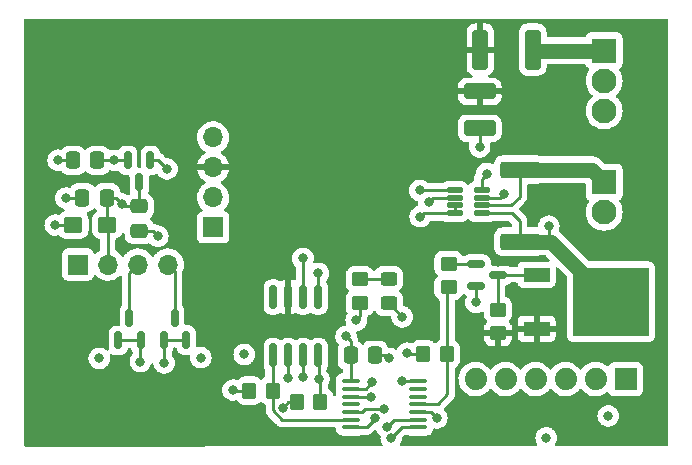
<source format=gbr>
%TF.GenerationSoftware,KiCad,Pcbnew,6.0.11-2627ca5db0~126~ubuntu22.04.1*%
%TF.CreationDate,2023-03-03T14:52:30-05:00*%
%TF.ProjectId,lin-pump-control,6c696e2d-7075-46d7-902d-636f6e74726f,1.0*%
%TF.SameCoordinates,Original*%
%TF.FileFunction,Copper,L1,Top*%
%TF.FilePolarity,Positive*%
%FSLAX46Y46*%
G04 Gerber Fmt 4.6, Leading zero omitted, Abs format (unit mm)*
G04 Created by KiCad (PCBNEW 6.0.11-2627ca5db0~126~ubuntu22.04.1) date 2023-03-03 14:52:30*
%MOMM*%
%LPD*%
G01*
G04 APERTURE LIST*
G04 Aperture macros list*
%AMRoundRect*
0 Rectangle with rounded corners*
0 $1 Rounding radius*
0 $2 $3 $4 $5 $6 $7 $8 $9 X,Y pos of 4 corners*
0 Add a 4 corners polygon primitive as box body*
4,1,4,$2,$3,$4,$5,$6,$7,$8,$9,$2,$3,0*
0 Add four circle primitives for the rounded corners*
1,1,$1+$1,$2,$3*
1,1,$1+$1,$4,$5*
1,1,$1+$1,$6,$7*
1,1,$1+$1,$8,$9*
0 Add four rect primitives between the rounded corners*
20,1,$1+$1,$2,$3,$4,$5,0*
20,1,$1+$1,$4,$5,$6,$7,0*
20,1,$1+$1,$6,$7,$8,$9,0*
20,1,$1+$1,$8,$9,$2,$3,0*%
G04 Aperture macros list end*
%TA.AperFunction,SMDPad,CuDef*%
%ADD10RoundRect,0.250000X0.450000X-0.350000X0.450000X0.350000X-0.450000X0.350000X-0.450000X-0.350000X0*%
%TD*%
%TA.AperFunction,ComponentPad*%
%ADD11R,1.700000X1.700000*%
%TD*%
%TA.AperFunction,ComponentPad*%
%ADD12O,1.700000X1.700000*%
%TD*%
%TA.AperFunction,SMDPad,CuDef*%
%ADD13RoundRect,0.150000X0.150000X-0.825000X0.150000X0.825000X-0.150000X0.825000X-0.150000X-0.825000X0*%
%TD*%
%TA.AperFunction,SMDPad,CuDef*%
%ADD14RoundRect,0.150000X0.150000X-0.587500X0.150000X0.587500X-0.150000X0.587500X-0.150000X-0.587500X0*%
%TD*%
%TA.AperFunction,SMDPad,CuDef*%
%ADD15RoundRect,0.100000X-0.637500X-0.100000X0.637500X-0.100000X0.637500X0.100000X-0.637500X0.100000X0*%
%TD*%
%TA.AperFunction,SMDPad,CuDef*%
%ADD16RoundRect,0.250000X-0.350000X-0.450000X0.350000X-0.450000X0.350000X0.450000X-0.350000X0.450000X0*%
%TD*%
%TA.AperFunction,SMDPad,CuDef*%
%ADD17RoundRect,0.250000X0.337500X0.475000X-0.337500X0.475000X-0.337500X-0.475000X0.337500X-0.475000X0*%
%TD*%
%TA.AperFunction,SMDPad,CuDef*%
%ADD18RoundRect,0.150000X-0.150000X0.587500X-0.150000X-0.587500X0.150000X-0.587500X0.150000X0.587500X0*%
%TD*%
%TA.AperFunction,SMDPad,CuDef*%
%ADD19RoundRect,0.250000X-1.100000X0.412500X-1.100000X-0.412500X1.100000X-0.412500X1.100000X0.412500X0*%
%TD*%
%TA.AperFunction,SMDPad,CuDef*%
%ADD20RoundRect,0.250000X-0.475000X0.337500X-0.475000X-0.337500X0.475000X-0.337500X0.475000X0.337500X0*%
%TD*%
%TA.AperFunction,ComponentPad*%
%ADD21R,2.100000X2.100000*%
%TD*%
%TA.AperFunction,ComponentPad*%
%ADD22C,2.100000*%
%TD*%
%TA.AperFunction,SMDPad,CuDef*%
%ADD23RoundRect,0.250000X0.400000X1.450000X-0.400000X1.450000X-0.400000X-1.450000X0.400000X-1.450000X0*%
%TD*%
%TA.AperFunction,SMDPad,CuDef*%
%ADD24RoundRect,0.250000X0.450000X-0.325000X0.450000X0.325000X-0.450000X0.325000X-0.450000X-0.325000X0*%
%TD*%
%TA.AperFunction,SMDPad,CuDef*%
%ADD25RoundRect,0.250000X0.537500X0.425000X-0.537500X0.425000X-0.537500X-0.425000X0.537500X-0.425000X0*%
%TD*%
%TA.AperFunction,SMDPad,CuDef*%
%ADD26RoundRect,0.150000X-0.587500X-0.150000X0.587500X-0.150000X0.587500X0.150000X-0.587500X0.150000X0*%
%TD*%
%TA.AperFunction,SMDPad,CuDef*%
%ADD27R,2.200000X1.200000*%
%TD*%
%TA.AperFunction,SMDPad,CuDef*%
%ADD28R,6.400000X5.800000*%
%TD*%
%TA.AperFunction,SMDPad,CuDef*%
%ADD29RoundRect,0.249999X-1.425001X0.450001X-1.425001X-0.450001X1.425001X-0.450001X1.425001X0.450001X0*%
%TD*%
%TA.AperFunction,SMDPad,CuDef*%
%ADD30RoundRect,0.125000X0.537500X0.125000X-0.537500X0.125000X-0.537500X-0.125000X0.537500X-0.125000X0*%
%TD*%
%TA.AperFunction,ComponentPad*%
%ADD31C,1.879600*%
%TD*%
%TA.AperFunction,ComponentPad*%
%ADD32R,1.879600X1.879600*%
%TD*%
%TA.AperFunction,ViaPad*%
%ADD33C,0.800000*%
%TD*%
%TA.AperFunction,Conductor*%
%ADD34C,0.250000*%
%TD*%
%TA.AperFunction,Conductor*%
%ADD35C,1.250000*%
%TD*%
G04 APERTURE END LIST*
D10*
%TO.P,R13,1*%
%TO.N,+12V*%
X215710000Y-87920000D03*
%TO.P,R13,2*%
%TO.N,Net-(Q3-Pad3)*%
X215710000Y-85920000D03*
%TD*%
D11*
%TO.P,J2,1,Pin_1*%
%TO.N,GND*%
X180150000Y-82100000D03*
D12*
%TO.P,J2,2,Pin_2*%
%TO.N,+5V*%
X182690000Y-82100000D03*
%TO.P,J2,3,Pin_3*%
%TO.N,SDA5V*%
X185230000Y-82100000D03*
%TO.P,J2,4,Pin_4*%
%TO.N,SCL5V*%
X187770000Y-82100000D03*
%TD*%
D13*
%TO.P,U1,1,RXD*%
%TO.N,RXD*%
X196670000Y-89800000D03*
%TO.P,U1,2,~{SLP}*%
%TO.N,~{LIN_SLP}*%
X197940000Y-89800000D03*
%TO.P,U1,3,~{WAKE}*%
%TO.N,~{LIN_WAKE}*%
X199210000Y-89800000D03*
%TO.P,U1,4,TXD*%
%TO.N,TXD*%
X200480000Y-89800000D03*
%TO.P,U1,5,GND*%
%TO.N,GND*%
X200480000Y-84850000D03*
%TO.P,U1,6,LIN*%
%TO.N,LIN*%
X199210000Y-84850000D03*
%TO.P,U1,7,VBAT*%
%TO.N,+12V*%
X197940000Y-84850000D03*
%TO.P,U1,8,INH*%
%TO.N,unconnected-(U1-Pad8)*%
X196670000Y-84850000D03*
%TD*%
D14*
%TO.P,Q1,1,G*%
%TO.N,SCL*%
X187400000Y-88475000D03*
%TO.P,Q1,2,S*%
X189300000Y-88475000D03*
%TO.P,Q1,3,D*%
%TO.N,SCL5V*%
X188350000Y-86600000D03*
%TD*%
D15*
%TO.P,U2,1,VCC*%
%TO.N,+3V3*%
X203237500Y-91975000D03*
%TO.P,U2,2,PA4*%
%TO.N,~{LIN_SLP}*%
X203237500Y-92625000D03*
%TO.P,U2,3,PA5*%
%TO.N,~{LIN_WAKE}*%
X203237500Y-93275000D03*
%TO.P,U2,4,PA6*%
%TO.N,unconnected-(U2-Pad4)*%
X203237500Y-93925000D03*
%TO.P,U2,5,PA7*%
%TO.N,Net-(R5-Pad1)*%
X203237500Y-94575000D03*
%TO.P,U2,6,PB3*%
%TO.N,RXD*%
X203237500Y-95225000D03*
%TO.P,U2,7,PB2*%
%TO.N,TXD*%
X203237500Y-95875000D03*
%TO.P,U2,8,PB1*%
%TO.N,SDA*%
X208962500Y-95875000D03*
%TO.P,U2,9,PB0*%
%TO.N,SCL*%
X208962500Y-95225000D03*
%TO.P,U2,10,~{RESET}/PA0*%
%TO.N,UPDI*%
X208962500Y-94575000D03*
%TO.P,U2,11,PA1*%
%TO.N,PUMP_EN*%
X208962500Y-93925000D03*
%TO.P,U2,12,PA2*%
%TO.N,unconnected-(U2-Pad12)*%
X208962500Y-93275000D03*
%TO.P,U2,13,PA3*%
%TO.N,~{RESET}*%
X208962500Y-92625000D03*
%TO.P,U2,14,GND*%
%TO.N,GND*%
X208962500Y-91975000D03*
%TD*%
D16*
%TO.P,R1,1*%
%TO.N,+3V3*%
X194660000Y-92780000D03*
%TO.P,R1,2*%
%TO.N,RXD*%
X196660000Y-92780000D03*
%TD*%
D17*
%TO.P,C1,1*%
%TO.N,GND*%
X205300000Y-89775000D03*
%TO.P,C1,2*%
%TO.N,+3V3*%
X203225000Y-89775000D03*
%TD*%
D10*
%TO.P,R5,1*%
%TO.N,Net-(R5-Pad1)*%
X204025000Y-85350000D03*
%TO.P,R5,2*%
%TO.N,Net-(D1-Pad2)*%
X204025000Y-83350000D03*
%TD*%
D18*
%TO.P,U4,1,GND*%
%TO.N,GND*%
X186280000Y-73275000D03*
%TO.P,U4,2,VO*%
%TO.N,+3V3*%
X184380000Y-73275000D03*
%TO.P,U4,3,VI*%
%TO.N,+5V*%
X185330000Y-75150000D03*
%TD*%
D19*
%TO.P,C3,1*%
%TO.N,+12V*%
X214160000Y-67450000D03*
%TO.P,C3,2*%
%TO.N,GND*%
X214160000Y-70575000D03*
%TD*%
D17*
%TO.P,C6,1*%
%TO.N,+3V3*%
X181797500Y-73280000D03*
%TO.P,C6,2*%
%TO.N,GND*%
X179722500Y-73280000D03*
%TD*%
D16*
%TO.P,R11,1*%
%TO.N,+3V3*%
X209400000Y-89675000D03*
%TO.P,R11,2*%
%TO.N,PUMP_EN*%
X211400000Y-89675000D03*
%TD*%
D20*
%TO.P,C4,1*%
%TO.N,+5V*%
X185330000Y-77185000D03*
%TO.P,C4,2*%
%TO.N,GND*%
X185330000Y-79260000D03*
%TD*%
D17*
%TO.P,C7,1*%
%TO.N,+5V*%
X182605000Y-76430000D03*
%TO.P,C7,2*%
%TO.N,GND*%
X180530000Y-76430000D03*
%TD*%
D21*
%TO.P,J4,1,Pin_1*%
%TO.N,PUMP+*%
X224700000Y-75125000D03*
D22*
%TO.P,J4,2,Pin_2*%
%TO.N,GND*%
X224700000Y-77665000D03*
%TD*%
D11*
%TO.P,U3,1,Vout*%
%TO.N,+5V*%
X191600000Y-78950000D03*
D12*
%TO.P,U3,2,GND*%
%TO.N,GND*%
X191600000Y-76410000D03*
%TO.P,U3,3,Vin*%
%TO.N,+12V*%
X191600000Y-73870000D03*
%TO.P,U3,4,EN*%
%TO.N,unconnected-(U3-Pad4)*%
X191600000Y-71330000D03*
%TD*%
D23*
%TO.P,F1,1*%
%TO.N,+BATT*%
X218660000Y-63900000D03*
%TO.P,F1,2*%
%TO.N,+12V*%
X214210000Y-63900000D03*
%TD*%
D24*
%TO.P,D1,1,K*%
%TO.N,GND*%
X206450000Y-85350000D03*
%TO.P,D1,2,A*%
%TO.N,Net-(D1-Pad2)*%
X206450000Y-83300000D03*
%TD*%
D25*
%TO.P,C5,1*%
%TO.N,+5V*%
X182620000Y-78740000D03*
%TO.P,C5,2*%
%TO.N,GND*%
X179745000Y-78740000D03*
%TD*%
D26*
%TO.P,Q3,1,G*%
%TO.N,Net-(Q3-Pad1)*%
X213875000Y-82050000D03*
%TO.P,Q3,2,S*%
%TO.N,GND*%
X213875000Y-83950000D03*
%TO.P,Q3,3,D*%
%TO.N,Net-(Q3-Pad3)*%
X215750000Y-83000000D03*
%TD*%
D27*
%TO.P,Q4,1,G*%
%TO.N,Net-(Q3-Pad3)*%
X218975000Y-82970000D03*
D28*
%TO.P,Q4,2,D*%
%TO.N,Net-(D3-Pad3)*%
X225275000Y-85250000D03*
D27*
%TO.P,Q4,3,S*%
%TO.N,+12V*%
X218975000Y-87530000D03*
%TD*%
D21*
%TO.P,J3,1,Pin_1*%
%TO.N,+BATT*%
X224700000Y-64000000D03*
D22*
%TO.P,J3,2,Pin_2*%
%TO.N,GND*%
X224700000Y-66540000D03*
%TO.P,J3,3,Pin_3*%
%TO.N,LIN*%
X224700000Y-69080000D03*
%TD*%
D10*
%TO.P,R12,1*%
%TO.N,PUMP_EN*%
X211525000Y-84025000D03*
%TO.P,R12,2*%
%TO.N,Net-(Q3-Pad1)*%
X211525000Y-82025000D03*
%TD*%
D14*
%TO.P,Q2,1,G*%
%TO.N,SDA*%
X183550000Y-88525000D03*
%TO.P,Q2,2,S*%
X185450000Y-88525000D03*
%TO.P,Q2,3,D*%
%TO.N,SDA5V*%
X184500000Y-86650000D03*
%TD*%
D16*
%TO.P,R2,1*%
%TO.N,+3V3*%
X198675000Y-93775000D03*
%TO.P,R2,2*%
%TO.N,TXD*%
X200675000Y-93775000D03*
%TD*%
D29*
%TO.P,R15,1*%
%TO.N,PUMP+*%
X217550000Y-74070000D03*
%TO.P,R15,2*%
%TO.N,Net-(D3-Pad3)*%
X217550000Y-80170000D03*
%TD*%
D30*
%TO.P,U5,1,IN+*%
%TO.N,Net-(D3-Pad3)*%
X214330000Y-77750000D03*
%TO.P,U5,2,IN-*%
%TO.N,PUMP+*%
X214330000Y-77100000D03*
%TO.P,U5,3,GND*%
%TO.N,GND*%
X214330000Y-76450000D03*
%TO.P,U5,4,VS*%
%TO.N,+3V3*%
X214330000Y-75800000D03*
%TO.P,U5,5,SCL*%
%TO.N,SCL*%
X212055000Y-75800000D03*
%TO.P,U5,6,SDA*%
%TO.N,SDA*%
X212055000Y-76450000D03*
%TO.P,U5,7,A0*%
%TO.N,SCL*%
X212055000Y-77100000D03*
%TO.P,U5,8,A1*%
X212055000Y-77750000D03*
%TD*%
D31*
%TO.P,J1,6,GND*%
%TO.N,GND*%
X213820000Y-91800000D03*
%TO.P,J1,5,CTS*%
%TO.N,unconnected-(J1-Pad5)*%
X216360000Y-91800000D03*
%TO.P,J1,4,VCC*%
%TO.N,Net-(JP1-Pad1)*%
X218900000Y-91800000D03*
%TO.P,J1,3,TXD*%
%TO.N,Net-(R6-Pad2)*%
X221440000Y-91800000D03*
%TO.P,J1,2,RXD*%
%TO.N,UPDI*%
X223980000Y-91800000D03*
D32*
%TO.P,J1,1,DTR*%
%TO.N,unconnected-(J1-Pad1)*%
X226520000Y-91800000D03*
%TD*%
D33*
%TO.N,Net-(JP1-Pad1)*%
X219790000Y-96770000D03*
%TO.N,GND*%
X214160000Y-72140000D03*
X178470000Y-73260000D03*
X179120000Y-76470000D03*
X186910000Y-79700000D03*
X207550000Y-91950000D03*
X213850000Y-85300000D03*
X178220000Y-78760000D03*
X187690000Y-74000000D03*
X200500000Y-82850000D03*
X216240000Y-76130000D03*
X207600000Y-86525000D03*
X206500000Y-90050000D03*
%TO.N,+5V*%
X183875000Y-76965000D03*
%TO.N,LIN*%
X199200000Y-81575000D03*
%TO.N,TXD*%
X205303198Y-95127882D03*
X200550000Y-91800000D03*
%TO.N,~{LIN_SLP}*%
X197950000Y-91675000D03*
X205075000Y-92075000D03*
%TO.N,~{LIN_WAKE}*%
X204925000Y-93300000D03*
X199225000Y-91625000D03*
%TO.N,+12V*%
X215710000Y-81860000D03*
%TO.N,UPDI*%
X210540000Y-95090000D03*
%TO.N,+3V3*%
X214740000Y-74410000D03*
X183225000Y-73275000D03*
X194225000Y-89700000D03*
X197467049Y-94217451D03*
X208025000Y-89600000D03*
X202850000Y-88175000D03*
X193270000Y-92730000D03*
X225040000Y-94920000D03*
X181950000Y-90050000D03*
X190550000Y-89975000D03*
%TO.N,Net-(R5-Pad1)*%
X206080000Y-94340000D03*
X203700000Y-86825000D03*
%TO.N,SCL*%
X206290576Y-95852382D03*
X187450000Y-90425000D03*
X209120000Y-78040000D03*
X209090000Y-75830000D03*
%TO.N,SDA*%
X206675000Y-96775000D03*
X185425000Y-90325000D03*
X209850000Y-76800000D03*
%TO.N,Net-(D3-Pad3)*%
X220020000Y-78850000D03*
%TD*%
D34*
%TO.N,GND*%
X180530000Y-76430000D02*
X179160000Y-76430000D01*
X178240000Y-78740000D02*
X178220000Y-78760000D01*
X208987500Y-91975000D02*
X207575000Y-91975000D01*
X179722500Y-73280000D02*
X178490000Y-73280000D01*
X186470000Y-79260000D02*
X186910000Y-79700000D01*
X213875000Y-83950000D02*
X213875000Y-85275000D01*
X200480000Y-84850000D02*
X200480000Y-82870000D01*
X186965000Y-73275000D02*
X187690000Y-74000000D01*
X179745000Y-78740000D02*
X178240000Y-78740000D01*
X206225000Y-89775000D02*
X205300000Y-89775000D01*
X185330000Y-79260000D02*
X186470000Y-79260000D01*
X207575000Y-91975000D02*
X207550000Y-91950000D01*
X214330000Y-76450000D02*
X215920000Y-76450000D01*
X213875000Y-85275000D02*
X213850000Y-85300000D01*
X214160000Y-70575000D02*
X214160000Y-72140000D01*
X206500000Y-90050000D02*
X206225000Y-89775000D01*
X206450000Y-85350000D02*
X206450000Y-85375000D01*
X200480000Y-82870000D02*
X200500000Y-82850000D01*
X206450000Y-85375000D02*
X207600000Y-86525000D01*
X179745000Y-78740000D02*
X180150000Y-79145000D01*
X186280000Y-73275000D02*
X186965000Y-73275000D01*
X178490000Y-73280000D02*
X178470000Y-73260000D01*
X179160000Y-76430000D02*
X179120000Y-76470000D01*
X215920000Y-76450000D02*
X216240000Y-76130000D01*
%TO.N,+5V*%
X184095000Y-77185000D02*
X185330000Y-77185000D01*
X182690000Y-82100000D02*
X182690000Y-78810000D01*
X184095000Y-77185000D02*
X183875000Y-76965000D01*
X185330000Y-75150000D02*
X185330000Y-77185000D01*
X183340000Y-76430000D02*
X183875000Y-76965000D01*
X182605000Y-76430000D02*
X183340000Y-76430000D01*
X182620000Y-78740000D02*
X182620000Y-76445000D01*
X182690000Y-78810000D02*
X182620000Y-78740000D01*
X182620000Y-76445000D02*
X182605000Y-76430000D01*
%TO.N,LIN*%
X199210000Y-84850000D02*
X199210000Y-81585000D01*
X199210000Y-81585000D02*
X199200000Y-81575000D01*
%TO.N,TXD*%
X205303198Y-95183198D02*
X204611396Y-95875000D01*
X205303198Y-95127882D02*
X205303198Y-95183198D01*
X200550000Y-91800000D02*
X200550000Y-89870000D01*
X200675000Y-91925000D02*
X200675000Y-93775000D01*
X204611396Y-95875000D02*
X203262500Y-95875000D01*
X200550000Y-91800000D02*
X200675000Y-91925000D01*
X200550000Y-89870000D02*
X200480000Y-89800000D01*
%TO.N,RXD*%
X196550000Y-93250000D02*
X196670000Y-93130000D01*
X197450000Y-95225000D02*
X196670000Y-94445000D01*
X203262500Y-95225000D02*
X197450000Y-95225000D01*
X196660000Y-92780000D02*
X196660000Y-89810000D01*
X196660000Y-89810000D02*
X196670000Y-89800000D01*
X196670000Y-94445000D02*
X196670000Y-93130000D01*
%TO.N,~{LIN_SLP}*%
X197950000Y-91675000D02*
X197940000Y-91665000D01*
X197940000Y-91665000D02*
X197940000Y-89800000D01*
X203262500Y-92625000D02*
X204525000Y-92625000D01*
X204525000Y-92625000D02*
X205075000Y-92075000D01*
X205075000Y-92075000D02*
X205325305Y-92075000D01*
%TO.N,~{LIN_WAKE}*%
X199225000Y-91625000D02*
X199225000Y-89815000D01*
X203237500Y-93275000D02*
X204900000Y-93275000D01*
X199225000Y-89815000D02*
X199210000Y-89800000D01*
X204900000Y-93275000D02*
X204925000Y-93300000D01*
%TO.N,UPDI*%
X208962500Y-94575000D02*
X210025000Y-94575000D01*
X210025000Y-94575000D02*
X210540000Y-95090000D01*
%TO.N,unconnected-(J1-Pad5)*%
X216400000Y-91840000D02*
X216360000Y-91800000D01*
D35*
%TO.N,+BATT*%
X218760000Y-64000000D02*
X224700000Y-64000000D01*
X218660000Y-63900000D02*
X218760000Y-64000000D01*
D34*
%TO.N,+3V3*%
X203225000Y-89775000D02*
X203225000Y-91937500D01*
X193320000Y-92780000D02*
X193270000Y-92730000D01*
X203225000Y-89775000D02*
X203225000Y-88550000D01*
X203225000Y-91937500D02*
X203262500Y-91975000D01*
X214330000Y-75800000D02*
X214330000Y-74820000D01*
X203225000Y-88550000D02*
X202850000Y-88175000D01*
X214330000Y-74820000D02*
X214740000Y-74410000D01*
X197909500Y-93775000D02*
X198675000Y-93775000D01*
X208100000Y-89675000D02*
X208025000Y-89600000D01*
X194570000Y-92780000D02*
X193320000Y-92780000D01*
X209400000Y-89675000D02*
X208100000Y-89675000D01*
X197467049Y-94217451D02*
X197909500Y-93775000D01*
X184380000Y-73275000D02*
X181802500Y-73275000D01*
X181802500Y-73275000D02*
X181797500Y-73280000D01*
%TO.N,SCL5V*%
X188350000Y-86600000D02*
X188350000Y-82680000D01*
X188350000Y-82680000D02*
X187770000Y-82100000D01*
%TO.N,SDA5V*%
X184500000Y-82830000D02*
X185230000Y-82100000D01*
X184500000Y-86650000D02*
X184500000Y-82830000D01*
%TO.N,Net-(R5-Pad1)*%
X204025000Y-86500000D02*
X203700000Y-86825000D01*
X204175000Y-94575000D02*
X203237500Y-94575000D01*
X204410000Y-94340000D02*
X204175000Y-94575000D01*
X206080000Y-94340000D02*
X204410000Y-94340000D01*
X204025000Y-85350000D02*
X204025000Y-86500000D01*
%TO.N,Net-(D1-Pad2)*%
X204025000Y-83350000D02*
X206400000Y-83350000D01*
X206400000Y-83350000D02*
X206450000Y-83300000D01*
D35*
%TO.N,PUMP+*%
X217550000Y-74070000D02*
X223645000Y-74070000D01*
D34*
X214330000Y-77100000D02*
X216800000Y-77100000D01*
D35*
X223645000Y-74070000D02*
X224700000Y-75125000D01*
D34*
X216800000Y-77100000D02*
X217550000Y-76350000D01*
X217550000Y-76350000D02*
X217550000Y-74070000D01*
%TO.N,PUMP_EN*%
X211400000Y-84150000D02*
X211525000Y-84025000D01*
X211400000Y-89675000D02*
X211400000Y-84150000D01*
X211425000Y-93100000D02*
X211425000Y-89700000D01*
X211425000Y-89700000D02*
X211400000Y-89675000D01*
X210600000Y-93925000D02*
X211425000Y-93100000D01*
X208962500Y-93925000D02*
X210600000Y-93925000D01*
%TO.N,Net-(Q3-Pad1)*%
X213850000Y-82025000D02*
X213875000Y-82050000D01*
X211525000Y-82025000D02*
X213850000Y-82025000D01*
%TO.N,Net-(Q3-Pad3)*%
X215780000Y-82970000D02*
X218975000Y-82970000D01*
X215750000Y-83000000D02*
X215780000Y-82970000D01*
X215710000Y-83040000D02*
X215750000Y-83000000D01*
X215710000Y-85920000D02*
X215710000Y-83040000D01*
%TO.N,SCL*%
X212055000Y-75800000D02*
X209120000Y-75800000D01*
X187450000Y-88525000D02*
X187400000Y-88475000D01*
X209410000Y-77750000D02*
X212055000Y-77750000D01*
X209120000Y-78040000D02*
X209410000Y-77750000D01*
X212055000Y-77100000D02*
X212055000Y-77750000D01*
X187400000Y-88475000D02*
X189300000Y-88475000D01*
X208987500Y-95225000D02*
X206917958Y-95225000D01*
X206917958Y-95225000D02*
X206290576Y-95852382D01*
X209120000Y-75800000D02*
X209090000Y-75830000D01*
X187450000Y-90425000D02*
X187450000Y-88525000D01*
%TO.N,SDA*%
X185425000Y-88550000D02*
X185450000Y-88525000D01*
X208987500Y-95875000D02*
X207575000Y-95875000D01*
X207575000Y-95875000D02*
X206675000Y-96775000D01*
X210200000Y-76450000D02*
X209850000Y-76800000D01*
X212055000Y-76450000D02*
X210200000Y-76450000D01*
X185450000Y-88525000D02*
X183550000Y-88525000D01*
X185425000Y-90325000D02*
X185425000Y-88550000D01*
%TO.N,Net-(D3-Pad3)*%
X220020000Y-79995000D02*
X220195000Y-80170000D01*
D35*
X217550000Y-80170000D02*
X220195000Y-80170000D01*
D34*
X217560000Y-80160000D02*
X217550000Y-80170000D01*
X217560000Y-78410000D02*
X217560000Y-80160000D01*
X216900000Y-77750000D02*
X217560000Y-78410000D01*
X214330000Y-77750000D02*
X216900000Y-77750000D01*
X220020000Y-78850000D02*
X220020000Y-79995000D01*
D35*
X220195000Y-80170000D02*
X225275000Y-85250000D01*
%TD*%
%TA.AperFunction,Conductor*%
%TO.N,+12V*%
G36*
X230083621Y-61308502D02*
G01*
X230130114Y-61362158D01*
X230141500Y-61414500D01*
X230141500Y-97326098D01*
X230121498Y-97394219D01*
X230067842Y-97440712D01*
X230015636Y-97452098D01*
X220657769Y-97462213D01*
X220589627Y-97442285D01*
X220543076Y-97388679D01*
X220532896Y-97318416D01*
X220548513Y-97273216D01*
X220624527Y-97141556D01*
X220683542Y-96959928D01*
X220703504Y-96770000D01*
X220683542Y-96580072D01*
X220624527Y-96398444D01*
X220615962Y-96383608D01*
X220552822Y-96274248D01*
X220529040Y-96233056D01*
X220449435Y-96144645D01*
X220405675Y-96096045D01*
X220405674Y-96096044D01*
X220401253Y-96091134D01*
X220273754Y-95998500D01*
X220252094Y-95982763D01*
X220252093Y-95982762D01*
X220246752Y-95978882D01*
X220240724Y-95976198D01*
X220240722Y-95976197D01*
X220078319Y-95903891D01*
X220078318Y-95903891D01*
X220072288Y-95901206D01*
X219965475Y-95878502D01*
X219891944Y-95862872D01*
X219891939Y-95862872D01*
X219885487Y-95861500D01*
X219694513Y-95861500D01*
X219688061Y-95862872D01*
X219688056Y-95862872D01*
X219614525Y-95878502D01*
X219507712Y-95901206D01*
X219501682Y-95903891D01*
X219501681Y-95903891D01*
X219339278Y-95976197D01*
X219339276Y-95976198D01*
X219333248Y-95978882D01*
X219327907Y-95982762D01*
X219327906Y-95982763D01*
X219306246Y-95998500D01*
X219178747Y-96091134D01*
X219174326Y-96096044D01*
X219174325Y-96096045D01*
X219130566Y-96144645D01*
X219050960Y-96233056D01*
X219027178Y-96274248D01*
X218964039Y-96383608D01*
X218955473Y-96398444D01*
X218896458Y-96580072D01*
X218876496Y-96770000D01*
X218896458Y-96959928D01*
X218955473Y-97141556D01*
X218958776Y-97147278D01*
X218958777Y-97147279D01*
X219032568Y-97275088D01*
X219049306Y-97344083D01*
X219026086Y-97411175D01*
X218970279Y-97455062D01*
X218923585Y-97464088D01*
X207537468Y-97476395D01*
X207469326Y-97456467D01*
X207422775Y-97402861D01*
X207412595Y-97332598D01*
X207428213Y-97287395D01*
X207506223Y-97152279D01*
X207506224Y-97152278D01*
X207509527Y-97146556D01*
X207568542Y-96964928D01*
X207569758Y-96953365D01*
X207585907Y-96799707D01*
X207612920Y-96734050D01*
X207622122Y-96723782D01*
X207800499Y-96545405D01*
X207862811Y-96511379D01*
X207889594Y-96508500D01*
X207997832Y-96508500D01*
X208046050Y-96518091D01*
X208166150Y-96567838D01*
X208174338Y-96568916D01*
X208281021Y-96582961D01*
X208285115Y-96583500D01*
X208962417Y-96583500D01*
X209639884Y-96583499D01*
X209643969Y-96582961D01*
X209643973Y-96582961D01*
X209750663Y-96568916D01*
X209750665Y-96568916D01*
X209758850Y-96567838D01*
X209878951Y-96518091D01*
X209899248Y-96509684D01*
X209899250Y-96509683D01*
X209906876Y-96506524D01*
X209913430Y-96501495D01*
X210027436Y-96414014D01*
X210027437Y-96414013D01*
X210033987Y-96408987D01*
X210039014Y-96402436D01*
X210039016Y-96402434D01*
X210086561Y-96340472D01*
X210131524Y-96281875D01*
X210192838Y-96133850D01*
X210195230Y-96115684D01*
X210199232Y-96085285D01*
X210227955Y-96020358D01*
X210287221Y-95981267D01*
X210350350Y-95978485D01*
X210363439Y-95981267D01*
X210438056Y-95997128D01*
X210438061Y-95997128D01*
X210444513Y-95998500D01*
X210635487Y-95998500D01*
X210641939Y-95997128D01*
X210641944Y-95997128D01*
X210729650Y-95978485D01*
X210822288Y-95958794D01*
X210828319Y-95956109D01*
X210990722Y-95883803D01*
X210990724Y-95883802D01*
X210996752Y-95881118D01*
X211021387Y-95863220D01*
X211069174Y-95828500D01*
X211151253Y-95768866D01*
X211175816Y-95741586D01*
X211274621Y-95631852D01*
X211274622Y-95631851D01*
X211279040Y-95626944D01*
X211374527Y-95461556D01*
X211433542Y-95279928D01*
X211453504Y-95090000D01*
X211452814Y-95083435D01*
X211435637Y-94920000D01*
X224126496Y-94920000D01*
X224127186Y-94926565D01*
X224145054Y-95096565D01*
X224146458Y-95109928D01*
X224205473Y-95291556D01*
X224300960Y-95456944D01*
X224305378Y-95461851D01*
X224305379Y-95461852D01*
X224424325Y-95593955D01*
X224428747Y-95598866D01*
X224527843Y-95670864D01*
X224569508Y-95701135D01*
X224583248Y-95711118D01*
X224589276Y-95713802D01*
X224589278Y-95713803D01*
X224751681Y-95786109D01*
X224757712Y-95788794D01*
X224851113Y-95808647D01*
X224938056Y-95827128D01*
X224938061Y-95827128D01*
X224944513Y-95828500D01*
X225135487Y-95828500D01*
X225141939Y-95827128D01*
X225141944Y-95827128D01*
X225228887Y-95808647D01*
X225322288Y-95788794D01*
X225328319Y-95786109D01*
X225490722Y-95713803D01*
X225490724Y-95713802D01*
X225496752Y-95711118D01*
X225510493Y-95701135D01*
X225552157Y-95670864D01*
X225651253Y-95598866D01*
X225655675Y-95593955D01*
X225774621Y-95461852D01*
X225774622Y-95461851D01*
X225779040Y-95456944D01*
X225874527Y-95291556D01*
X225933542Y-95109928D01*
X225934947Y-95096565D01*
X225952814Y-94926565D01*
X225953504Y-94920000D01*
X225933542Y-94730072D01*
X225874527Y-94548444D01*
X225867903Y-94536970D01*
X225782341Y-94388774D01*
X225779040Y-94383056D01*
X225759663Y-94361535D01*
X225655675Y-94246045D01*
X225655674Y-94246044D01*
X225651253Y-94241134D01*
X225534951Y-94156635D01*
X225502094Y-94132763D01*
X225502093Y-94132762D01*
X225496752Y-94128882D01*
X225490724Y-94126198D01*
X225490722Y-94126197D01*
X225328319Y-94053891D01*
X225328318Y-94053891D01*
X225322288Y-94051206D01*
X225228887Y-94031353D01*
X225141944Y-94012872D01*
X225141939Y-94012872D01*
X225135487Y-94011500D01*
X224944513Y-94011500D01*
X224938061Y-94012872D01*
X224938056Y-94012872D01*
X224851113Y-94031353D01*
X224757712Y-94051206D01*
X224751682Y-94053891D01*
X224751681Y-94053891D01*
X224589278Y-94126197D01*
X224589276Y-94126198D01*
X224583248Y-94128882D01*
X224577907Y-94132762D01*
X224577906Y-94132763D01*
X224545049Y-94156635D01*
X224428747Y-94241134D01*
X224424326Y-94246044D01*
X224424325Y-94246045D01*
X224320338Y-94361535D01*
X224300960Y-94383056D01*
X224297659Y-94388774D01*
X224212098Y-94536970D01*
X224205473Y-94548444D01*
X224146458Y-94730072D01*
X224126496Y-94920000D01*
X211435637Y-94920000D01*
X211434232Y-94906635D01*
X211434232Y-94906633D01*
X211433542Y-94900072D01*
X211374527Y-94718444D01*
X211279040Y-94553056D01*
X211271687Y-94544889D01*
X211164226Y-94425542D01*
X211133508Y-94361535D01*
X211142273Y-94291081D01*
X211168767Y-94252137D01*
X211817247Y-93603657D01*
X211825537Y-93596113D01*
X211832018Y-93592000D01*
X211878659Y-93542332D01*
X211881413Y-93539491D01*
X211901134Y-93519770D01*
X211903612Y-93516575D01*
X211911318Y-93507553D01*
X211936158Y-93481101D01*
X211941586Y-93475321D01*
X211951346Y-93457568D01*
X211962199Y-93441045D01*
X211968451Y-93432985D01*
X211974613Y-93425041D01*
X211992176Y-93384457D01*
X211997383Y-93373827D01*
X212018695Y-93335060D01*
X212020666Y-93327383D01*
X212020668Y-93327378D01*
X212023732Y-93315442D01*
X212030138Y-93296730D01*
X212032402Y-93291500D01*
X212038181Y-93278145D01*
X212039421Y-93270317D01*
X212039423Y-93270310D01*
X212045099Y-93234476D01*
X212047505Y-93222856D01*
X212056528Y-93187711D01*
X212056528Y-93187710D01*
X212058500Y-93180030D01*
X212058500Y-93159776D01*
X212060051Y-93140065D01*
X212061980Y-93127886D01*
X212063220Y-93120057D01*
X212059059Y-93076038D01*
X212058500Y-93064181D01*
X212058500Y-91764494D01*
X212367170Y-91764494D01*
X212367467Y-91769646D01*
X212367467Y-91769650D01*
X212377866Y-91950000D01*
X212380879Y-92002255D01*
X212382016Y-92007301D01*
X212382017Y-92007307D01*
X212410426Y-92133365D01*
X212433237Y-92234585D01*
X212435179Y-92239367D01*
X212435180Y-92239371D01*
X212508040Y-92418803D01*
X212522837Y-92455244D01*
X212647274Y-92658306D01*
X212803204Y-92838317D01*
X212986442Y-92990444D01*
X212990894Y-92993046D01*
X212990899Y-92993049D01*
X213152955Y-93087747D01*
X213192065Y-93110601D01*
X213414552Y-93195560D01*
X213419618Y-93196591D01*
X213419619Y-93196591D01*
X213469390Y-93206717D01*
X213647928Y-93243041D01*
X213781284Y-93247931D01*
X213880760Y-93251579D01*
X213880764Y-93251579D01*
X213885924Y-93251768D01*
X213891044Y-93251112D01*
X213891046Y-93251112D01*
X214117023Y-93222164D01*
X214117024Y-93222164D01*
X214122151Y-93221507D01*
X214127101Y-93220022D01*
X214345316Y-93154554D01*
X214345317Y-93154553D01*
X214350262Y-93153070D01*
X214564133Y-93048295D01*
X214568336Y-93045297D01*
X214568341Y-93045294D01*
X214753816Y-92912996D01*
X214753818Y-92912994D01*
X214758020Y-92909997D01*
X214926716Y-92741889D01*
X214984979Y-92660807D01*
X215040972Y-92617160D01*
X215111676Y-92610714D01*
X215174640Y-92643516D01*
X215186582Y-92657176D01*
X215187274Y-92658306D01*
X215343204Y-92838317D01*
X215526442Y-92990444D01*
X215530894Y-92993046D01*
X215530899Y-92993049D01*
X215692955Y-93087747D01*
X215732065Y-93110601D01*
X215954552Y-93195560D01*
X215959618Y-93196591D01*
X215959619Y-93196591D01*
X216009390Y-93206717D01*
X216187928Y-93243041D01*
X216321284Y-93247931D01*
X216420760Y-93251579D01*
X216420764Y-93251579D01*
X216425924Y-93251768D01*
X216431044Y-93251112D01*
X216431046Y-93251112D01*
X216657023Y-93222164D01*
X216657024Y-93222164D01*
X216662151Y-93221507D01*
X216667101Y-93220022D01*
X216885316Y-93154554D01*
X216885317Y-93154553D01*
X216890262Y-93153070D01*
X217104133Y-93048295D01*
X217108336Y-93045297D01*
X217108341Y-93045294D01*
X217293816Y-92912996D01*
X217293818Y-92912994D01*
X217298020Y-92909997D01*
X217466716Y-92741889D01*
X217524979Y-92660807D01*
X217580972Y-92617160D01*
X217651676Y-92610714D01*
X217714640Y-92643516D01*
X217726582Y-92657176D01*
X217727274Y-92658306D01*
X217883204Y-92838317D01*
X218066442Y-92990444D01*
X218070894Y-92993046D01*
X218070899Y-92993049D01*
X218232955Y-93087747D01*
X218272065Y-93110601D01*
X218494552Y-93195560D01*
X218499618Y-93196591D01*
X218499619Y-93196591D01*
X218549390Y-93206717D01*
X218727928Y-93243041D01*
X218861284Y-93247931D01*
X218960760Y-93251579D01*
X218960764Y-93251579D01*
X218965924Y-93251768D01*
X218971044Y-93251112D01*
X218971046Y-93251112D01*
X219197023Y-93222164D01*
X219197024Y-93222164D01*
X219202151Y-93221507D01*
X219207101Y-93220022D01*
X219425316Y-93154554D01*
X219425317Y-93154553D01*
X219430262Y-93153070D01*
X219644133Y-93048295D01*
X219648336Y-93045297D01*
X219648341Y-93045294D01*
X219833816Y-92912996D01*
X219833818Y-92912994D01*
X219838020Y-92909997D01*
X220006716Y-92741889D01*
X220064979Y-92660807D01*
X220120972Y-92617160D01*
X220191676Y-92610714D01*
X220254640Y-92643516D01*
X220266582Y-92657176D01*
X220267274Y-92658306D01*
X220423204Y-92838317D01*
X220606442Y-92990444D01*
X220610894Y-92993046D01*
X220610899Y-92993049D01*
X220772955Y-93087747D01*
X220812065Y-93110601D01*
X221034552Y-93195560D01*
X221039618Y-93196591D01*
X221039619Y-93196591D01*
X221089390Y-93206717D01*
X221267928Y-93243041D01*
X221401284Y-93247931D01*
X221500760Y-93251579D01*
X221500764Y-93251579D01*
X221505924Y-93251768D01*
X221511044Y-93251112D01*
X221511046Y-93251112D01*
X221737023Y-93222164D01*
X221737024Y-93222164D01*
X221742151Y-93221507D01*
X221747101Y-93220022D01*
X221965316Y-93154554D01*
X221965317Y-93154553D01*
X221970262Y-93153070D01*
X222184133Y-93048295D01*
X222188336Y-93045297D01*
X222188341Y-93045294D01*
X222373816Y-92912996D01*
X222373818Y-92912994D01*
X222378020Y-92909997D01*
X222546716Y-92741889D01*
X222604979Y-92660807D01*
X222660972Y-92617160D01*
X222731676Y-92610714D01*
X222794640Y-92643516D01*
X222806582Y-92657176D01*
X222807274Y-92658306D01*
X222963204Y-92838317D01*
X223146442Y-92990444D01*
X223150894Y-92993046D01*
X223150899Y-92993049D01*
X223312955Y-93087747D01*
X223352065Y-93110601D01*
X223574552Y-93195560D01*
X223579618Y-93196591D01*
X223579619Y-93196591D01*
X223629390Y-93206717D01*
X223807928Y-93243041D01*
X223941284Y-93247931D01*
X224040760Y-93251579D01*
X224040764Y-93251579D01*
X224045924Y-93251768D01*
X224051044Y-93251112D01*
X224051046Y-93251112D01*
X224277023Y-93222164D01*
X224277024Y-93222164D01*
X224282151Y-93221507D01*
X224287101Y-93220022D01*
X224505316Y-93154554D01*
X224505317Y-93154553D01*
X224510262Y-93153070D01*
X224724133Y-93048295D01*
X224728336Y-93045297D01*
X224728341Y-93045294D01*
X224913810Y-92913000D01*
X224918020Y-92909997D01*
X224920601Y-92907425D01*
X224985135Y-92878913D01*
X225055278Y-92889886D01*
X225108355Y-92937039D01*
X225119502Y-92959610D01*
X225129585Y-92986505D01*
X225216939Y-93103061D01*
X225333495Y-93190415D01*
X225469884Y-93241545D01*
X225532066Y-93248300D01*
X227507934Y-93248300D01*
X227570116Y-93241545D01*
X227706505Y-93190415D01*
X227823061Y-93103061D01*
X227910415Y-92986505D01*
X227961545Y-92850116D01*
X227968300Y-92787934D01*
X227968300Y-90812066D01*
X227961545Y-90749884D01*
X227910415Y-90613495D01*
X227823061Y-90496939D01*
X227706505Y-90409585D01*
X227570116Y-90358455D01*
X227507934Y-90351700D01*
X225532066Y-90351700D01*
X225469884Y-90358455D01*
X225333495Y-90409585D01*
X225216939Y-90496939D01*
X225129585Y-90613495D01*
X225126433Y-90621903D01*
X225118218Y-90643816D01*
X225075576Y-90700580D01*
X225009014Y-90725280D01*
X224939666Y-90710072D01*
X224922144Y-90698468D01*
X224788278Y-90592747D01*
X224788273Y-90592744D01*
X224784224Y-90589546D01*
X224779708Y-90587053D01*
X224779705Y-90587051D01*
X224580250Y-90476946D01*
X224580246Y-90476944D01*
X224575726Y-90474449D01*
X224570857Y-90472725D01*
X224570853Y-90472723D01*
X224356105Y-90396676D01*
X224356101Y-90396675D01*
X224351230Y-90394950D01*
X224346140Y-90394043D01*
X224346135Y-90394042D01*
X224218814Y-90371364D01*
X224116764Y-90353186D01*
X224025355Y-90352069D01*
X223883795Y-90350339D01*
X223883793Y-90350339D01*
X223878625Y-90350276D01*
X223643209Y-90386300D01*
X223416838Y-90460289D01*
X223357616Y-90491118D01*
X223244740Y-90549878D01*
X223205590Y-90570258D01*
X223201457Y-90573361D01*
X223201454Y-90573363D01*
X223019375Y-90710072D01*
X223015140Y-90713252D01*
X222992303Y-90737150D01*
X222865019Y-90870345D01*
X222850602Y-90885431D01*
X222816936Y-90934784D01*
X222815186Y-90937349D01*
X222760274Y-90982351D01*
X222689749Y-90990522D01*
X222626002Y-90959267D01*
X222605306Y-90934784D01*
X222594217Y-90917642D01*
X222594212Y-90917636D01*
X222591406Y-90913298D01*
X222576603Y-90897029D01*
X222528472Y-90844134D01*
X222431124Y-90737150D01*
X222427073Y-90733951D01*
X222427069Y-90733947D01*
X222248278Y-90592747D01*
X222248273Y-90592744D01*
X222244224Y-90589546D01*
X222239708Y-90587053D01*
X222239705Y-90587051D01*
X222040250Y-90476946D01*
X222040246Y-90476944D01*
X222035726Y-90474449D01*
X222030857Y-90472725D01*
X222030853Y-90472723D01*
X221816105Y-90396676D01*
X221816101Y-90396675D01*
X221811230Y-90394950D01*
X221806140Y-90394043D01*
X221806135Y-90394042D01*
X221678814Y-90371364D01*
X221576764Y-90353186D01*
X221485355Y-90352069D01*
X221343795Y-90350339D01*
X221343793Y-90350339D01*
X221338625Y-90350276D01*
X221103209Y-90386300D01*
X220876838Y-90460289D01*
X220817616Y-90491118D01*
X220704740Y-90549878D01*
X220665590Y-90570258D01*
X220661457Y-90573361D01*
X220661454Y-90573363D01*
X220479375Y-90710072D01*
X220475140Y-90713252D01*
X220452303Y-90737150D01*
X220325019Y-90870345D01*
X220310602Y-90885431D01*
X220276936Y-90934784D01*
X220275186Y-90937349D01*
X220220274Y-90982351D01*
X220149749Y-90990522D01*
X220086002Y-90959267D01*
X220065306Y-90934784D01*
X220054217Y-90917642D01*
X220054212Y-90917636D01*
X220051406Y-90913298D01*
X220036603Y-90897029D01*
X219988472Y-90844134D01*
X219891124Y-90737150D01*
X219887073Y-90733951D01*
X219887069Y-90733947D01*
X219708278Y-90592747D01*
X219708273Y-90592744D01*
X219704224Y-90589546D01*
X219699708Y-90587053D01*
X219699705Y-90587051D01*
X219500250Y-90476946D01*
X219500246Y-90476944D01*
X219495726Y-90474449D01*
X219490857Y-90472725D01*
X219490853Y-90472723D01*
X219276105Y-90396676D01*
X219276101Y-90396675D01*
X219271230Y-90394950D01*
X219266140Y-90394043D01*
X219266135Y-90394042D01*
X219138814Y-90371364D01*
X219036764Y-90353186D01*
X218945355Y-90352069D01*
X218803795Y-90350339D01*
X218803793Y-90350339D01*
X218798625Y-90350276D01*
X218563209Y-90386300D01*
X218336838Y-90460289D01*
X218277616Y-90491118D01*
X218164740Y-90549878D01*
X218125590Y-90570258D01*
X218121457Y-90573361D01*
X218121454Y-90573363D01*
X217939375Y-90710072D01*
X217935140Y-90713252D01*
X217912303Y-90737150D01*
X217785019Y-90870345D01*
X217770602Y-90885431D01*
X217736936Y-90934784D01*
X217735186Y-90937349D01*
X217680274Y-90982351D01*
X217609749Y-90990522D01*
X217546002Y-90959267D01*
X217525306Y-90934784D01*
X217514217Y-90917642D01*
X217514212Y-90917636D01*
X217511406Y-90913298D01*
X217496603Y-90897029D01*
X217448472Y-90844134D01*
X217351124Y-90737150D01*
X217347073Y-90733951D01*
X217347069Y-90733947D01*
X217168278Y-90592747D01*
X217168273Y-90592744D01*
X217164224Y-90589546D01*
X217159708Y-90587053D01*
X217159705Y-90587051D01*
X216960250Y-90476946D01*
X216960246Y-90476944D01*
X216955726Y-90474449D01*
X216950857Y-90472725D01*
X216950853Y-90472723D01*
X216736105Y-90396676D01*
X216736101Y-90396675D01*
X216731230Y-90394950D01*
X216726140Y-90394043D01*
X216726135Y-90394042D01*
X216598814Y-90371364D01*
X216496764Y-90353186D01*
X216405355Y-90352069D01*
X216263795Y-90350339D01*
X216263793Y-90350339D01*
X216258625Y-90350276D01*
X216023209Y-90386300D01*
X215796838Y-90460289D01*
X215737616Y-90491118D01*
X215624740Y-90549878D01*
X215585590Y-90570258D01*
X215581457Y-90573361D01*
X215581454Y-90573363D01*
X215399375Y-90710072D01*
X215395140Y-90713252D01*
X215372303Y-90737150D01*
X215245019Y-90870345D01*
X215230602Y-90885431D01*
X215196936Y-90934784D01*
X215195186Y-90937349D01*
X215140274Y-90982351D01*
X215069749Y-90990522D01*
X215006002Y-90959267D01*
X214985306Y-90934784D01*
X214974217Y-90917642D01*
X214974212Y-90917636D01*
X214971406Y-90913298D01*
X214956603Y-90897029D01*
X214908472Y-90844134D01*
X214811124Y-90737150D01*
X214807073Y-90733951D01*
X214807069Y-90733947D01*
X214628278Y-90592747D01*
X214628273Y-90592744D01*
X214624224Y-90589546D01*
X214619708Y-90587053D01*
X214619705Y-90587051D01*
X214420250Y-90476946D01*
X214420246Y-90476944D01*
X214415726Y-90474449D01*
X214410857Y-90472725D01*
X214410853Y-90472723D01*
X214196105Y-90396676D01*
X214196101Y-90396675D01*
X214191230Y-90394950D01*
X214186140Y-90394043D01*
X214186135Y-90394042D01*
X214058814Y-90371364D01*
X213956764Y-90353186D01*
X213865355Y-90352069D01*
X213723795Y-90350339D01*
X213723793Y-90350339D01*
X213718625Y-90350276D01*
X213483209Y-90386300D01*
X213256838Y-90460289D01*
X213197616Y-90491118D01*
X213084740Y-90549878D01*
X213045590Y-90570258D01*
X213041457Y-90573361D01*
X213041454Y-90573363D01*
X212859375Y-90710072D01*
X212855140Y-90713252D01*
X212832303Y-90737150D01*
X212705019Y-90870345D01*
X212690602Y-90885431D01*
X212687691Y-90889699D01*
X212687687Y-90889704D01*
X212618914Y-90990522D01*
X212556394Y-91082172D01*
X212522033Y-91156197D01*
X212462096Y-91285322D01*
X212456122Y-91298191D01*
X212392477Y-91527685D01*
X212367170Y-91764494D01*
X212058500Y-91764494D01*
X212058500Y-90896311D01*
X212078502Y-90828190D01*
X212118196Y-90789167D01*
X212224348Y-90723478D01*
X212349305Y-90598303D01*
X212353146Y-90592072D01*
X212438275Y-90453968D01*
X212438276Y-90453966D01*
X212442115Y-90447738D01*
X212472347Y-90356590D01*
X212495632Y-90286389D01*
X212495632Y-90286387D01*
X212497797Y-90279861D01*
X212500647Y-90252051D01*
X212508172Y-90178598D01*
X212508500Y-90175400D01*
X212508500Y-89174600D01*
X212506153Y-89151978D01*
X212498238Y-89075692D01*
X212498237Y-89075688D01*
X212497526Y-89068834D01*
X212483903Y-89027999D01*
X212444162Y-88908882D01*
X212441550Y-88901054D01*
X212348478Y-88750652D01*
X212303975Y-88706226D01*
X212228483Y-88630866D01*
X212223303Y-88625695D01*
X212191566Y-88606132D01*
X212093384Y-88545611D01*
X212045890Y-88492838D01*
X212033500Y-88438351D01*
X212033500Y-88317095D01*
X214502001Y-88317095D01*
X214502338Y-88323614D01*
X214512257Y-88419206D01*
X214515149Y-88432600D01*
X214566588Y-88586784D01*
X214572761Y-88599962D01*
X214658063Y-88737807D01*
X214667099Y-88749208D01*
X214781829Y-88863739D01*
X214793240Y-88872751D01*
X214931243Y-88957816D01*
X214944424Y-88963963D01*
X215098710Y-89015138D01*
X215112086Y-89018005D01*
X215206438Y-89027672D01*
X215212854Y-89028000D01*
X215437885Y-89028000D01*
X215453124Y-89023525D01*
X215454329Y-89022135D01*
X215456000Y-89014452D01*
X215456000Y-89009884D01*
X215964000Y-89009884D01*
X215968475Y-89025123D01*
X215969865Y-89026328D01*
X215977548Y-89027999D01*
X216207095Y-89027999D01*
X216213614Y-89027662D01*
X216309206Y-89017743D01*
X216322600Y-89014851D01*
X216476784Y-88963412D01*
X216489962Y-88957239D01*
X216627807Y-88871937D01*
X216639208Y-88862901D01*
X216753739Y-88748171D01*
X216762751Y-88736760D01*
X216847816Y-88598757D01*
X216853963Y-88585576D01*
X216905138Y-88431290D01*
X216908005Y-88417914D01*
X216917672Y-88323562D01*
X216918000Y-88317146D01*
X216918000Y-88192115D01*
X216913525Y-88176876D01*
X216912135Y-88175671D01*
X216907528Y-88174669D01*
X217367001Y-88174669D01*
X217367371Y-88181490D01*
X217372895Y-88232352D01*
X217376521Y-88247604D01*
X217421676Y-88368054D01*
X217430214Y-88383649D01*
X217506715Y-88485724D01*
X217519276Y-88498285D01*
X217621351Y-88574786D01*
X217636946Y-88583324D01*
X217757394Y-88628478D01*
X217772649Y-88632105D01*
X217823514Y-88637631D01*
X217830328Y-88638000D01*
X218702885Y-88638000D01*
X218718124Y-88633525D01*
X218719329Y-88632135D01*
X218721000Y-88624452D01*
X218721000Y-88619884D01*
X219229000Y-88619884D01*
X219233475Y-88635123D01*
X219234865Y-88636328D01*
X219242548Y-88637999D01*
X220119669Y-88637999D01*
X220126490Y-88637629D01*
X220177352Y-88632105D01*
X220192604Y-88628479D01*
X220313054Y-88583324D01*
X220328649Y-88574786D01*
X220430724Y-88498285D01*
X220443285Y-88485724D01*
X220519786Y-88383649D01*
X220528324Y-88368054D01*
X220573478Y-88247606D01*
X220577105Y-88232351D01*
X220582631Y-88181486D01*
X220583000Y-88174672D01*
X220583000Y-87802115D01*
X220578525Y-87786876D01*
X220577135Y-87785671D01*
X220569452Y-87784000D01*
X219247115Y-87784000D01*
X219231876Y-87788475D01*
X219230671Y-87789865D01*
X219229000Y-87797548D01*
X219229000Y-88619884D01*
X218721000Y-88619884D01*
X218721000Y-87802115D01*
X218716525Y-87786876D01*
X218715135Y-87785671D01*
X218707452Y-87784000D01*
X217385116Y-87784000D01*
X217369877Y-87788475D01*
X217368672Y-87789865D01*
X217367001Y-87797548D01*
X217367001Y-88174669D01*
X216907528Y-88174669D01*
X216904452Y-88174000D01*
X215982115Y-88174000D01*
X215966876Y-88178475D01*
X215965671Y-88179865D01*
X215964000Y-88187548D01*
X215964000Y-89009884D01*
X215456000Y-89009884D01*
X215456000Y-88192115D01*
X215451525Y-88176876D01*
X215450135Y-88175671D01*
X215442452Y-88174000D01*
X214520116Y-88174000D01*
X214504877Y-88178475D01*
X214503672Y-88179865D01*
X214502001Y-88187548D01*
X214502001Y-88317095D01*
X212033500Y-88317095D01*
X212033500Y-85244542D01*
X212053502Y-85176421D01*
X212107158Y-85129928D01*
X212128678Y-85122784D01*
X212131166Y-85122526D01*
X212298946Y-85066550D01*
X212449348Y-84973478D01*
X212574305Y-84848303D01*
X212584605Y-84831593D01*
X212663275Y-84703968D01*
X212663276Y-84703966D01*
X212667115Y-84697738D01*
X212674409Y-84675746D01*
X212714838Y-84617387D01*
X212780402Y-84590149D01*
X212850283Y-84602681D01*
X212871228Y-84615853D01*
X212875084Y-84618844D01*
X212880693Y-84624453D01*
X212959454Y-84671032D01*
X213004680Y-84697779D01*
X213053132Y-84749672D01*
X213065837Y-84819523D01*
X213049659Y-84869232D01*
X213015473Y-84928444D01*
X212956458Y-85110072D01*
X212955768Y-85116633D01*
X212955768Y-85116635D01*
X212942821Y-85239824D01*
X212936496Y-85300000D01*
X212956458Y-85489928D01*
X213015473Y-85671556D01*
X213110960Y-85836944D01*
X213115378Y-85841851D01*
X213115379Y-85841852D01*
X213226333Y-85965079D01*
X213238747Y-85978866D01*
X213300794Y-86023946D01*
X213380433Y-86081807D01*
X213393248Y-86091118D01*
X213399276Y-86093802D01*
X213399278Y-86093803D01*
X213561681Y-86166109D01*
X213567712Y-86168794D01*
X213645837Y-86185400D01*
X213748056Y-86207128D01*
X213748061Y-86207128D01*
X213754513Y-86208500D01*
X213945487Y-86208500D01*
X213951939Y-86207128D01*
X213951944Y-86207128D01*
X214054163Y-86185400D01*
X214132288Y-86168794D01*
X214138319Y-86166109D01*
X214300724Y-86093802D01*
X214300725Y-86093801D01*
X214306752Y-86091118D01*
X214312090Y-86087240D01*
X214312500Y-86087003D01*
X214381496Y-86070265D01*
X214448587Y-86093486D01*
X214492474Y-86149293D01*
X214501500Y-86196122D01*
X214501500Y-86320400D01*
X214501837Y-86323646D01*
X214501837Y-86323650D01*
X214509123Y-86393867D01*
X214512474Y-86426166D01*
X214514655Y-86432702D01*
X214514655Y-86432704D01*
X214532174Y-86485214D01*
X214568450Y-86593946D01*
X214661522Y-86744348D01*
X214666704Y-86749521D01*
X214748463Y-86831138D01*
X214782542Y-86893421D01*
X214777539Y-86964241D01*
X214748618Y-87009329D01*
X214666261Y-87091829D01*
X214657249Y-87103240D01*
X214572184Y-87241243D01*
X214566037Y-87254424D01*
X214514862Y-87408710D01*
X214511995Y-87422086D01*
X214502328Y-87516438D01*
X214502000Y-87522855D01*
X214502000Y-87647885D01*
X214506475Y-87663124D01*
X214507865Y-87664329D01*
X214515548Y-87666000D01*
X216899884Y-87666000D01*
X216915123Y-87661525D01*
X216916328Y-87660135D01*
X216917999Y-87652452D01*
X216917999Y-87522905D01*
X216917662Y-87516386D01*
X216907743Y-87420794D01*
X216904851Y-87407400D01*
X216854970Y-87257885D01*
X217367000Y-87257885D01*
X217371475Y-87273124D01*
X217372865Y-87274329D01*
X217380548Y-87276000D01*
X218702885Y-87276000D01*
X218718124Y-87271525D01*
X218719329Y-87270135D01*
X218721000Y-87262452D01*
X218721000Y-87257885D01*
X219229000Y-87257885D01*
X219233475Y-87273124D01*
X219234865Y-87274329D01*
X219242548Y-87276000D01*
X220564884Y-87276000D01*
X220580123Y-87271525D01*
X220581328Y-87270135D01*
X220582999Y-87262452D01*
X220582999Y-86885331D01*
X220582629Y-86878510D01*
X220577105Y-86827648D01*
X220573479Y-86812396D01*
X220528324Y-86691946D01*
X220519786Y-86676351D01*
X220443285Y-86574276D01*
X220430724Y-86561715D01*
X220328649Y-86485214D01*
X220313054Y-86476676D01*
X220192606Y-86431522D01*
X220177351Y-86427895D01*
X220126486Y-86422369D01*
X220119672Y-86422000D01*
X219247115Y-86422000D01*
X219231876Y-86426475D01*
X219230671Y-86427865D01*
X219229000Y-86435548D01*
X219229000Y-87257885D01*
X218721000Y-87257885D01*
X218721000Y-86440116D01*
X218716525Y-86424877D01*
X218715135Y-86423672D01*
X218707452Y-86422001D01*
X217830331Y-86422001D01*
X217823510Y-86422371D01*
X217772648Y-86427895D01*
X217757396Y-86431521D01*
X217636946Y-86476676D01*
X217621351Y-86485214D01*
X217519276Y-86561715D01*
X217506715Y-86574276D01*
X217430214Y-86676351D01*
X217421676Y-86691946D01*
X217376522Y-86812394D01*
X217372895Y-86827649D01*
X217367369Y-86878514D01*
X217367000Y-86885328D01*
X217367000Y-87257885D01*
X216854970Y-87257885D01*
X216853412Y-87253216D01*
X216847239Y-87240038D01*
X216761937Y-87102193D01*
X216752901Y-87090792D01*
X216671538Y-87009570D01*
X216637459Y-86947287D01*
X216642462Y-86876467D01*
X216671383Y-86831380D01*
X216754130Y-86748488D01*
X216754134Y-86748483D01*
X216759305Y-86743303D01*
X216804294Y-86670318D01*
X216848275Y-86598968D01*
X216848276Y-86598966D01*
X216852115Y-86592738D01*
X216898297Y-86453502D01*
X216905632Y-86431389D01*
X216905632Y-86431387D01*
X216907797Y-86424861D01*
X216909134Y-86411817D01*
X216916324Y-86341635D01*
X216918500Y-86320400D01*
X216918500Y-85519600D01*
X216916073Y-85496206D01*
X216908238Y-85420692D01*
X216908237Y-85420688D01*
X216907526Y-85413834D01*
X216851550Y-85246054D01*
X216758478Y-85095652D01*
X216633303Y-84970695D01*
X216508534Y-84893786D01*
X216488968Y-84881725D01*
X216488966Y-84881724D01*
X216482738Y-84877885D01*
X216429832Y-84860337D01*
X216371473Y-84819906D01*
X216344236Y-84754342D01*
X216343500Y-84740744D01*
X216343500Y-83927835D01*
X216363502Y-83859714D01*
X216417158Y-83813221D01*
X216441347Y-83805618D01*
X216441331Y-83805562D01*
X216447504Y-83803768D01*
X216447507Y-83803768D01*
X216593488Y-83761357D01*
X216593490Y-83761356D01*
X216601101Y-83759145D01*
X216629911Y-83742107D01*
X216737480Y-83678491D01*
X216737483Y-83678489D01*
X216744307Y-83674453D01*
X216778355Y-83640405D01*
X216840667Y-83606379D01*
X216867450Y-83603500D01*
X217257130Y-83603500D01*
X217325251Y-83623502D01*
X217371744Y-83677158D01*
X217375112Y-83685270D01*
X217424385Y-83816705D01*
X217511739Y-83933261D01*
X217628295Y-84020615D01*
X217764684Y-84071745D01*
X217826866Y-84078500D01*
X220123134Y-84078500D01*
X220185316Y-84071745D01*
X220321705Y-84020615D01*
X220438261Y-83933261D01*
X220525615Y-83816705D01*
X220576745Y-83680316D01*
X220583500Y-83618134D01*
X220583500Y-82465701D01*
X220603502Y-82397580D01*
X220657158Y-82351087D01*
X220727432Y-82340983D01*
X220792012Y-82370477D01*
X220798595Y-82376606D01*
X221529595Y-83107606D01*
X221563621Y-83169918D01*
X221566500Y-83196701D01*
X221566500Y-88198134D01*
X221573255Y-88260316D01*
X221624385Y-88396705D01*
X221711739Y-88513261D01*
X221828295Y-88600615D01*
X221964684Y-88651745D01*
X222026866Y-88658500D01*
X228523134Y-88658500D01*
X228585316Y-88651745D01*
X228721705Y-88600615D01*
X228838261Y-88513261D01*
X228925615Y-88396705D01*
X228976745Y-88260316D01*
X228983500Y-88198134D01*
X228983500Y-82301866D01*
X228976745Y-82239684D01*
X228925615Y-82103295D01*
X228838261Y-81986739D01*
X228721705Y-81899385D01*
X228585316Y-81848255D01*
X228523134Y-81841500D01*
X223521701Y-81841500D01*
X223453580Y-81821498D01*
X223432606Y-81804595D01*
X221071720Y-79443709D01*
X221064556Y-79435224D01*
X221064343Y-79435408D01*
X221060428Y-79430872D01*
X221056957Y-79425979D01*
X220988447Y-79360395D01*
X220986483Y-79358472D01*
X220958293Y-79330282D01*
X220952373Y-79325393D01*
X220945478Y-79319261D01*
X220909041Y-79284380D01*
X220873665Y-79222824D01*
X220876339Y-79154426D01*
X220911502Y-79046206D01*
X220913542Y-79039928D01*
X220914749Y-79028450D01*
X220932814Y-78856565D01*
X220933504Y-78850000D01*
X220931519Y-78831118D01*
X220914232Y-78666635D01*
X220914232Y-78666633D01*
X220913542Y-78660072D01*
X220854527Y-78478444D01*
X220849705Y-78470091D01*
X220811259Y-78403502D01*
X220759040Y-78313056D01*
X220730298Y-78281134D01*
X220635675Y-78176045D01*
X220635674Y-78176044D01*
X220631253Y-78171134D01*
X220507379Y-78081134D01*
X220482094Y-78062763D01*
X220482093Y-78062762D01*
X220476752Y-78058882D01*
X220470724Y-78056198D01*
X220470722Y-78056197D01*
X220308319Y-77983891D01*
X220308318Y-77983891D01*
X220302288Y-77981206D01*
X220208887Y-77961353D01*
X220121944Y-77942872D01*
X220121939Y-77942872D01*
X220115487Y-77941500D01*
X219924513Y-77941500D01*
X219918061Y-77942872D01*
X219918056Y-77942872D01*
X219831113Y-77961353D01*
X219737712Y-77981206D01*
X219731682Y-77983891D01*
X219731681Y-77983891D01*
X219569278Y-78056197D01*
X219569276Y-78056198D01*
X219563248Y-78058882D01*
X219557907Y-78062762D01*
X219557906Y-78062763D01*
X219532621Y-78081134D01*
X219408747Y-78171134D01*
X219404326Y-78176044D01*
X219404325Y-78176045D01*
X219309703Y-78281134D01*
X219280960Y-78313056D01*
X219228741Y-78403502D01*
X219190296Y-78470091D01*
X219185473Y-78478444D01*
X219126458Y-78660072D01*
X219125768Y-78666633D01*
X219125768Y-78666635D01*
X219117128Y-78748841D01*
X219108199Y-78833803D01*
X219106636Y-78848670D01*
X219079623Y-78914327D01*
X219021401Y-78954957D01*
X218981326Y-78961500D01*
X218319500Y-78961500D01*
X218251379Y-78941498D01*
X218204886Y-78887842D01*
X218193500Y-78835500D01*
X218193500Y-78488767D01*
X218194027Y-78477584D01*
X218195702Y-78470091D01*
X218195013Y-78448152D01*
X218193562Y-78402001D01*
X218193500Y-78398043D01*
X218193500Y-78370144D01*
X218192996Y-78366153D01*
X218192063Y-78354311D01*
X218190923Y-78318036D01*
X218190674Y-78310111D01*
X218188462Y-78302497D01*
X218188461Y-78302492D01*
X218185023Y-78290659D01*
X218181012Y-78271295D01*
X218179467Y-78259064D01*
X218178474Y-78251203D01*
X218175557Y-78243836D01*
X218175556Y-78243831D01*
X218162198Y-78210092D01*
X218158354Y-78198865D01*
X218153317Y-78181530D01*
X218146018Y-78156407D01*
X218135707Y-78138972D01*
X218127012Y-78121224D01*
X218119552Y-78102383D01*
X218093564Y-78066613D01*
X218087048Y-78056693D01*
X218068580Y-78025465D01*
X218068578Y-78025462D01*
X218064542Y-78018638D01*
X218050221Y-78004317D01*
X218037380Y-77989283D01*
X218033463Y-77983891D01*
X218025472Y-77972893D01*
X217991401Y-77944707D01*
X217982622Y-77936718D01*
X217509999Y-77464095D01*
X217475973Y-77401783D01*
X217481038Y-77330968D01*
X217509999Y-77285905D01*
X217942247Y-76853657D01*
X217950537Y-76846113D01*
X217957018Y-76842000D01*
X217981880Y-76815525D01*
X218003658Y-76792333D01*
X218006413Y-76789491D01*
X218026134Y-76769770D01*
X218028612Y-76766575D01*
X218036318Y-76757553D01*
X218061158Y-76731101D01*
X218066586Y-76725321D01*
X218076346Y-76707568D01*
X218087199Y-76691045D01*
X218094753Y-76681306D01*
X218099613Y-76675041D01*
X218117176Y-76634457D01*
X218122383Y-76623827D01*
X218143695Y-76585060D01*
X218145666Y-76577383D01*
X218145668Y-76577378D01*
X218148732Y-76565442D01*
X218155138Y-76546730D01*
X218156476Y-76543640D01*
X218163181Y-76528145D01*
X218164421Y-76520317D01*
X218164423Y-76520310D01*
X218170099Y-76484476D01*
X218172505Y-76472856D01*
X218181528Y-76437711D01*
X218181528Y-76437710D01*
X218183500Y-76430030D01*
X218183500Y-76409776D01*
X218185051Y-76390065D01*
X218186980Y-76377886D01*
X218188220Y-76370057D01*
X218184059Y-76326038D01*
X218183500Y-76314181D01*
X218183500Y-75404499D01*
X218203502Y-75336378D01*
X218257158Y-75289885D01*
X218309500Y-75278499D01*
X219025400Y-75278499D01*
X219131167Y-75267526D01*
X219298946Y-75211550D01*
X219299435Y-75213015D01*
X219342181Y-75203500D01*
X223015500Y-75203500D01*
X223083621Y-75223502D01*
X223130114Y-75277158D01*
X223141500Y-75329500D01*
X223141500Y-76223134D01*
X223148255Y-76285316D01*
X223199385Y-76421705D01*
X223286739Y-76538261D01*
X223361841Y-76594547D01*
X223383965Y-76611128D01*
X223426479Y-76667988D01*
X223431504Y-76738806D01*
X223415832Y-76777788D01*
X223394822Y-76812074D01*
X223307073Y-76955268D01*
X223287386Y-77002797D01*
X223226882Y-77148866D01*
X223213195Y-77181908D01*
X223202192Y-77227738D01*
X223160408Y-77401783D01*
X223155928Y-77420443D01*
X223136681Y-77665000D01*
X223155928Y-77909557D01*
X223157082Y-77914364D01*
X223157083Y-77914370D01*
X223178678Y-78004317D01*
X223213195Y-78148092D01*
X223215088Y-78152663D01*
X223215089Y-78152665D01*
X223262185Y-78266363D01*
X223307073Y-78374732D01*
X223371545Y-78479942D01*
X223428159Y-78572327D01*
X223435248Y-78583896D01*
X223438463Y-78587660D01*
X223438465Y-78587663D01*
X223580049Y-78753435D01*
X223594567Y-78770433D01*
X223598323Y-78773641D01*
X223763044Y-78914327D01*
X223781104Y-78929752D01*
X223785327Y-78932340D01*
X223785330Y-78932342D01*
X223848599Y-78971113D01*
X223990268Y-79057927D01*
X224134497Y-79117669D01*
X224212335Y-79149911D01*
X224212337Y-79149912D01*
X224216908Y-79151805D01*
X224243329Y-79158148D01*
X224450630Y-79207917D01*
X224450636Y-79207918D01*
X224455443Y-79209072D01*
X224700000Y-79228319D01*
X224944557Y-79209072D01*
X224949364Y-79207918D01*
X224949370Y-79207917D01*
X225156671Y-79158148D01*
X225183092Y-79151805D01*
X225187663Y-79149912D01*
X225187665Y-79149911D01*
X225265503Y-79117669D01*
X225409732Y-79057927D01*
X225551401Y-78971113D01*
X225614670Y-78932342D01*
X225614673Y-78932340D01*
X225618896Y-78929752D01*
X225636957Y-78914327D01*
X225801677Y-78773641D01*
X225805433Y-78770433D01*
X225819951Y-78753435D01*
X225961535Y-78587663D01*
X225961537Y-78587660D01*
X225964752Y-78583896D01*
X225971842Y-78572327D01*
X226028455Y-78479942D01*
X226092927Y-78374732D01*
X226137815Y-78266363D01*
X226184911Y-78152665D01*
X226184912Y-78152663D01*
X226186805Y-78148092D01*
X226221322Y-78004317D01*
X226242917Y-77914370D01*
X226242918Y-77914364D01*
X226244072Y-77909557D01*
X226263319Y-77665000D01*
X226244072Y-77420443D01*
X226239593Y-77401783D01*
X226197808Y-77227738D01*
X226186805Y-77181908D01*
X226173119Y-77148866D01*
X226112614Y-77002797D01*
X226092927Y-76955268D01*
X226005178Y-76812074D01*
X225984168Y-76777788D01*
X225965630Y-76709255D01*
X225987087Y-76641578D01*
X226016035Y-76611128D01*
X226038159Y-76594547D01*
X226113261Y-76538261D01*
X226200615Y-76421705D01*
X226251745Y-76285316D01*
X226258500Y-76223134D01*
X226258500Y-74026866D01*
X226251745Y-73964684D01*
X226200615Y-73828295D01*
X226113261Y-73711739D01*
X225996705Y-73624385D01*
X225860316Y-73573255D01*
X225798134Y-73566500D01*
X224796701Y-73566500D01*
X224728580Y-73546498D01*
X224707606Y-73529595D01*
X224521720Y-73343709D01*
X224514556Y-73335224D01*
X224514343Y-73335408D01*
X224510428Y-73330872D01*
X224506957Y-73325979D01*
X224438447Y-73260395D01*
X224436483Y-73258472D01*
X224408293Y-73230282D01*
X224402373Y-73225393D01*
X224395479Y-73219261D01*
X224355054Y-73180563D01*
X224355050Y-73180560D01*
X224350715Y-73176410D01*
X224345676Y-73173157D01*
X224345673Y-73173154D01*
X224321800Y-73157740D01*
X224309916Y-73149042D01*
X224287997Y-73130941D01*
X224287998Y-73130941D01*
X224283375Y-73127124D01*
X224228981Y-73097406D01*
X224221061Y-73092693D01*
X224174054Y-73062341D01*
X224174050Y-73062339D01*
X224169009Y-73059084D01*
X224137080Y-73046216D01*
X224123778Y-73039928D01*
X224098829Y-73026297D01*
X224093565Y-73023421D01*
X224087860Y-73021595D01*
X224087858Y-73021594D01*
X224064018Y-73013963D01*
X224034545Y-73004529D01*
X224025865Y-73001395D01*
X223973959Y-72980476D01*
X223968396Y-72978234D01*
X223962510Y-72977084D01*
X223962508Y-72977084D01*
X223934615Y-72971637D01*
X223920351Y-72967975D01*
X223893273Y-72959307D01*
X223893271Y-72959307D01*
X223887568Y-72957481D01*
X223881619Y-72956766D01*
X223881613Y-72956765D01*
X223826045Y-72950089D01*
X223816925Y-72948653D01*
X223773565Y-72940186D01*
X223756113Y-72936778D01*
X223750429Y-72936500D01*
X223720455Y-72936500D01*
X223705427Y-72935601D01*
X223678767Y-72932398D01*
X223678763Y-72932398D01*
X223672820Y-72931684D01*
X223666844Y-72932107D01*
X223666841Y-72932107D01*
X223609249Y-72936185D01*
X223600350Y-72936500D01*
X219342141Y-72936500D01*
X219298119Y-72926740D01*
X219297739Y-72927885D01*
X219136390Y-72874368D01*
X219136388Y-72874368D01*
X219129862Y-72872203D01*
X219123026Y-72871503D01*
X219123023Y-72871502D01*
X219079970Y-72867091D01*
X219025401Y-72861500D01*
X217561378Y-72861500D01*
X216074600Y-72861501D01*
X215968833Y-72872474D01*
X215962286Y-72874658D01*
X215962287Y-72874658D01*
X215807998Y-72926133D01*
X215807996Y-72926134D01*
X215801054Y-72928450D01*
X215650651Y-73021521D01*
X215525694Y-73146697D01*
X215521854Y-73152927D01*
X215455610Y-73260395D01*
X215432885Y-73297261D01*
X215430581Y-73304208D01*
X215380166Y-73456206D01*
X215377203Y-73465138D01*
X215376502Y-73471976D01*
X215376502Y-73471978D01*
X215371990Y-73516015D01*
X215345148Y-73581742D01*
X215287033Y-73622524D01*
X215216095Y-73625412D01*
X215195400Y-73618280D01*
X215022288Y-73541206D01*
X214928887Y-73521353D01*
X214841944Y-73502872D01*
X214841939Y-73502872D01*
X214835487Y-73501500D01*
X214644513Y-73501500D01*
X214638061Y-73502872D01*
X214638056Y-73502872D01*
X214551113Y-73521353D01*
X214457712Y-73541206D01*
X214451682Y-73543891D01*
X214451681Y-73543891D01*
X214289278Y-73616197D01*
X214289276Y-73616198D01*
X214283248Y-73618882D01*
X214277907Y-73622762D01*
X214277906Y-73622763D01*
X214257927Y-73637279D01*
X214128747Y-73731134D01*
X214124326Y-73736044D01*
X214124325Y-73736045D01*
X214051762Y-73816635D01*
X214000960Y-73873056D01*
X213965800Y-73933955D01*
X213912158Y-74026866D01*
X213905473Y-74038444D01*
X213846458Y-74220072D01*
X213828919Y-74386953D01*
X213827738Y-74398187D01*
X213812840Y-74445723D01*
X213803651Y-74462436D01*
X213792801Y-74478953D01*
X213780386Y-74494959D01*
X213777241Y-74502228D01*
X213777238Y-74502232D01*
X213762826Y-74535537D01*
X213757609Y-74546187D01*
X213736305Y-74584940D01*
X213734334Y-74592615D01*
X213734334Y-74592616D01*
X213731267Y-74604562D01*
X213724863Y-74623266D01*
X213716819Y-74641855D01*
X213715580Y-74649678D01*
X213715577Y-74649688D01*
X213709901Y-74685524D01*
X213707495Y-74697144D01*
X213696500Y-74739970D01*
X213696500Y-74760224D01*
X213694949Y-74779934D01*
X213691780Y-74799943D01*
X213692526Y-74807835D01*
X213695941Y-74843961D01*
X213696500Y-74855819D01*
X213696500Y-74948593D01*
X213676498Y-75016714D01*
X213622842Y-75063207D01*
X213605653Y-75069590D01*
X213546519Y-75086770D01*
X213546516Y-75086771D01*
X213538907Y-75088982D01*
X213532085Y-75093016D01*
X213532086Y-75093016D01*
X213407957Y-75166424D01*
X213407953Y-75166427D01*
X213401137Y-75170458D01*
X213287958Y-75283637D01*
X213287550Y-75283229D01*
X213234502Y-75321538D01*
X213163610Y-75325388D01*
X213101890Y-75290300D01*
X213099031Y-75287001D01*
X213097042Y-75283637D01*
X212983863Y-75170458D01*
X212977047Y-75166427D01*
X212977043Y-75166424D01*
X212852914Y-75093016D01*
X212852915Y-75093016D01*
X212846093Y-75088982D01*
X212838483Y-75086771D01*
X212698572Y-75046122D01*
X212698569Y-75046121D01*
X212692389Y-75044326D01*
X212679738Y-75043330D01*
X212658938Y-75041693D01*
X212658925Y-75041692D01*
X212656479Y-75041500D01*
X212055365Y-75041500D01*
X211453522Y-75041501D01*
X211445734Y-75042114D01*
X211424026Y-75043821D01*
X211424023Y-75043822D01*
X211417611Y-75044326D01*
X211345598Y-75065248D01*
X211271521Y-75086770D01*
X211263907Y-75088982D01*
X211206138Y-75123146D01*
X211162499Y-75148954D01*
X211098360Y-75166500D01*
X209763342Y-75166500D01*
X209695221Y-75146498D01*
X209689281Y-75142436D01*
X209552094Y-75042763D01*
X209552093Y-75042762D01*
X209546752Y-75038882D01*
X209540724Y-75036198D01*
X209540722Y-75036197D01*
X209378319Y-74963891D01*
X209378318Y-74963891D01*
X209372288Y-74961206D01*
X209278888Y-74941353D01*
X209191944Y-74922872D01*
X209191939Y-74922872D01*
X209185487Y-74921500D01*
X208994513Y-74921500D01*
X208988061Y-74922872D01*
X208988056Y-74922872D01*
X208901112Y-74941353D01*
X208807712Y-74961206D01*
X208801682Y-74963891D01*
X208801681Y-74963891D01*
X208639278Y-75036197D01*
X208639276Y-75036198D01*
X208633248Y-75038882D01*
X208627907Y-75042762D01*
X208627906Y-75042763D01*
X208623284Y-75046121D01*
X208478747Y-75151134D01*
X208474326Y-75156044D01*
X208474325Y-75156045D01*
X208364372Y-75278161D01*
X208350960Y-75293056D01*
X208255473Y-75458444D01*
X208196458Y-75640072D01*
X208176496Y-75830000D01*
X208177186Y-75836565D01*
X208194733Y-76003511D01*
X208196458Y-76019928D01*
X208255473Y-76201556D01*
X208350960Y-76366944D01*
X208355378Y-76371851D01*
X208355379Y-76371852D01*
X208451505Y-76478611D01*
X208478747Y-76508866D01*
X208515294Y-76535419D01*
X208593178Y-76592005D01*
X208633248Y-76621118D01*
X208639276Y-76623802D01*
X208639278Y-76623803D01*
X208790307Y-76691045D01*
X208807712Y-76698794D01*
X208814167Y-76700166D01*
X208814176Y-76700169D01*
X208839016Y-76705449D01*
X208901489Y-76739177D01*
X208935810Y-76801327D01*
X208938128Y-76815525D01*
X208953296Y-76959839D01*
X208956458Y-76989928D01*
X208958498Y-76996208D01*
X208958500Y-76996215D01*
X208960639Y-77002797D01*
X208962666Y-77073765D01*
X208926004Y-77134563D01*
X208867003Y-77164980D01*
X208837712Y-77171206D01*
X208831682Y-77173891D01*
X208831681Y-77173891D01*
X208669278Y-77246197D01*
X208669276Y-77246198D01*
X208663248Y-77248882D01*
X208657907Y-77252762D01*
X208657906Y-77252763D01*
X208612290Y-77285905D01*
X208508747Y-77361134D01*
X208504326Y-77366044D01*
X208504325Y-77366045D01*
X208416041Y-77464095D01*
X208380960Y-77503056D01*
X208340062Y-77573894D01*
X208297252Y-77648043D01*
X208285473Y-77668444D01*
X208226458Y-77850072D01*
X208225768Y-77856633D01*
X208225768Y-77856635D01*
X208211796Y-77989572D01*
X208206496Y-78040000D01*
X208207186Y-78046565D01*
X208224849Y-78214615D01*
X208226458Y-78229928D01*
X208285473Y-78411556D01*
X208288776Y-78417278D01*
X208288777Y-78417279D01*
X208311701Y-78456984D01*
X208380960Y-78576944D01*
X208385378Y-78581851D01*
X208385379Y-78581852D01*
X208504325Y-78713955D01*
X208508747Y-78718866D01*
X208663248Y-78831118D01*
X208669276Y-78833802D01*
X208669278Y-78833803D01*
X208826095Y-78903622D01*
X208837712Y-78908794D01*
X208931113Y-78928647D01*
X209018056Y-78947128D01*
X209018061Y-78947128D01*
X209024513Y-78948500D01*
X209215487Y-78948500D01*
X209221939Y-78947128D01*
X209221944Y-78947128D01*
X209308887Y-78928647D01*
X209402288Y-78908794D01*
X209413905Y-78903622D01*
X209570722Y-78833803D01*
X209570724Y-78833802D01*
X209576752Y-78831118D01*
X209731253Y-78718866D01*
X209735675Y-78713955D01*
X209854621Y-78581852D01*
X209854622Y-78581851D01*
X209859040Y-78576944D01*
X209934352Y-78446500D01*
X209985735Y-78397507D01*
X210043471Y-78383500D01*
X211098360Y-78383500D01*
X211162499Y-78401046D01*
X211263907Y-78461018D01*
X211271517Y-78463229D01*
X211411428Y-78503878D01*
X211411431Y-78503879D01*
X211417611Y-78505674D01*
X211430262Y-78506670D01*
X211451062Y-78508307D01*
X211451075Y-78508308D01*
X211453521Y-78508500D01*
X212054635Y-78508500D01*
X212656478Y-78508499D01*
X212664266Y-78507886D01*
X212685974Y-78506179D01*
X212685977Y-78506178D01*
X212692389Y-78505674D01*
X212846093Y-78461018D01*
X212870716Y-78446456D01*
X212977043Y-78383576D01*
X212977047Y-78383573D01*
X212983863Y-78379542D01*
X213097042Y-78266363D01*
X213097450Y-78266771D01*
X213150498Y-78228462D01*
X213221390Y-78224612D01*
X213283110Y-78259700D01*
X213285969Y-78262999D01*
X213287958Y-78266363D01*
X213401137Y-78379542D01*
X213407953Y-78383573D01*
X213407957Y-78383576D01*
X213514284Y-78446456D01*
X213538907Y-78461018D01*
X213546517Y-78463229D01*
X213686428Y-78503878D01*
X213686431Y-78503879D01*
X213692611Y-78505674D01*
X213705262Y-78506670D01*
X213726062Y-78508307D01*
X213726075Y-78508308D01*
X213728521Y-78508500D01*
X214329635Y-78508500D01*
X214931478Y-78508499D01*
X214939266Y-78507886D01*
X214960974Y-78506179D01*
X214960977Y-78506178D01*
X214967389Y-78505674D01*
X215121093Y-78461018D01*
X215222501Y-78401046D01*
X215286640Y-78383500D01*
X216585405Y-78383500D01*
X216653526Y-78403502D01*
X216674501Y-78420405D01*
X216889596Y-78635501D01*
X216923621Y-78697813D01*
X216926500Y-78724596D01*
X216926500Y-78835501D01*
X216906498Y-78903622D01*
X216852842Y-78950115D01*
X216800500Y-78961501D01*
X216074600Y-78961501D01*
X215968833Y-78972474D01*
X215962286Y-78974658D01*
X215962287Y-78974658D01*
X215807998Y-79026133D01*
X215807996Y-79026134D01*
X215801054Y-79028450D01*
X215650651Y-79121521D01*
X215645478Y-79126703D01*
X215634921Y-79137279D01*
X215525694Y-79246697D01*
X215521854Y-79252927D01*
X215455610Y-79360395D01*
X215432885Y-79397261D01*
X215430581Y-79404208D01*
X215380963Y-79553803D01*
X215377203Y-79565138D01*
X215366500Y-79669599D01*
X215366501Y-80670400D01*
X215377474Y-80776167D01*
X215379658Y-80782713D01*
X215424406Y-80916837D01*
X215433450Y-80943946D01*
X215526521Y-81094349D01*
X215651697Y-81219306D01*
X215802261Y-81312115D01*
X215836592Y-81323502D01*
X215963610Y-81365632D01*
X215963612Y-81365632D01*
X215970138Y-81367797D01*
X215976974Y-81368497D01*
X215976977Y-81368498D01*
X216020030Y-81372909D01*
X216074599Y-81378500D01*
X217538622Y-81378500D01*
X219025400Y-81378499D01*
X219131167Y-81367526D01*
X219298946Y-81311550D01*
X219299435Y-81313015D01*
X219342181Y-81303500D01*
X219673299Y-81303500D01*
X219741420Y-81323502D01*
X219762394Y-81340405D01*
X220068394Y-81646405D01*
X220102420Y-81708717D01*
X220097355Y-81779532D01*
X220054808Y-81836368D01*
X219988288Y-81861179D01*
X219979299Y-81861500D01*
X217826866Y-81861500D01*
X217764684Y-81868255D01*
X217628295Y-81919385D01*
X217511739Y-82006739D01*
X217424385Y-82123295D01*
X217421233Y-82131703D01*
X217375112Y-82254730D01*
X217332470Y-82311494D01*
X217265909Y-82336194D01*
X217257130Y-82336500D01*
X216797296Y-82336500D01*
X216733157Y-82318953D01*
X216732855Y-82318774D01*
X216601101Y-82240855D01*
X216593490Y-82238644D01*
X216593488Y-82238643D01*
X216541269Y-82223472D01*
X216441331Y-82194438D01*
X216434926Y-82193934D01*
X216434921Y-82193933D01*
X216406458Y-82191693D01*
X216406450Y-82191693D01*
X216404002Y-82191500D01*
X215247000Y-82191500D01*
X215178879Y-82171498D01*
X215132386Y-82117842D01*
X215121000Y-82065500D01*
X215121000Y-81833498D01*
X215119784Y-81818044D01*
X215118567Y-81802579D01*
X215118566Y-81802574D01*
X215118062Y-81796169D01*
X215089028Y-81696231D01*
X215073857Y-81644012D01*
X215073856Y-81644010D01*
X215071645Y-81636399D01*
X215031451Y-81568435D01*
X214990991Y-81500020D01*
X214990989Y-81500017D01*
X214986953Y-81493193D01*
X214869307Y-81375547D01*
X214862483Y-81371511D01*
X214862480Y-81371509D01*
X214732927Y-81294892D01*
X214732928Y-81294892D01*
X214726101Y-81290855D01*
X214718490Y-81288644D01*
X214718488Y-81288643D01*
X214648386Y-81268277D01*
X214566331Y-81244438D01*
X214559926Y-81243934D01*
X214559921Y-81243933D01*
X214531458Y-81241693D01*
X214531450Y-81241693D01*
X214529002Y-81241500D01*
X213220998Y-81241500D01*
X213218550Y-81241693D01*
X213218542Y-81241693D01*
X213190079Y-81243933D01*
X213190074Y-81243934D01*
X213183669Y-81244438D01*
X213101614Y-81268277D01*
X213031512Y-81288643D01*
X213031510Y-81288644D01*
X213023899Y-81290855D01*
X212988906Y-81311550D01*
X212883388Y-81373953D01*
X212819249Y-81391500D01*
X212761781Y-81391500D01*
X212693660Y-81371498D01*
X212654637Y-81331803D01*
X212601685Y-81246233D01*
X212573478Y-81200652D01*
X212448303Y-81075695D01*
X212387242Y-81038056D01*
X212303968Y-80986725D01*
X212303966Y-80986724D01*
X212297738Y-80982885D01*
X212199102Y-80950169D01*
X212136389Y-80929368D01*
X212136387Y-80929368D01*
X212129861Y-80927203D01*
X212123025Y-80926503D01*
X212123022Y-80926502D01*
X212079969Y-80922091D01*
X212025400Y-80916500D01*
X211024600Y-80916500D01*
X211021354Y-80916837D01*
X211021350Y-80916837D01*
X210925692Y-80926762D01*
X210925688Y-80926763D01*
X210918834Y-80927474D01*
X210912298Y-80929655D01*
X210912296Y-80929655D01*
X210807560Y-80964598D01*
X210751054Y-80983450D01*
X210600652Y-81076522D01*
X210475695Y-81201697D01*
X210471855Y-81207927D01*
X210471854Y-81207928D01*
X210418249Y-81294892D01*
X210382885Y-81352262D01*
X210369826Y-81391635D01*
X210336141Y-81493193D01*
X210327203Y-81520139D01*
X210316500Y-81624600D01*
X210316500Y-82425400D01*
X210316837Y-82428646D01*
X210316837Y-82428650D01*
X210326473Y-82521517D01*
X210327474Y-82531166D01*
X210329655Y-82537702D01*
X210329655Y-82537704D01*
X210349393Y-82596865D01*
X210383450Y-82698946D01*
X210476522Y-82849348D01*
X210559477Y-82932158D01*
X210563109Y-82935784D01*
X210597188Y-82998066D01*
X210592185Y-83068886D01*
X210563264Y-83113975D01*
X210535787Y-83141500D01*
X210475695Y-83201697D01*
X210471855Y-83207927D01*
X210471854Y-83207928D01*
X210395880Y-83331181D01*
X210382885Y-83352262D01*
X210376593Y-83371233D01*
X210332930Y-83502874D01*
X210327203Y-83520139D01*
X210316500Y-83624600D01*
X210316500Y-84425400D01*
X210316837Y-84428646D01*
X210316837Y-84428650D01*
X210326473Y-84521517D01*
X210327474Y-84531166D01*
X210329655Y-84537702D01*
X210329655Y-84537704D01*
X210347152Y-84590149D01*
X210383450Y-84698946D01*
X210476522Y-84849348D01*
X210601697Y-84974305D01*
X210704006Y-85037369D01*
X210706616Y-85038978D01*
X210754109Y-85091750D01*
X210766500Y-85146238D01*
X210766500Y-88438219D01*
X210746498Y-88506340D01*
X210706803Y-88545363D01*
X210575652Y-88626522D01*
X210505443Y-88696854D01*
X210489216Y-88713109D01*
X210426934Y-88747188D01*
X210356114Y-88742185D01*
X210311025Y-88713264D01*
X210228483Y-88630866D01*
X210223303Y-88625695D01*
X210190672Y-88605581D01*
X210078968Y-88536725D01*
X210078966Y-88536724D01*
X210072738Y-88532885D01*
X209956410Y-88494301D01*
X209911389Y-88479368D01*
X209911387Y-88479368D01*
X209904861Y-88477203D01*
X209898025Y-88476503D01*
X209898022Y-88476502D01*
X209854969Y-88472091D01*
X209800400Y-88466500D01*
X208999600Y-88466500D01*
X208996354Y-88466837D01*
X208996350Y-88466837D01*
X208900692Y-88476762D01*
X208900688Y-88476763D01*
X208893834Y-88477474D01*
X208887298Y-88479655D01*
X208887296Y-88479655D01*
X208784029Y-88514108D01*
X208726054Y-88533450D01*
X208575652Y-88626522D01*
X208481967Y-88720371D01*
X208419686Y-88754449D01*
X208348866Y-88749446D01*
X208341545Y-88746458D01*
X208313323Y-88733892D01*
X208313315Y-88733889D01*
X208307288Y-88731206D01*
X208192016Y-88706704D01*
X208126944Y-88692872D01*
X208126939Y-88692872D01*
X208120487Y-88691500D01*
X207929513Y-88691500D01*
X207923061Y-88692872D01*
X207923056Y-88692872D01*
X207857984Y-88706704D01*
X207742712Y-88731206D01*
X207736682Y-88733891D01*
X207736681Y-88733891D01*
X207574278Y-88806197D01*
X207574276Y-88806198D01*
X207568248Y-88808882D01*
X207413747Y-88921134D01*
X207409326Y-88926044D01*
X207409325Y-88926045D01*
X207317525Y-89028000D01*
X207285960Y-89063056D01*
X207190473Y-89228444D01*
X207188431Y-89234729D01*
X207186967Y-89238017D01*
X207140987Y-89292112D01*
X207073060Y-89312762D01*
X207004752Y-89293410D01*
X206997800Y-89288705D01*
X206980286Y-89275980D01*
X206956752Y-89258882D01*
X206950724Y-89256198D01*
X206950722Y-89256197D01*
X206788319Y-89183891D01*
X206788318Y-89183891D01*
X206782288Y-89181206D01*
X206681741Y-89159834D01*
X206601944Y-89142872D01*
X206601939Y-89142872D01*
X206595487Y-89141500D01*
X206475038Y-89141500D01*
X206406917Y-89121498D01*
X206360424Y-89067842D01*
X206355514Y-89055376D01*
X206331368Y-88983002D01*
X206329050Y-88976054D01*
X206235978Y-88825652D01*
X206110803Y-88700695D01*
X206095886Y-88691500D01*
X205966468Y-88611725D01*
X205966466Y-88611724D01*
X205960238Y-88607885D01*
X205880495Y-88581436D01*
X205798889Y-88554368D01*
X205798887Y-88554368D01*
X205792361Y-88552203D01*
X205785525Y-88551503D01*
X205785522Y-88551502D01*
X205737246Y-88546556D01*
X205687900Y-88541500D01*
X204912100Y-88541500D01*
X204908854Y-88541837D01*
X204908850Y-88541837D01*
X204813192Y-88551762D01*
X204813188Y-88551763D01*
X204806334Y-88552474D01*
X204799798Y-88554655D01*
X204799796Y-88554655D01*
X204703495Y-88586784D01*
X204638554Y-88608450D01*
X204488152Y-88701522D01*
X204363195Y-88826697D01*
X204360594Y-88830916D01*
X204303470Y-88871417D01*
X204232547Y-88874649D01*
X204171135Y-88839024D01*
X204164578Y-88831470D01*
X204160978Y-88825652D01*
X204035803Y-88700695D01*
X203918383Y-88628316D01*
X203870891Y-88575545D01*
X203858500Y-88521057D01*
X203858500Y-88510144D01*
X203857995Y-88506144D01*
X203857062Y-88494301D01*
X203856793Y-88485724D01*
X203855673Y-88450110D01*
X203850022Y-88430658D01*
X203846014Y-88411306D01*
X203844467Y-88399063D01*
X203843474Y-88391203D01*
X203840556Y-88383832D01*
X203827200Y-88350097D01*
X203823355Y-88338870D01*
X203822721Y-88336687D01*
X203811018Y-88296407D01*
X203800707Y-88278972D01*
X203792012Y-88261224D01*
X203784552Y-88242383D01*
X203779893Y-88235970D01*
X203778397Y-88233249D01*
X203763486Y-88175170D01*
X203763504Y-88175000D01*
X203743542Y-87985072D01*
X203713681Y-87893169D01*
X203711654Y-87822201D01*
X203748316Y-87761404D01*
X203807317Y-87730987D01*
X203975822Y-87695169D01*
X203975827Y-87695167D01*
X203982288Y-87693794D01*
X204009874Y-87681512D01*
X204150722Y-87618803D01*
X204150724Y-87618802D01*
X204156752Y-87616118D01*
X204311253Y-87503866D01*
X204332118Y-87480693D01*
X204434621Y-87366852D01*
X204434622Y-87366851D01*
X204439040Y-87361944D01*
X204515684Y-87229193D01*
X204531223Y-87202279D01*
X204531224Y-87202278D01*
X204534527Y-87196556D01*
X204593542Y-87014928D01*
X204598870Y-86964241D01*
X204612814Y-86831565D01*
X204613504Y-86825000D01*
X204612179Y-86812394D01*
X204610134Y-86792933D01*
X204617852Y-86736594D01*
X204618695Y-86735060D01*
X204623732Y-86715442D01*
X204630138Y-86696730D01*
X204632209Y-86691946D01*
X204638181Y-86678145D01*
X204645097Y-86634481D01*
X204647504Y-86622860D01*
X204656528Y-86587711D01*
X204656528Y-86587710D01*
X204658500Y-86580030D01*
X204658500Y-86559769D01*
X204660051Y-86540058D01*
X204661979Y-86527886D01*
X204663219Y-86520057D01*
X204663219Y-86520056D01*
X204663404Y-86520085D01*
X204684230Y-86456603D01*
X204739318Y-86411817D01*
X204748160Y-86408494D01*
X204792002Y-86393867D01*
X204792004Y-86393866D01*
X204798946Y-86391550D01*
X204838433Y-86367115D01*
X204943120Y-86302332D01*
X204949348Y-86298478D01*
X205074305Y-86173303D01*
X205078740Y-86166109D01*
X205106385Y-86121260D01*
X205137942Y-86070065D01*
X205190713Y-86022573D01*
X205260785Y-86011149D01*
X205325909Y-86039423D01*
X205352345Y-86069878D01*
X205401522Y-86149348D01*
X205526697Y-86274305D01*
X205532927Y-86278145D01*
X205532928Y-86278146D01*
X205622729Y-86333500D01*
X205677262Y-86367115D01*
X205739318Y-86387698D01*
X205838611Y-86420632D01*
X205838613Y-86420632D01*
X205845139Y-86422797D01*
X205851975Y-86423497D01*
X205851978Y-86423498D01*
X205894603Y-86427865D01*
X205949600Y-86433500D01*
X206560406Y-86433500D01*
X206628527Y-86453502D01*
X206649501Y-86470405D01*
X206652878Y-86473782D01*
X206686904Y-86536094D01*
X206689092Y-86549703D01*
X206694270Y-86598968D01*
X206704043Y-86691946D01*
X206706458Y-86714928D01*
X206765473Y-86896556D01*
X206860960Y-87061944D01*
X206865378Y-87066851D01*
X206865379Y-87066852D01*
X206897200Y-87102193D01*
X206988747Y-87203866D01*
X207143248Y-87316118D01*
X207149276Y-87318802D01*
X207149278Y-87318803D01*
X207295449Y-87383882D01*
X207317712Y-87393794D01*
X207387886Y-87408710D01*
X207498056Y-87432128D01*
X207498061Y-87432128D01*
X207504513Y-87433500D01*
X207695487Y-87433500D01*
X207701939Y-87432128D01*
X207701944Y-87432128D01*
X207812114Y-87408710D01*
X207882288Y-87393794D01*
X207904551Y-87383882D01*
X208050722Y-87318803D01*
X208050724Y-87318802D01*
X208056752Y-87316118D01*
X208211253Y-87203866D01*
X208302800Y-87102193D01*
X208334621Y-87066852D01*
X208334622Y-87066851D01*
X208339040Y-87061944D01*
X208434527Y-86896556D01*
X208493542Y-86714928D01*
X208495958Y-86691946D01*
X208512814Y-86531565D01*
X208513504Y-86525000D01*
X208505382Y-86447721D01*
X208494232Y-86341635D01*
X208494232Y-86341633D01*
X208493542Y-86335072D01*
X208434527Y-86153444D01*
X208428567Y-86143120D01*
X208359761Y-86023946D01*
X208339040Y-85988056D01*
X208326344Y-85973955D01*
X208215675Y-85851045D01*
X208215674Y-85851044D01*
X208211253Y-85846134D01*
X208109796Y-85772421D01*
X208062094Y-85737763D01*
X208062093Y-85737762D01*
X208056752Y-85733882D01*
X208050724Y-85731198D01*
X208050722Y-85731197D01*
X207888319Y-85658891D01*
X207888318Y-85658891D01*
X207882288Y-85656206D01*
X207758303Y-85629852D01*
X207695830Y-85596123D01*
X207661508Y-85533974D01*
X207658500Y-85506605D01*
X207658500Y-84974600D01*
X207657846Y-84968296D01*
X207648238Y-84875692D01*
X207648237Y-84875688D01*
X207647526Y-84868834D01*
X207644688Y-84860326D01*
X207593868Y-84708002D01*
X207591550Y-84701054D01*
X207498478Y-84550652D01*
X207373303Y-84425695D01*
X207369084Y-84423094D01*
X207328583Y-84365970D01*
X207325351Y-84295047D01*
X207360976Y-84233635D01*
X207368530Y-84227078D01*
X207374348Y-84223478D01*
X207499305Y-84098303D01*
X207547193Y-84020615D01*
X207588275Y-83953968D01*
X207588276Y-83953966D01*
X207592115Y-83947738D01*
X207633193Y-83823891D01*
X207645632Y-83786389D01*
X207645632Y-83786387D01*
X207647797Y-83779861D01*
X207658500Y-83675400D01*
X207658500Y-82924600D01*
X207658163Y-82921350D01*
X207648238Y-82825692D01*
X207648237Y-82825688D01*
X207647526Y-82818834D01*
X207645032Y-82811357D01*
X207593868Y-82658002D01*
X207591550Y-82651054D01*
X207498478Y-82500652D01*
X207373303Y-82375695D01*
X207316990Y-82340983D01*
X207228968Y-82286725D01*
X207228966Y-82286724D01*
X207222738Y-82282885D01*
X207108192Y-82244892D01*
X207061389Y-82229368D01*
X207061387Y-82229368D01*
X207054861Y-82227203D01*
X207048025Y-82226503D01*
X207048022Y-82226502D01*
X206998087Y-82221386D01*
X206950400Y-82216500D01*
X205949600Y-82216500D01*
X205946354Y-82216837D01*
X205946350Y-82216837D01*
X205850692Y-82226762D01*
X205850688Y-82226763D01*
X205843834Y-82227474D01*
X205837298Y-82229655D01*
X205837296Y-82229655D01*
X205771034Y-82251762D01*
X205676054Y-82283450D01*
X205525652Y-82376522D01*
X205400695Y-82501697D01*
X205396855Y-82507927D01*
X205396854Y-82507928D01*
X205388478Y-82521517D01*
X205342033Y-82596865D01*
X205337059Y-82604934D01*
X205284287Y-82652427D01*
X205214215Y-82663851D01*
X205149091Y-82635577D01*
X205122655Y-82605121D01*
X205077332Y-82531880D01*
X205073478Y-82525652D01*
X204948303Y-82400695D01*
X204909224Y-82376606D01*
X204803968Y-82311725D01*
X204803966Y-82311724D01*
X204797738Y-82307885D01*
X204637254Y-82254655D01*
X204636389Y-82254368D01*
X204636387Y-82254368D01*
X204629861Y-82252203D01*
X204623025Y-82251503D01*
X204623022Y-82251502D01*
X204579969Y-82247091D01*
X204525400Y-82241500D01*
X203524600Y-82241500D01*
X203521354Y-82241837D01*
X203521350Y-82241837D01*
X203425692Y-82251762D01*
X203425688Y-82251763D01*
X203418834Y-82252474D01*
X203412298Y-82254655D01*
X203412296Y-82254655D01*
X203280971Y-82298469D01*
X203251054Y-82308450D01*
X203100652Y-82401522D01*
X202975695Y-82526697D01*
X202971855Y-82532927D01*
X202971854Y-82532928D01*
X202889436Y-82666635D01*
X202882885Y-82677262D01*
X202869246Y-82718384D01*
X202839142Y-82809145D01*
X202827203Y-82845139D01*
X202826503Y-82851975D01*
X202826502Y-82851978D01*
X202826135Y-82855562D01*
X202816500Y-82949600D01*
X202816500Y-83750400D01*
X202816837Y-83753646D01*
X202816837Y-83753650D01*
X202823380Y-83816705D01*
X202827474Y-83856166D01*
X202829655Y-83862702D01*
X202829655Y-83862704D01*
X202851299Y-83927579D01*
X202883450Y-84023946D01*
X202976522Y-84174348D01*
X203035913Y-84233635D01*
X203063109Y-84260784D01*
X203097188Y-84323066D01*
X203092185Y-84393886D01*
X203063264Y-84438975D01*
X203050060Y-84452202D01*
X202975695Y-84526697D01*
X202971855Y-84532927D01*
X202971854Y-84532928D01*
X202912949Y-84628490D01*
X202882885Y-84677262D01*
X202861829Y-84740744D01*
X202835545Y-84819990D01*
X202827203Y-84845139D01*
X202826503Y-84851975D01*
X202826502Y-84851978D01*
X202824027Y-84876133D01*
X202816500Y-84949600D01*
X202816500Y-85750400D01*
X202816837Y-85753646D01*
X202816837Y-85753650D01*
X202825989Y-85841852D01*
X202827474Y-85856166D01*
X202829655Y-85862702D01*
X202829655Y-85862704D01*
X202856625Y-85943542D01*
X202883450Y-86023946D01*
X202963244Y-86152891D01*
X202982082Y-86221343D01*
X202959966Y-86287482D01*
X202960960Y-86288056D01*
X202957659Y-86293774D01*
X202957658Y-86293775D01*
X202874155Y-86438407D01*
X202865473Y-86453444D01*
X202806458Y-86635072D01*
X202805768Y-86641633D01*
X202805768Y-86641635D01*
X202799021Y-86705833D01*
X202786496Y-86825000D01*
X202787186Y-86831565D01*
X202801131Y-86964241D01*
X202806458Y-87014928D01*
X202808498Y-87021206D01*
X202836319Y-87106831D01*
X202838346Y-87177799D01*
X202801684Y-87238596D01*
X202742683Y-87269013D01*
X202574178Y-87304831D01*
X202574173Y-87304833D01*
X202567712Y-87306206D01*
X202561682Y-87308891D01*
X202561681Y-87308891D01*
X202399278Y-87381197D01*
X202399276Y-87381198D01*
X202393248Y-87383882D01*
X202238747Y-87496134D01*
X202234326Y-87501044D01*
X202234325Y-87501045D01*
X202134208Y-87612237D01*
X202110960Y-87638056D01*
X202094207Y-87667073D01*
X202025039Y-87786876D01*
X202015473Y-87803444D01*
X201956458Y-87985072D01*
X201936496Y-88175000D01*
X201937186Y-88181565D01*
X201951866Y-88321233D01*
X201956458Y-88364928D01*
X202015473Y-88546556D01*
X202110960Y-88711944D01*
X202115378Y-88716851D01*
X202115379Y-88716852D01*
X202156235Y-88762227D01*
X202182593Y-88791500D01*
X202195029Y-88805312D01*
X202225746Y-88869319D01*
X202216982Y-88939773D01*
X202208654Y-88955735D01*
X202195385Y-88977262D01*
X202193079Y-88984213D01*
X202193079Y-88984214D01*
X202151856Y-89108500D01*
X202139703Y-89145139D01*
X202139003Y-89151975D01*
X202139002Y-89151978D01*
X202136008Y-89181206D01*
X202129000Y-89249600D01*
X202129000Y-90300400D01*
X202129337Y-90303646D01*
X202129337Y-90303650D01*
X202138413Y-90391118D01*
X202139974Y-90406166D01*
X202142155Y-90412702D01*
X202142155Y-90412704D01*
X202168316Y-90491118D01*
X202195950Y-90573946D01*
X202289022Y-90724348D01*
X202414197Y-90849305D01*
X202531617Y-90921684D01*
X202579109Y-90974455D01*
X202591500Y-91028943D01*
X202591500Y-91151870D01*
X202571498Y-91219991D01*
X202517842Y-91266484D01*
X202481945Y-91276792D01*
X202459870Y-91279698D01*
X202449338Y-91281084D01*
X202449337Y-91281084D01*
X202441150Y-91282162D01*
X202390401Y-91303183D01*
X202300752Y-91340316D01*
X202300750Y-91340317D01*
X202293124Y-91343476D01*
X202286574Y-91348502D01*
X202218100Y-91401045D01*
X202166013Y-91441013D01*
X202160987Y-91447563D01*
X202160984Y-91447566D01*
X202117244Y-91504569D01*
X202068476Y-91568125D01*
X202007162Y-91716150D01*
X202006084Y-91724337D01*
X202006084Y-91724338D01*
X202000516Y-91766635D01*
X201991500Y-91835115D01*
X201991501Y-92114884D01*
X201992039Y-92118969D01*
X201992039Y-92118973D01*
X202006084Y-92225662D01*
X202007162Y-92233850D01*
X202014589Y-92251780D01*
X202022179Y-92322370D01*
X202014589Y-92348220D01*
X202010322Y-92358520D01*
X202010321Y-92358523D01*
X202007162Y-92366150D01*
X201991500Y-92485115D01*
X201991501Y-92764884D01*
X201992039Y-92768969D01*
X201992039Y-92768973D01*
X202003644Y-92857128D01*
X202007162Y-92883850D01*
X202014589Y-92901780D01*
X202022179Y-92972370D01*
X202014589Y-92998220D01*
X202010322Y-93008520D01*
X202010321Y-93008523D01*
X202007162Y-93016150D01*
X202006084Y-93024339D01*
X201997736Y-93087747D01*
X201969013Y-93152675D01*
X201909748Y-93191766D01*
X201838757Y-93192611D01*
X201778578Y-93154941D01*
X201753290Y-93111177D01*
X201724319Y-93024339D01*
X201716550Y-93001054D01*
X201623478Y-92850652D01*
X201611122Y-92838317D01*
X201555479Y-92782771D01*
X201498303Y-92725695D01*
X201492072Y-92721854D01*
X201368384Y-92645611D01*
X201320890Y-92592838D01*
X201308500Y-92538351D01*
X201308500Y-92336999D01*
X201325381Y-92273999D01*
X201334408Y-92258365D01*
X201384527Y-92171556D01*
X201443542Y-91989928D01*
X201455791Y-91873390D01*
X201462814Y-91806565D01*
X201463504Y-91800000D01*
X201446223Y-91635581D01*
X201444232Y-91616635D01*
X201444232Y-91616633D01*
X201443542Y-91610072D01*
X201384527Y-91428444D01*
X201289040Y-91263056D01*
X201215863Y-91181785D01*
X201185147Y-91117779D01*
X201183500Y-91097476D01*
X201183500Y-91017160D01*
X201201047Y-90953021D01*
X201235108Y-90895427D01*
X201239145Y-90888601D01*
X201242170Y-90878191D01*
X201259913Y-90817115D01*
X201285562Y-90728831D01*
X201286299Y-90719475D01*
X201288307Y-90693958D01*
X201288307Y-90693950D01*
X201288500Y-90691502D01*
X201288500Y-88908498D01*
X201285562Y-88871169D01*
X201250199Y-88749446D01*
X201241357Y-88719012D01*
X201241356Y-88719010D01*
X201239145Y-88711399D01*
X201195519Y-88637631D01*
X201158491Y-88575020D01*
X201158489Y-88575017D01*
X201154453Y-88568193D01*
X201036807Y-88450547D01*
X201029983Y-88446511D01*
X201029980Y-88446509D01*
X200900427Y-88369892D01*
X200900428Y-88369892D01*
X200893601Y-88365855D01*
X200885990Y-88363644D01*
X200885988Y-88363643D01*
X200800717Y-88338870D01*
X200733831Y-88319438D01*
X200727426Y-88318934D01*
X200727421Y-88318933D01*
X200698958Y-88316693D01*
X200698950Y-88316693D01*
X200696502Y-88316500D01*
X200263498Y-88316500D01*
X200261050Y-88316693D01*
X200261042Y-88316693D01*
X200232579Y-88318933D01*
X200232574Y-88318934D01*
X200226169Y-88319438D01*
X200159283Y-88338870D01*
X200074012Y-88363643D01*
X200074010Y-88363644D01*
X200066399Y-88365855D01*
X199923193Y-88450547D01*
X199920511Y-88453229D01*
X199856139Y-88478502D01*
X199786516Y-88464600D01*
X199770688Y-88454428D01*
X199766807Y-88450547D01*
X199623601Y-88365855D01*
X199615990Y-88363644D01*
X199615988Y-88363643D01*
X199530717Y-88338870D01*
X199463831Y-88319438D01*
X199457426Y-88318934D01*
X199457421Y-88318933D01*
X199428958Y-88316693D01*
X199428950Y-88316693D01*
X199426502Y-88316500D01*
X198993498Y-88316500D01*
X198991050Y-88316693D01*
X198991042Y-88316693D01*
X198962579Y-88318933D01*
X198962574Y-88318934D01*
X198956169Y-88319438D01*
X198889283Y-88338870D01*
X198804012Y-88363643D01*
X198804010Y-88363644D01*
X198796399Y-88365855D01*
X198653193Y-88450547D01*
X198650511Y-88453229D01*
X198586139Y-88478502D01*
X198516516Y-88464600D01*
X198500688Y-88454428D01*
X198496807Y-88450547D01*
X198353601Y-88365855D01*
X198345990Y-88363644D01*
X198345988Y-88363643D01*
X198260717Y-88338870D01*
X198193831Y-88319438D01*
X198187426Y-88318934D01*
X198187421Y-88318933D01*
X198158958Y-88316693D01*
X198158950Y-88316693D01*
X198156502Y-88316500D01*
X197723498Y-88316500D01*
X197721050Y-88316693D01*
X197721042Y-88316693D01*
X197692579Y-88318933D01*
X197692574Y-88318934D01*
X197686169Y-88319438D01*
X197619283Y-88338870D01*
X197534012Y-88363643D01*
X197534010Y-88363644D01*
X197526399Y-88365855D01*
X197383193Y-88450547D01*
X197380511Y-88453229D01*
X197316139Y-88478502D01*
X197246516Y-88464600D01*
X197230688Y-88454428D01*
X197226807Y-88450547D01*
X197083601Y-88365855D01*
X197075990Y-88363644D01*
X197075988Y-88363643D01*
X196990717Y-88338870D01*
X196923831Y-88319438D01*
X196917426Y-88318934D01*
X196917421Y-88318933D01*
X196888958Y-88316693D01*
X196888950Y-88316693D01*
X196886502Y-88316500D01*
X196453498Y-88316500D01*
X196451050Y-88316693D01*
X196451042Y-88316693D01*
X196422579Y-88318933D01*
X196422574Y-88318934D01*
X196416169Y-88319438D01*
X196349283Y-88338870D01*
X196264012Y-88363643D01*
X196264010Y-88363644D01*
X196256399Y-88365855D01*
X196249572Y-88369892D01*
X196249573Y-88369892D01*
X196120020Y-88446509D01*
X196120017Y-88446511D01*
X196113193Y-88450547D01*
X195995547Y-88568193D01*
X195991511Y-88575017D01*
X195991509Y-88575020D01*
X195954481Y-88637631D01*
X195910855Y-88711399D01*
X195908644Y-88719010D01*
X195908643Y-88719012D01*
X195899801Y-88749446D01*
X195864438Y-88871169D01*
X195861500Y-88908498D01*
X195861500Y-90691502D01*
X195861693Y-90693950D01*
X195861693Y-90693958D01*
X195863702Y-90719475D01*
X195864438Y-90728831D01*
X195890087Y-90817115D01*
X195907831Y-90878191D01*
X195910855Y-90888601D01*
X195995547Y-91031807D01*
X196000265Y-91036525D01*
X196026007Y-91102088D01*
X196026500Y-91113229D01*
X196026500Y-91543219D01*
X196006498Y-91611340D01*
X195966803Y-91650363D01*
X195835652Y-91731522D01*
X195807862Y-91759361D01*
X195749216Y-91818109D01*
X195686934Y-91852188D01*
X195616114Y-91847185D01*
X195571025Y-91818264D01*
X195488483Y-91735866D01*
X195483303Y-91730695D01*
X195472990Y-91724338D01*
X195338968Y-91641725D01*
X195338966Y-91641724D01*
X195332738Y-91637885D01*
X195172254Y-91584655D01*
X195171389Y-91584368D01*
X195171387Y-91584368D01*
X195164861Y-91582203D01*
X195158025Y-91581503D01*
X195158022Y-91581502D01*
X195114969Y-91577091D01*
X195060400Y-91571500D01*
X194259600Y-91571500D01*
X194256354Y-91571837D01*
X194256350Y-91571837D01*
X194160692Y-91581762D01*
X194160688Y-91581763D01*
X194153834Y-91582474D01*
X194147298Y-91584655D01*
X194147296Y-91584655D01*
X194089930Y-91603794D01*
X193986054Y-91638450D01*
X193835652Y-91731522D01*
X193720191Y-91847185D01*
X193720075Y-91847301D01*
X193657793Y-91881380D01*
X193586973Y-91876377D01*
X193579654Y-91873390D01*
X193558324Y-91863893D01*
X193558321Y-91863892D01*
X193552288Y-91861206D01*
X193509862Y-91852188D01*
X193371944Y-91822872D01*
X193371939Y-91822872D01*
X193365487Y-91821500D01*
X193174513Y-91821500D01*
X193168061Y-91822872D01*
X193168056Y-91822872D01*
X193091067Y-91839237D01*
X192987712Y-91861206D01*
X192981682Y-91863891D01*
X192981681Y-91863891D01*
X192819278Y-91936197D01*
X192819276Y-91936198D01*
X192813248Y-91938882D01*
X192807907Y-91942762D01*
X192807906Y-91942763D01*
X192757843Y-91979136D01*
X192658747Y-92051134D01*
X192654326Y-92056044D01*
X192654325Y-92056045D01*
X192545166Y-92177279D01*
X192530960Y-92193056D01*
X192435473Y-92358444D01*
X192376458Y-92540072D01*
X192375768Y-92546633D01*
X192375768Y-92546635D01*
X192364494Y-92653905D01*
X192356496Y-92730000D01*
X192357186Y-92736565D01*
X192374551Y-92901780D01*
X192376458Y-92919928D01*
X192435473Y-93101556D01*
X192438776Y-93107278D01*
X192438777Y-93107279D01*
X192450675Y-93127886D01*
X192530960Y-93266944D01*
X192535378Y-93271851D01*
X192535379Y-93271852D01*
X192557779Y-93296730D01*
X192658747Y-93408866D01*
X192813248Y-93521118D01*
X192819276Y-93523802D01*
X192819278Y-93523803D01*
X192981681Y-93596109D01*
X192987712Y-93598794D01*
X193081113Y-93618647D01*
X193168056Y-93637128D01*
X193168061Y-93637128D01*
X193174513Y-93638500D01*
X193365487Y-93638500D01*
X193371939Y-93637128D01*
X193371944Y-93637128D01*
X193548587Y-93599581D01*
X193619378Y-93604983D01*
X193676011Y-93647800D01*
X193681928Y-93656525D01*
X193711522Y-93704348D01*
X193836697Y-93829305D01*
X193842927Y-93833145D01*
X193842928Y-93833146D01*
X193980090Y-93917694D01*
X193987262Y-93922115D01*
X194036499Y-93938446D01*
X194148611Y-93975632D01*
X194148613Y-93975632D01*
X194155139Y-93977797D01*
X194161975Y-93978497D01*
X194161978Y-93978498D01*
X194205031Y-93982909D01*
X194259600Y-93988500D01*
X195060400Y-93988500D01*
X195063646Y-93988163D01*
X195063650Y-93988163D01*
X195159308Y-93978238D01*
X195159312Y-93978237D01*
X195166166Y-93977526D01*
X195172702Y-93975345D01*
X195172704Y-93975345D01*
X195304806Y-93931272D01*
X195333946Y-93921550D01*
X195484348Y-93828478D01*
X195570784Y-93741891D01*
X195633066Y-93707812D01*
X195703886Y-93712815D01*
X195748976Y-93741736D01*
X195836697Y-93829305D01*
X195842927Y-93833145D01*
X195842928Y-93833146D01*
X195976616Y-93915553D01*
X196024110Y-93968326D01*
X196036500Y-94022813D01*
X196036500Y-94366233D01*
X196035973Y-94377416D01*
X196034298Y-94384909D01*
X196034547Y-94392835D01*
X196034547Y-94392836D01*
X196036438Y-94452986D01*
X196036500Y-94456945D01*
X196036500Y-94484856D01*
X196036997Y-94488790D01*
X196036997Y-94488791D01*
X196037005Y-94488856D01*
X196037938Y-94500693D01*
X196039327Y-94544889D01*
X196041700Y-94553056D01*
X196044978Y-94564339D01*
X196048987Y-94583700D01*
X196051526Y-94603797D01*
X196054445Y-94611168D01*
X196054445Y-94611170D01*
X196067804Y-94644912D01*
X196071649Y-94656142D01*
X196083982Y-94698593D01*
X196088015Y-94705412D01*
X196088017Y-94705417D01*
X196094293Y-94716028D01*
X196102988Y-94733776D01*
X196110448Y-94752617D01*
X196115110Y-94759033D01*
X196115110Y-94759034D01*
X196136436Y-94788387D01*
X196142952Y-94798307D01*
X196165458Y-94836362D01*
X196179779Y-94850683D01*
X196192619Y-94865716D01*
X196204528Y-94882107D01*
X196210634Y-94887158D01*
X196238605Y-94910298D01*
X196247384Y-94918288D01*
X196946343Y-95617247D01*
X196953887Y-95625537D01*
X196958000Y-95632018D01*
X196963777Y-95637443D01*
X197007667Y-95678658D01*
X197010509Y-95681413D01*
X197030231Y-95701135D01*
X197033355Y-95703558D01*
X197033359Y-95703562D01*
X197033424Y-95703612D01*
X197042445Y-95711317D01*
X197074679Y-95741586D01*
X197081627Y-95745405D01*
X197081629Y-95745407D01*
X197092432Y-95751346D01*
X197108959Y-95762202D01*
X197118698Y-95769757D01*
X197118700Y-95769758D01*
X197124960Y-95774614D01*
X197165540Y-95792174D01*
X197176188Y-95797391D01*
X197214940Y-95818695D01*
X197222616Y-95820666D01*
X197222619Y-95820667D01*
X197234562Y-95823733D01*
X197253267Y-95830137D01*
X197271855Y-95838181D01*
X197279678Y-95839420D01*
X197279688Y-95839423D01*
X197315524Y-95845099D01*
X197327144Y-95847505D01*
X197362289Y-95856528D01*
X197369970Y-95858500D01*
X197390224Y-95858500D01*
X197409934Y-95860051D01*
X197429943Y-95863220D01*
X197437835Y-95862474D01*
X197473961Y-95859059D01*
X197485819Y-95858500D01*
X201865501Y-95858500D01*
X201933622Y-95878502D01*
X201980115Y-95932158D01*
X201991501Y-95984499D01*
X201991501Y-96014884D01*
X201992039Y-96018969D01*
X201992039Y-96018973D01*
X202006084Y-96125662D01*
X202007162Y-96133850D01*
X202017261Y-96158231D01*
X202050623Y-96238774D01*
X202068476Y-96281876D01*
X202073502Y-96288426D01*
X202160985Y-96402434D01*
X202166013Y-96408987D01*
X202172563Y-96414013D01*
X202172566Y-96414016D01*
X202220383Y-96450707D01*
X202293125Y-96506524D01*
X202441150Y-96567838D01*
X202449338Y-96568916D01*
X202556021Y-96582961D01*
X202560115Y-96583500D01*
X203237417Y-96583500D01*
X203914884Y-96583499D01*
X203918969Y-96582961D01*
X203918973Y-96582961D01*
X204025663Y-96568916D01*
X204025665Y-96568916D01*
X204033850Y-96567838D01*
X204153950Y-96518091D01*
X204202168Y-96508500D01*
X204532629Y-96508500D01*
X204543812Y-96509027D01*
X204551305Y-96510702D01*
X204559231Y-96510453D01*
X204559232Y-96510453D01*
X204619382Y-96508562D01*
X204623341Y-96508500D01*
X204651252Y-96508500D01*
X204655187Y-96508003D01*
X204655252Y-96507995D01*
X204667089Y-96507062D01*
X204699347Y-96506048D01*
X204703366Y-96505922D01*
X204711285Y-96505673D01*
X204730739Y-96500021D01*
X204750096Y-96496013D01*
X204762326Y-96494468D01*
X204762327Y-96494468D01*
X204770193Y-96493474D01*
X204777564Y-96490555D01*
X204777566Y-96490555D01*
X204811308Y-96477196D01*
X204822538Y-96473351D01*
X204857379Y-96463229D01*
X204857380Y-96463229D01*
X204864989Y-96461018D01*
X204871808Y-96456985D01*
X204871813Y-96456983D01*
X204882424Y-96450707D01*
X204900172Y-96442012D01*
X204919013Y-96434552D01*
X204954783Y-96408564D01*
X204964703Y-96402048D01*
X204995931Y-96383580D01*
X204995934Y-96383578D01*
X205002758Y-96379542D01*
X205017079Y-96365221D01*
X205032113Y-96352380D01*
X205042089Y-96345132D01*
X205048503Y-96340472D01*
X205076689Y-96306401D01*
X205084678Y-96297622D01*
X205237655Y-96144645D01*
X205299967Y-96110619D01*
X205370782Y-96115684D01*
X205427618Y-96158231D01*
X205446583Y-96194805D01*
X205456049Y-96223938D01*
X205459352Y-96229660D01*
X205459353Y-96229661D01*
X205485094Y-96274245D01*
X205551536Y-96389326D01*
X205555954Y-96394233D01*
X205555955Y-96394234D01*
X205616088Y-96461018D01*
X205679323Y-96531248D01*
X205684664Y-96535128D01*
X205684669Y-96535133D01*
X205720616Y-96561250D01*
X205763969Y-96617472D01*
X205771864Y-96676356D01*
X205761496Y-96775000D01*
X205762186Y-96781565D01*
X205780243Y-96953365D01*
X205781458Y-96964928D01*
X205840473Y-97146556D01*
X205843776Y-97152278D01*
X205843777Y-97152279D01*
X205922862Y-97289258D01*
X205939600Y-97358253D01*
X205916380Y-97425345D01*
X205860572Y-97469232D01*
X205813879Y-97478258D01*
X175714283Y-97510793D01*
X175646142Y-97490865D01*
X175599591Y-97437259D01*
X175588148Y-97384861D01*
X175588127Y-97344083D01*
X175578269Y-78954957D01*
X175578164Y-78760000D01*
X177306496Y-78760000D01*
X177307186Y-78766565D01*
X177324610Y-78932342D01*
X177326458Y-78949928D01*
X177385473Y-79131556D01*
X177388776Y-79137278D01*
X177388777Y-79137279D01*
X177406961Y-79168774D01*
X177480960Y-79296944D01*
X177485378Y-79301851D01*
X177485379Y-79301852D01*
X177604325Y-79433955D01*
X177608747Y-79438866D01*
X177763248Y-79551118D01*
X177769276Y-79553802D01*
X177769278Y-79553803D01*
X177810098Y-79571977D01*
X177937712Y-79628794D01*
X178012233Y-79644634D01*
X178118056Y-79667128D01*
X178118061Y-79667128D01*
X178124513Y-79668500D01*
X178315487Y-79668500D01*
X178321939Y-79667128D01*
X178321944Y-79667128D01*
X178495830Y-79630167D01*
X178495833Y-79630166D01*
X178502288Y-79628794D01*
X178503059Y-79628451D01*
X178571890Y-79626483D01*
X178628879Y-79659170D01*
X178734197Y-79764305D01*
X178740427Y-79768145D01*
X178740428Y-79768146D01*
X178877590Y-79852694D01*
X178884762Y-79857115D01*
X178955305Y-79880513D01*
X179046111Y-79910632D01*
X179046113Y-79910632D01*
X179052639Y-79912797D01*
X179059475Y-79913497D01*
X179059478Y-79913498D01*
X179102531Y-79917909D01*
X179157100Y-79923500D01*
X180332900Y-79923500D01*
X180336146Y-79923163D01*
X180336150Y-79923163D01*
X180431808Y-79913238D01*
X180431812Y-79913237D01*
X180438666Y-79912526D01*
X180445202Y-79910345D01*
X180445204Y-79910345D01*
X180577306Y-79866272D01*
X180606446Y-79856550D01*
X180756848Y-79763478D01*
X180881805Y-79638303D01*
X180886821Y-79630166D01*
X180970775Y-79493968D01*
X180970776Y-79493966D01*
X180974615Y-79487738D01*
X181016853Y-79360395D01*
X181028132Y-79326389D01*
X181028132Y-79326387D01*
X181030297Y-79319861D01*
X181041000Y-79215400D01*
X181041000Y-78264600D01*
X181037283Y-78228774D01*
X181030738Y-78165692D01*
X181030737Y-78165688D01*
X181030026Y-78158834D01*
X181023400Y-78138972D01*
X180976368Y-77998002D01*
X180974050Y-77991054D01*
X180943385Y-77941500D01*
X180885945Y-77848678D01*
X180867107Y-77780226D01*
X180888268Y-77712456D01*
X180942709Y-77666885D01*
X180980085Y-77657048D01*
X181016808Y-77653238D01*
X181016812Y-77653237D01*
X181023666Y-77652526D01*
X181030202Y-77650345D01*
X181030204Y-77650345D01*
X181166238Y-77604960D01*
X181191446Y-77596550D01*
X181341848Y-77503478D01*
X181466805Y-77378303D01*
X181469406Y-77374084D01*
X181526530Y-77333583D01*
X181597453Y-77330351D01*
X181658865Y-77365976D01*
X181665422Y-77373530D01*
X181669022Y-77379348D01*
X181741527Y-77451727D01*
X181775606Y-77514008D01*
X181770603Y-77584828D01*
X181728106Y-77641701D01*
X181718812Y-77648043D01*
X181715092Y-77650345D01*
X181608152Y-77716522D01*
X181483195Y-77841697D01*
X181479355Y-77847927D01*
X181479354Y-77847928D01*
X181398371Y-77979307D01*
X181390385Y-77992262D01*
X181387148Y-78002021D01*
X181344555Y-78130437D01*
X181334703Y-78160139D01*
X181324000Y-78264600D01*
X181324000Y-79215400D01*
X181324337Y-79218646D01*
X181324337Y-79218650D01*
X181332461Y-79296944D01*
X181334974Y-79321166D01*
X181390950Y-79488946D01*
X181484022Y-79639348D01*
X181609197Y-79764305D01*
X181615427Y-79768145D01*
X181615428Y-79768146D01*
X181752590Y-79852694D01*
X181759762Y-79857115D01*
X181830305Y-79880513D01*
X181921111Y-79910632D01*
X181921113Y-79910632D01*
X181927639Y-79912797D01*
X181934477Y-79913498D01*
X181934479Y-79913498D01*
X181943342Y-79914406D01*
X182009070Y-79941247D01*
X182049852Y-79999362D01*
X182056500Y-80039750D01*
X182056500Y-80821692D01*
X182036498Y-80889813D01*
X181988683Y-80933453D01*
X181963607Y-80946507D01*
X181959474Y-80949610D01*
X181959471Y-80949612D01*
X181834059Y-81043774D01*
X181784965Y-81080635D01*
X181728537Y-81139684D01*
X181704283Y-81165064D01*
X181642759Y-81200494D01*
X181571846Y-81197037D01*
X181514060Y-81155791D01*
X181495207Y-81122243D01*
X181453767Y-81011703D01*
X181450615Y-81003295D01*
X181363261Y-80886739D01*
X181246705Y-80799385D01*
X181110316Y-80748255D01*
X181048134Y-80741500D01*
X179251866Y-80741500D01*
X179189684Y-80748255D01*
X179053295Y-80799385D01*
X178936739Y-80886739D01*
X178849385Y-81003295D01*
X178798255Y-81139684D01*
X178791500Y-81201866D01*
X178791500Y-82998134D01*
X178798255Y-83060316D01*
X178849385Y-83196705D01*
X178936739Y-83313261D01*
X179053295Y-83400615D01*
X179189684Y-83451745D01*
X179251866Y-83458500D01*
X181048134Y-83458500D01*
X181110316Y-83451745D01*
X181246705Y-83400615D01*
X181363261Y-83313261D01*
X181450615Y-83196705D01*
X181460657Y-83169918D01*
X181494598Y-83079382D01*
X181537240Y-83022618D01*
X181603802Y-82997918D01*
X181673150Y-83013126D01*
X181707817Y-83041114D01*
X181736250Y-83073938D01*
X181908126Y-83216632D01*
X182101000Y-83329338D01*
X182105825Y-83331180D01*
X182105826Y-83331181D01*
X182176605Y-83358209D01*
X182309692Y-83409030D01*
X182314760Y-83410061D01*
X182314763Y-83410062D01*
X182422017Y-83431883D01*
X182528597Y-83453567D01*
X182533772Y-83453757D01*
X182533774Y-83453757D01*
X182746673Y-83461564D01*
X182746677Y-83461564D01*
X182751837Y-83461753D01*
X182756957Y-83461097D01*
X182756959Y-83461097D01*
X182968288Y-83434025D01*
X182968289Y-83434025D01*
X182973416Y-83433368D01*
X182978366Y-83431883D01*
X183182429Y-83370661D01*
X183182434Y-83370659D01*
X183187384Y-83369174D01*
X183387994Y-83270896D01*
X183569860Y-83141173D01*
X183596912Y-83114216D01*
X183651560Y-83059758D01*
X183713932Y-83025842D01*
X183784739Y-83031030D01*
X183841500Y-83073676D01*
X183866194Y-83140240D01*
X183866500Y-83149009D01*
X183866500Y-85562550D01*
X183846498Y-85630671D01*
X183835941Y-85643771D01*
X183836011Y-85643825D01*
X183831155Y-85650085D01*
X183825547Y-85655693D01*
X183821511Y-85662517D01*
X183821509Y-85662520D01*
X183774462Y-85742073D01*
X183740855Y-85798899D01*
X183694438Y-85958669D01*
X183693934Y-85965074D01*
X183693933Y-85965079D01*
X183692511Y-85983148D01*
X183691500Y-85995998D01*
X183691500Y-87153000D01*
X183671498Y-87221121D01*
X183617842Y-87267614D01*
X183565500Y-87279000D01*
X183333498Y-87279000D01*
X183331050Y-87279193D01*
X183331042Y-87279193D01*
X183302579Y-87281433D01*
X183302574Y-87281434D01*
X183296169Y-87281938D01*
X183217370Y-87304831D01*
X183144012Y-87326143D01*
X183144010Y-87326144D01*
X183136399Y-87328355D01*
X183129572Y-87332392D01*
X183129573Y-87332392D01*
X183000020Y-87409009D01*
X183000017Y-87409011D01*
X182993193Y-87413047D01*
X182875547Y-87530693D01*
X182871511Y-87537517D01*
X182871509Y-87537520D01*
X182827322Y-87612237D01*
X182790855Y-87673899D01*
X182788644Y-87681510D01*
X182788643Y-87681512D01*
X182774270Y-87730987D01*
X182744438Y-87833669D01*
X182741500Y-87870998D01*
X182741500Y-89179002D01*
X182741693Y-89181450D01*
X182741693Y-89181458D01*
X182742190Y-89187763D01*
X182744438Y-89216331D01*
X182747784Y-89227848D01*
X182747583Y-89298842D01*
X182709031Y-89358460D01*
X182644368Y-89387771D01*
X182574122Y-89377468D01*
X182552727Y-89364939D01*
X182412094Y-89262763D01*
X182412093Y-89262762D01*
X182406752Y-89258882D01*
X182400724Y-89256198D01*
X182400722Y-89256197D01*
X182238319Y-89183891D01*
X182238318Y-89183891D01*
X182232288Y-89181206D01*
X182131741Y-89159834D01*
X182051944Y-89142872D01*
X182051939Y-89142872D01*
X182045487Y-89141500D01*
X181854513Y-89141500D01*
X181848061Y-89142872D01*
X181848056Y-89142872D01*
X181768259Y-89159834D01*
X181667712Y-89181206D01*
X181661682Y-89183891D01*
X181661681Y-89183891D01*
X181499278Y-89256197D01*
X181499276Y-89256198D01*
X181493248Y-89258882D01*
X181338747Y-89371134D01*
X181334326Y-89376044D01*
X181334325Y-89376045D01*
X181219300Y-89503794D01*
X181210960Y-89513056D01*
X181165964Y-89590991D01*
X181137097Y-89640991D01*
X181115473Y-89678444D01*
X181056458Y-89860072D01*
X181036496Y-90050000D01*
X181037186Y-90056565D01*
X181055021Y-90226252D01*
X181056458Y-90239928D01*
X181115473Y-90421556D01*
X181118776Y-90427278D01*
X181118777Y-90427279D01*
X181139215Y-90462679D01*
X181210960Y-90586944D01*
X181215378Y-90591851D01*
X181215379Y-90591852D01*
X181313278Y-90700580D01*
X181338747Y-90728866D01*
X181421744Y-90789167D01*
X181466526Y-90821703D01*
X181493248Y-90841118D01*
X181499276Y-90843802D01*
X181499278Y-90843803D01*
X181661681Y-90916109D01*
X181667712Y-90918794D01*
X181742939Y-90934784D01*
X181848056Y-90957128D01*
X181848061Y-90957128D01*
X181854513Y-90958500D01*
X182045487Y-90958500D01*
X182051939Y-90957128D01*
X182051944Y-90957128D01*
X182157061Y-90934784D01*
X182232288Y-90918794D01*
X182238319Y-90916109D01*
X182400722Y-90843803D01*
X182400724Y-90843802D01*
X182406752Y-90841118D01*
X182433475Y-90821703D01*
X182478256Y-90789167D01*
X182561253Y-90728866D01*
X182586722Y-90700580D01*
X182684621Y-90591852D01*
X182684622Y-90591851D01*
X182689040Y-90586944D01*
X182760785Y-90462679D01*
X182781223Y-90427279D01*
X182781224Y-90427278D01*
X182784527Y-90421556D01*
X182843542Y-90239928D01*
X182844980Y-90226252D01*
X182862814Y-90056565D01*
X182863504Y-90050000D01*
X182843542Y-89860072D01*
X182821246Y-89791452D01*
X182819218Y-89720488D01*
X182855880Y-89659689D01*
X182919592Y-89628364D01*
X182990126Y-89636456D01*
X183005211Y-89644061D01*
X183136399Y-89721645D01*
X183144010Y-89723856D01*
X183144012Y-89723857D01*
X183193200Y-89738147D01*
X183296169Y-89768062D01*
X183302574Y-89768566D01*
X183302579Y-89768567D01*
X183331042Y-89770807D01*
X183331050Y-89770807D01*
X183333498Y-89771000D01*
X183766502Y-89771000D01*
X183768950Y-89770807D01*
X183768958Y-89770807D01*
X183797421Y-89768567D01*
X183797426Y-89768566D01*
X183803831Y-89768062D01*
X183906800Y-89738147D01*
X183955988Y-89723857D01*
X183955990Y-89723856D01*
X183963601Y-89721645D01*
X184000201Y-89700000D01*
X184099980Y-89640991D01*
X184099983Y-89640989D01*
X184106807Y-89636953D01*
X184224453Y-89519307D01*
X184228489Y-89512483D01*
X184228491Y-89512480D01*
X184305108Y-89382927D01*
X184309145Y-89376101D01*
X184311357Y-89368488D01*
X184311358Y-89368486D01*
X184345970Y-89249348D01*
X184384183Y-89189512D01*
X184448679Y-89159834D01*
X184466967Y-89158500D01*
X184533033Y-89158500D01*
X184601154Y-89178502D01*
X184647647Y-89232158D01*
X184654030Y-89249348D01*
X184688642Y-89368486D01*
X184688643Y-89368488D01*
X184690855Y-89376101D01*
X184694892Y-89382927D01*
X184773953Y-89516612D01*
X184791500Y-89580751D01*
X184791500Y-89622476D01*
X184771498Y-89690597D01*
X184759142Y-89706779D01*
X184685960Y-89788056D01*
X184590473Y-89953444D01*
X184531458Y-90135072D01*
X184530768Y-90141633D01*
X184530768Y-90141635D01*
X184521352Y-90231226D01*
X184511496Y-90325000D01*
X184512186Y-90331565D01*
X184528972Y-90491272D01*
X184531458Y-90514928D01*
X184590473Y-90696556D01*
X184593776Y-90702278D01*
X184593777Y-90702279D01*
X184608906Y-90728483D01*
X184685960Y-90861944D01*
X184690378Y-90866851D01*
X184690379Y-90866852D01*
X184809325Y-90998955D01*
X184813747Y-91003866D01*
X184857980Y-91036003D01*
X184951385Y-91103866D01*
X184968248Y-91116118D01*
X184974276Y-91118802D01*
X184974278Y-91118803D01*
X185124112Y-91185513D01*
X185142712Y-91193794D01*
X185201106Y-91206206D01*
X185323056Y-91232128D01*
X185323061Y-91232128D01*
X185329513Y-91233500D01*
X185520487Y-91233500D01*
X185526939Y-91232128D01*
X185526944Y-91232128D01*
X185648894Y-91206206D01*
X185707288Y-91193794D01*
X185725888Y-91185513D01*
X185875722Y-91118803D01*
X185875724Y-91118802D01*
X185881752Y-91116118D01*
X185898616Y-91103866D01*
X185992020Y-91036003D01*
X186036253Y-91003866D01*
X186040675Y-90998955D01*
X186159621Y-90866852D01*
X186159622Y-90866851D01*
X186164040Y-90861944D01*
X186241094Y-90728483D01*
X186256223Y-90702279D01*
X186256224Y-90702278D01*
X186259527Y-90696556D01*
X186307186Y-90549878D01*
X186347260Y-90491272D01*
X186412656Y-90463635D01*
X186482613Y-90475742D01*
X186534919Y-90523748D01*
X186552329Y-90575643D01*
X186555185Y-90602812D01*
X186556458Y-90614928D01*
X186615473Y-90796556D01*
X186618776Y-90802278D01*
X186618777Y-90802279D01*
X186695279Y-90934784D01*
X186710960Y-90961944D01*
X186715378Y-90966851D01*
X186715379Y-90966852D01*
X186818344Y-91081206D01*
X186838747Y-91103866D01*
X186924955Y-91166500D01*
X186976056Y-91203627D01*
X186993248Y-91216118D01*
X186999276Y-91218802D01*
X186999278Y-91218803D01*
X187140256Y-91281570D01*
X187167712Y-91293794D01*
X187261112Y-91313647D01*
X187348056Y-91332128D01*
X187348061Y-91332128D01*
X187354513Y-91333500D01*
X187545487Y-91333500D01*
X187551939Y-91332128D01*
X187551944Y-91332128D01*
X187638888Y-91313647D01*
X187732288Y-91293794D01*
X187759744Y-91281570D01*
X187900722Y-91218803D01*
X187900724Y-91218802D01*
X187906752Y-91216118D01*
X187923945Y-91203627D01*
X187975045Y-91166500D01*
X188061253Y-91103866D01*
X188081656Y-91081206D01*
X188184621Y-90966852D01*
X188184622Y-90966851D01*
X188189040Y-90961944D01*
X188204721Y-90934784D01*
X188281223Y-90802279D01*
X188281224Y-90802278D01*
X188284527Y-90796556D01*
X188343542Y-90614928D01*
X188344816Y-90602812D01*
X188362814Y-90431565D01*
X188363504Y-90425000D01*
X188361553Y-90406433D01*
X188344232Y-90241635D01*
X188344232Y-90241633D01*
X188343542Y-90235072D01*
X188284527Y-90053444D01*
X188189040Y-89888056D01*
X188115863Y-89806785D01*
X188085147Y-89742779D01*
X188083500Y-89722476D01*
X188083500Y-89488478D01*
X188101047Y-89424339D01*
X188155108Y-89332927D01*
X188159145Y-89326101D01*
X188161357Y-89318488D01*
X188161358Y-89318486D01*
X188195970Y-89199348D01*
X188234183Y-89139512D01*
X188298679Y-89109834D01*
X188316967Y-89108500D01*
X188383033Y-89108500D01*
X188451154Y-89128502D01*
X188497647Y-89182158D01*
X188504030Y-89199348D01*
X188538642Y-89318486D01*
X188538643Y-89318488D01*
X188540855Y-89326101D01*
X188544892Y-89332927D01*
X188621509Y-89462480D01*
X188621511Y-89462483D01*
X188625547Y-89469307D01*
X188743193Y-89586953D01*
X188750017Y-89590989D01*
X188750020Y-89590991D01*
X188803259Y-89622476D01*
X188886399Y-89671645D01*
X188894010Y-89673856D01*
X188894012Y-89673857D01*
X188931435Y-89684729D01*
X189046169Y-89718062D01*
X189052574Y-89718566D01*
X189052579Y-89718567D01*
X189081042Y-89720807D01*
X189081050Y-89720807D01*
X189083498Y-89721000D01*
X189516502Y-89721000D01*
X189518417Y-89720849D01*
X189587197Y-89738147D01*
X189635757Y-89789939D01*
X189648593Y-89859904D01*
X189636496Y-89975000D01*
X189656458Y-90164928D01*
X189715473Y-90346556D01*
X189718776Y-90352278D01*
X189718777Y-90352279D01*
X189774588Y-90448946D01*
X189810960Y-90511944D01*
X189815378Y-90516851D01*
X189815379Y-90516852D01*
X189897778Y-90608365D01*
X189938747Y-90653866D01*
X190034318Y-90723303D01*
X190081717Y-90757740D01*
X190093248Y-90766118D01*
X190099276Y-90768802D01*
X190099278Y-90768803D01*
X190255646Y-90838422D01*
X190267712Y-90843794D01*
X190353101Y-90861944D01*
X190448056Y-90882128D01*
X190448061Y-90882128D01*
X190454513Y-90883500D01*
X190645487Y-90883500D01*
X190651939Y-90882128D01*
X190651944Y-90882128D01*
X190746899Y-90861944D01*
X190832288Y-90843794D01*
X190844354Y-90838422D01*
X191000722Y-90768803D01*
X191000724Y-90768802D01*
X191006752Y-90766118D01*
X191018284Y-90757740D01*
X191065682Y-90723303D01*
X191161253Y-90653866D01*
X191202222Y-90608365D01*
X191284621Y-90516852D01*
X191284622Y-90516851D01*
X191289040Y-90511944D01*
X191325412Y-90448946D01*
X191381223Y-90352279D01*
X191381224Y-90352278D01*
X191384527Y-90346556D01*
X191443542Y-90164928D01*
X191463504Y-89975000D01*
X191450765Y-89853794D01*
X191444232Y-89791635D01*
X191444232Y-89791633D01*
X191443542Y-89785072D01*
X191415900Y-89700000D01*
X193311496Y-89700000D01*
X193312186Y-89706565D01*
X193327661Y-89853798D01*
X193331458Y-89889928D01*
X193390473Y-90071556D01*
X193485960Y-90236944D01*
X193490378Y-90241851D01*
X193490379Y-90241852D01*
X193597926Y-90361295D01*
X193613747Y-90378866D01*
X193660321Y-90412704D01*
X193753919Y-90480707D01*
X193768248Y-90491118D01*
X193774276Y-90493802D01*
X193774278Y-90493803D01*
X193936681Y-90566109D01*
X193942712Y-90568794D01*
X194028101Y-90586944D01*
X194123056Y-90607128D01*
X194123061Y-90607128D01*
X194129513Y-90608500D01*
X194320487Y-90608500D01*
X194326939Y-90607128D01*
X194326944Y-90607128D01*
X194421899Y-90586944D01*
X194507288Y-90568794D01*
X194513319Y-90566109D01*
X194675722Y-90493803D01*
X194675724Y-90493802D01*
X194681752Y-90491118D01*
X194696082Y-90480707D01*
X194789679Y-90412704D01*
X194836253Y-90378866D01*
X194852074Y-90361295D01*
X194959621Y-90241852D01*
X194959622Y-90241851D01*
X194964040Y-90236944D01*
X195059527Y-90071556D01*
X195118542Y-89889928D01*
X195122340Y-89853798D01*
X195137814Y-89706565D01*
X195138504Y-89700000D01*
X195127047Y-89590991D01*
X195119232Y-89516635D01*
X195119232Y-89516633D01*
X195118542Y-89510072D01*
X195059527Y-89328444D01*
X194964040Y-89163056D01*
X194954066Y-89151978D01*
X194840675Y-89026045D01*
X194840674Y-89026044D01*
X194836253Y-89021134D01*
X194705375Y-88926045D01*
X194687094Y-88912763D01*
X194687093Y-88912762D01*
X194681752Y-88908882D01*
X194675724Y-88906198D01*
X194675722Y-88906197D01*
X194513319Y-88833891D01*
X194513318Y-88833891D01*
X194507288Y-88831206D01*
X194413887Y-88811353D01*
X194326944Y-88792872D01*
X194326939Y-88792872D01*
X194320487Y-88791500D01*
X194129513Y-88791500D01*
X194123061Y-88792872D01*
X194123056Y-88792872D01*
X194036113Y-88811353D01*
X193942712Y-88831206D01*
X193936682Y-88833891D01*
X193936681Y-88833891D01*
X193774278Y-88906197D01*
X193774276Y-88906198D01*
X193768248Y-88908882D01*
X193762907Y-88912762D01*
X193762906Y-88912763D01*
X193744625Y-88926045D01*
X193613747Y-89021134D01*
X193609326Y-89026044D01*
X193609325Y-89026045D01*
X193495935Y-89151978D01*
X193485960Y-89163056D01*
X193390473Y-89328444D01*
X193331458Y-89510072D01*
X193330768Y-89516633D01*
X193330768Y-89516635D01*
X193322953Y-89590991D01*
X193311496Y-89700000D01*
X191415900Y-89700000D01*
X191384527Y-89603444D01*
X191374264Y-89585667D01*
X191339189Y-89524916D01*
X191289040Y-89438056D01*
X191234487Y-89377468D01*
X191165675Y-89301045D01*
X191165674Y-89301044D01*
X191161253Y-89296134D01*
X191051414Y-89216331D01*
X191012094Y-89187763D01*
X191012093Y-89187762D01*
X191006752Y-89183882D01*
X191000724Y-89181198D01*
X191000722Y-89181197D01*
X190838319Y-89108891D01*
X190838318Y-89108891D01*
X190832288Y-89106206D01*
X190738887Y-89086353D01*
X190651944Y-89067872D01*
X190651939Y-89067872D01*
X190645487Y-89066500D01*
X190454513Y-89066500D01*
X190448061Y-89067872D01*
X190448056Y-89067872D01*
X190293373Y-89100752D01*
X190267712Y-89106206D01*
X190267507Y-89105242D01*
X190202464Y-89107097D01*
X190141667Y-89070432D01*
X190110345Y-89006719D01*
X190108500Y-88985238D01*
X190108500Y-87820998D01*
X190107613Y-87809729D01*
X190106067Y-87790079D01*
X190106066Y-87790074D01*
X190105562Y-87783669D01*
X190070076Y-87661525D01*
X190061357Y-87631512D01*
X190061356Y-87631510D01*
X190059145Y-87623899D01*
X190042107Y-87595089D01*
X189978491Y-87487520D01*
X189978489Y-87487517D01*
X189974453Y-87480693D01*
X189856807Y-87363047D01*
X189849983Y-87359011D01*
X189849980Y-87359009D01*
X189720427Y-87282392D01*
X189720428Y-87282392D01*
X189713601Y-87278355D01*
X189705990Y-87276144D01*
X189705988Y-87276143D01*
X189627071Y-87253216D01*
X189553831Y-87231938D01*
X189547426Y-87231434D01*
X189547421Y-87231433D01*
X189518958Y-87229193D01*
X189518950Y-87229193D01*
X189516502Y-87229000D01*
X189284500Y-87229000D01*
X189216379Y-87208998D01*
X189169886Y-87155342D01*
X189158500Y-87103000D01*
X189158500Y-85945998D01*
X189155562Y-85908669D01*
X189109145Y-85748899D01*
X189104770Y-85741502D01*
X195861500Y-85741502D01*
X195864438Y-85778831D01*
X195910855Y-85938601D01*
X195914892Y-85945427D01*
X195991509Y-86074980D01*
X195991511Y-86074983D01*
X195995547Y-86081807D01*
X196113193Y-86199453D01*
X196120016Y-86203488D01*
X196120020Y-86203491D01*
X196227589Y-86267107D01*
X196256399Y-86284145D01*
X196264010Y-86286356D01*
X196264012Y-86286357D01*
X196287756Y-86293255D01*
X196416169Y-86330562D01*
X196422574Y-86331066D01*
X196422579Y-86331067D01*
X196451042Y-86333307D01*
X196451050Y-86333307D01*
X196453498Y-86333500D01*
X196886502Y-86333500D01*
X196888950Y-86333307D01*
X196888958Y-86333307D01*
X196917421Y-86331067D01*
X196917426Y-86331066D01*
X196923831Y-86330562D01*
X197052244Y-86293255D01*
X197075988Y-86286357D01*
X197075990Y-86286356D01*
X197083601Y-86284145D01*
X197226807Y-86199453D01*
X197229747Y-86196513D01*
X197294271Y-86171179D01*
X197363894Y-86185080D01*
X197382640Y-86197129D01*
X197390323Y-86203089D01*
X197519779Y-86279648D01*
X197534210Y-86285893D01*
X197668605Y-86324939D01*
X197682706Y-86324899D01*
X197686000Y-86317630D01*
X197686000Y-86311878D01*
X198194000Y-86311878D01*
X198197973Y-86325409D01*
X198205871Y-86326544D01*
X198345790Y-86285893D01*
X198360221Y-86279648D01*
X198489676Y-86203090D01*
X198497364Y-86197126D01*
X198563449Y-86171179D01*
X198633072Y-86185080D01*
X198649158Y-86195418D01*
X198653193Y-86199453D01*
X198660021Y-86203491D01*
X198660024Y-86203493D01*
X198687922Y-86219992D01*
X198796399Y-86284145D01*
X198804010Y-86286356D01*
X198804012Y-86286357D01*
X198827756Y-86293255D01*
X198956169Y-86330562D01*
X198962574Y-86331066D01*
X198962579Y-86331067D01*
X198991042Y-86333307D01*
X198991050Y-86333307D01*
X198993498Y-86333500D01*
X199426502Y-86333500D01*
X199428950Y-86333307D01*
X199428958Y-86333307D01*
X199457421Y-86331067D01*
X199457426Y-86331066D01*
X199463831Y-86330562D01*
X199592244Y-86293255D01*
X199615988Y-86286357D01*
X199615990Y-86286356D01*
X199623601Y-86284145D01*
X199766807Y-86199453D01*
X199769489Y-86196771D01*
X199833861Y-86171498D01*
X199903484Y-86185400D01*
X199919312Y-86195572D01*
X199923193Y-86199453D01*
X200066399Y-86284145D01*
X200074010Y-86286356D01*
X200074012Y-86286357D01*
X200097756Y-86293255D01*
X200226169Y-86330562D01*
X200232574Y-86331066D01*
X200232579Y-86331067D01*
X200261042Y-86333307D01*
X200261050Y-86333307D01*
X200263498Y-86333500D01*
X200696502Y-86333500D01*
X200698950Y-86333307D01*
X200698958Y-86333307D01*
X200727421Y-86331067D01*
X200727426Y-86331066D01*
X200733831Y-86330562D01*
X200862244Y-86293255D01*
X200885988Y-86286357D01*
X200885990Y-86286356D01*
X200893601Y-86284145D01*
X200922411Y-86267107D01*
X201029980Y-86203491D01*
X201029984Y-86203488D01*
X201036807Y-86199453D01*
X201154453Y-86081807D01*
X201158489Y-86074983D01*
X201158491Y-86074980D01*
X201235108Y-85945427D01*
X201239145Y-85938601D01*
X201285562Y-85778831D01*
X201288500Y-85741502D01*
X201288500Y-83958498D01*
X201288307Y-83956042D01*
X201286067Y-83927579D01*
X201286066Y-83927574D01*
X201285562Y-83921169D01*
X201239145Y-83761399D01*
X201154453Y-83618193D01*
X201156613Y-83616915D01*
X201135186Y-83562342D01*
X201149087Y-83492719D01*
X201167056Y-83466891D01*
X201234621Y-83391852D01*
X201234622Y-83391851D01*
X201239040Y-83386944D01*
X201305687Y-83271509D01*
X201331223Y-83227279D01*
X201331224Y-83227278D01*
X201334527Y-83221556D01*
X201393542Y-83039928D01*
X201395023Y-83025842D01*
X201412814Y-82856565D01*
X201413504Y-82850000D01*
X201399275Y-82714616D01*
X201394232Y-82666635D01*
X201394232Y-82666633D01*
X201393542Y-82660072D01*
X201334527Y-82478444D01*
X201239040Y-82313056D01*
X201232310Y-82305581D01*
X201115675Y-82176045D01*
X201115674Y-82176044D01*
X201111253Y-82171134D01*
X200956752Y-82058882D01*
X200950724Y-82056198D01*
X200950722Y-82056197D01*
X200788319Y-81983891D01*
X200788318Y-81983891D01*
X200782288Y-81981206D01*
X200688887Y-81961353D01*
X200601944Y-81942872D01*
X200601939Y-81942872D01*
X200595487Y-81941500D01*
X200404513Y-81941500D01*
X200398061Y-81942872D01*
X200398056Y-81942872D01*
X200222313Y-81980228D01*
X200151522Y-81974826D01*
X200094890Y-81932009D01*
X200070396Y-81865372D01*
X200076283Y-81818044D01*
X200091503Y-81771203D01*
X200093542Y-81764928D01*
X200104497Y-81660702D01*
X200112814Y-81581565D01*
X200113504Y-81575000D01*
X200095071Y-81399618D01*
X200094232Y-81391635D01*
X200094232Y-81391633D01*
X200093542Y-81385072D01*
X200034527Y-81203444D01*
X200029929Y-81195479D01*
X199942341Y-81043774D01*
X199939040Y-81038056D01*
X199892822Y-80986725D01*
X199815675Y-80901045D01*
X199815674Y-80901044D01*
X199811253Y-80896134D01*
X199656752Y-80783882D01*
X199650724Y-80781198D01*
X199650722Y-80781197D01*
X199488319Y-80708891D01*
X199488318Y-80708891D01*
X199482288Y-80706206D01*
X199388888Y-80686353D01*
X199301944Y-80667872D01*
X199301939Y-80667872D01*
X199295487Y-80666500D01*
X199104513Y-80666500D01*
X199098061Y-80667872D01*
X199098056Y-80667872D01*
X199011112Y-80686353D01*
X198917712Y-80706206D01*
X198911682Y-80708891D01*
X198911681Y-80708891D01*
X198749278Y-80781197D01*
X198749276Y-80781198D01*
X198743248Y-80783882D01*
X198588747Y-80896134D01*
X198584326Y-80901044D01*
X198584325Y-80901045D01*
X198507179Y-80986725D01*
X198460960Y-81038056D01*
X198457659Y-81043774D01*
X198370072Y-81195479D01*
X198365473Y-81203444D01*
X198306458Y-81385072D01*
X198305768Y-81391633D01*
X198305768Y-81391635D01*
X198304929Y-81399618D01*
X198286496Y-81575000D01*
X198287186Y-81581565D01*
X198295504Y-81660702D01*
X198306458Y-81764928D01*
X198365473Y-81946556D01*
X198368776Y-81952278D01*
X198368777Y-81952279D01*
X198385478Y-81981206D01*
X198460960Y-82111944D01*
X198465378Y-82116851D01*
X198465379Y-82116852D01*
X198471180Y-82123295D01*
X198532767Y-82191693D01*
X198544136Y-82204320D01*
X198574853Y-82268328D01*
X198576500Y-82288631D01*
X198576500Y-83327357D01*
X198556498Y-83395478D01*
X198502842Y-83441971D01*
X198432568Y-83452075D01*
X198386361Y-83435811D01*
X198360221Y-83420352D01*
X198345790Y-83414107D01*
X198211395Y-83375061D01*
X198197294Y-83375101D01*
X198194000Y-83382370D01*
X198194000Y-86311878D01*
X197686000Y-86311878D01*
X197686000Y-83388122D01*
X197682027Y-83374591D01*
X197674129Y-83373456D01*
X197534210Y-83414107D01*
X197519779Y-83420352D01*
X197390324Y-83496910D01*
X197382636Y-83502874D01*
X197316551Y-83528821D01*
X197246928Y-83514920D01*
X197230842Y-83504582D01*
X197226807Y-83500547D01*
X197189721Y-83478614D01*
X197090427Y-83419892D01*
X197090428Y-83419892D01*
X197083601Y-83415855D01*
X197075990Y-83413644D01*
X197075988Y-83413643D01*
X196988142Y-83388122D01*
X196923831Y-83369438D01*
X196917426Y-83368934D01*
X196917421Y-83368933D01*
X196888958Y-83366693D01*
X196888950Y-83366693D01*
X196886502Y-83366500D01*
X196453498Y-83366500D01*
X196451050Y-83366693D01*
X196451042Y-83366693D01*
X196422579Y-83368933D01*
X196422574Y-83368934D01*
X196416169Y-83369438D01*
X196351858Y-83388122D01*
X196264012Y-83413643D01*
X196264010Y-83413644D01*
X196256399Y-83415855D01*
X196249572Y-83419892D01*
X196249573Y-83419892D01*
X196120020Y-83496509D01*
X196120017Y-83496511D01*
X196113193Y-83500547D01*
X195995547Y-83618193D01*
X195991511Y-83625017D01*
X195991509Y-83625020D01*
X195927893Y-83732589D01*
X195910855Y-83761399D01*
X195864438Y-83921169D01*
X195863934Y-83927574D01*
X195863933Y-83927579D01*
X195861693Y-83956042D01*
X195861500Y-83958498D01*
X195861500Y-85741502D01*
X189104770Y-85741502D01*
X189066789Y-85677279D01*
X189028491Y-85612520D01*
X189028489Y-85612517D01*
X189024453Y-85605693D01*
X189018845Y-85600085D01*
X189013989Y-85593825D01*
X189015496Y-85592656D01*
X188986379Y-85539333D01*
X188983500Y-85512550D01*
X188983500Y-82758768D01*
X188984027Y-82747584D01*
X188985702Y-82740091D01*
X188985453Y-82732165D01*
X188986199Y-82724274D01*
X188989099Y-82724548D01*
X188998680Y-82680217D01*
X189035139Y-82606447D01*
X189035140Y-82606445D01*
X189037430Y-82601811D01*
X189041724Y-82587680D01*
X189100865Y-82393023D01*
X189100865Y-82393021D01*
X189102370Y-82388069D01*
X189131529Y-82166590D01*
X189131611Y-82163240D01*
X189133074Y-82103365D01*
X189133074Y-82103361D01*
X189133156Y-82100000D01*
X189114852Y-81877361D01*
X189060431Y-81660702D01*
X188971354Y-81455840D01*
X188921511Y-81378794D01*
X188852822Y-81272617D01*
X188852820Y-81272614D01*
X188850014Y-81268277D01*
X188699670Y-81103051D01*
X188695619Y-81099852D01*
X188695615Y-81099848D01*
X188528414Y-80967800D01*
X188528410Y-80967798D01*
X188524359Y-80964598D01*
X188519831Y-80962098D01*
X188403988Y-80898150D01*
X188328789Y-80856638D01*
X188323920Y-80854914D01*
X188323916Y-80854912D01*
X188123087Y-80783795D01*
X188123083Y-80783794D01*
X188118212Y-80782069D01*
X188113119Y-80781162D01*
X188113116Y-80781161D01*
X187903373Y-80743800D01*
X187903367Y-80743799D01*
X187898284Y-80742894D01*
X187824452Y-80741992D01*
X187680081Y-80740228D01*
X187680079Y-80740228D01*
X187674911Y-80740165D01*
X187454091Y-80773955D01*
X187241756Y-80843357D01*
X187211443Y-80859137D01*
X187048527Y-80943946D01*
X187043607Y-80946507D01*
X187039474Y-80949610D01*
X187039471Y-80949612D01*
X186914059Y-81043774D01*
X186864965Y-81080635D01*
X186861393Y-81084373D01*
X186753729Y-81197037D01*
X186710629Y-81242138D01*
X186603201Y-81399621D01*
X186548293Y-81444621D01*
X186477768Y-81452792D01*
X186414021Y-81421538D01*
X186393324Y-81397054D01*
X186312822Y-81272617D01*
X186312820Y-81272614D01*
X186310014Y-81268277D01*
X186159670Y-81103051D01*
X186155619Y-81099852D01*
X186155615Y-81099848D01*
X185988414Y-80967800D01*
X185988410Y-80967798D01*
X185984359Y-80964598D01*
X185979831Y-80962098D01*
X185863988Y-80898150D01*
X185788789Y-80856638D01*
X185783920Y-80854914D01*
X185783916Y-80854912D01*
X185583087Y-80783795D01*
X185583083Y-80783794D01*
X185578212Y-80782069D01*
X185573119Y-80781162D01*
X185573116Y-80781161D01*
X185363373Y-80743800D01*
X185363367Y-80743799D01*
X185358284Y-80742894D01*
X185284452Y-80741992D01*
X185140081Y-80740228D01*
X185140079Y-80740228D01*
X185134911Y-80740165D01*
X184914091Y-80773955D01*
X184701756Y-80843357D01*
X184671443Y-80859137D01*
X184508527Y-80943946D01*
X184503607Y-80946507D01*
X184499474Y-80949610D01*
X184499471Y-80949612D01*
X184374059Y-81043774D01*
X184324965Y-81080635D01*
X184321393Y-81084373D01*
X184213729Y-81197037D01*
X184170629Y-81242138D01*
X184063201Y-81399621D01*
X184008293Y-81444621D01*
X183937768Y-81452792D01*
X183874021Y-81421538D01*
X183853324Y-81397054D01*
X183772822Y-81272617D01*
X183772820Y-81272614D01*
X183770014Y-81268277D01*
X183619670Y-81103051D01*
X183615619Y-81099852D01*
X183615615Y-81099848D01*
X183448414Y-80967800D01*
X183448410Y-80967798D01*
X183444359Y-80964598D01*
X183439835Y-80962101D01*
X183439831Y-80962098D01*
X183388608Y-80933822D01*
X183338636Y-80883390D01*
X183323500Y-80823513D01*
X183323500Y-80000036D01*
X183343502Y-79931915D01*
X183397158Y-79885422D01*
X183409623Y-79880513D01*
X183474493Y-79858870D01*
X183474495Y-79858869D01*
X183481446Y-79856550D01*
X183631848Y-79763478D01*
X183756805Y-79638303D01*
X183761821Y-79630166D01*
X183845775Y-79493968D01*
X183845776Y-79493966D01*
X183849615Y-79487738D01*
X183851919Y-79480791D01*
X183855013Y-79474156D01*
X183856981Y-79475074D01*
X183891340Y-79425481D01*
X183956904Y-79398246D01*
X184026786Y-79410781D01*
X184078797Y-79459106D01*
X184096500Y-79523510D01*
X184096500Y-79647900D01*
X184096837Y-79651146D01*
X184096837Y-79651150D01*
X184101906Y-79700000D01*
X184107474Y-79753666D01*
X184109655Y-79760202D01*
X184109655Y-79760204D01*
X184111023Y-79764305D01*
X184163450Y-79921446D01*
X184256522Y-80071848D01*
X184381697Y-80196805D01*
X184387927Y-80200645D01*
X184387928Y-80200646D01*
X184468993Y-80250615D01*
X184532262Y-80289615D01*
X184589199Y-80308500D01*
X184693611Y-80343132D01*
X184693613Y-80343132D01*
X184700139Y-80345297D01*
X184706975Y-80345997D01*
X184706978Y-80345998D01*
X184750031Y-80350409D01*
X184804600Y-80356000D01*
X185855400Y-80356000D01*
X185858646Y-80355663D01*
X185858650Y-80355663D01*
X185954308Y-80345738D01*
X185954312Y-80345737D01*
X185961166Y-80345026D01*
X185967702Y-80342845D01*
X185967713Y-80342843D01*
X186119045Y-80292354D01*
X186189994Y-80289769D01*
X186252557Y-80327566D01*
X186298747Y-80378866D01*
X186453248Y-80491118D01*
X186459276Y-80493802D01*
X186459278Y-80493803D01*
X186621681Y-80566109D01*
X186627712Y-80568794D01*
X186721113Y-80588647D01*
X186808056Y-80607128D01*
X186808061Y-80607128D01*
X186814513Y-80608500D01*
X187005487Y-80608500D01*
X187011939Y-80607128D01*
X187011944Y-80607128D01*
X187098888Y-80588647D01*
X187192288Y-80568794D01*
X187198319Y-80566109D01*
X187360722Y-80493803D01*
X187360724Y-80493802D01*
X187366752Y-80491118D01*
X187521253Y-80378866D01*
X187542145Y-80355663D01*
X187644621Y-80241852D01*
X187644622Y-80241851D01*
X187649040Y-80236944D01*
X187744527Y-80071556D01*
X187803542Y-79889928D01*
X187806807Y-79858868D01*
X187822814Y-79706565D01*
X187823504Y-79700000D01*
X187817129Y-79639348D01*
X187804232Y-79516635D01*
X187804232Y-79516633D01*
X187803542Y-79510072D01*
X187744527Y-79328444D01*
X187726341Y-79296944D01*
X187679261Y-79215400D01*
X187649040Y-79163056D01*
X187608174Y-79117669D01*
X187525675Y-79026045D01*
X187525674Y-79026044D01*
X187521253Y-79021134D01*
X187391049Y-78926535D01*
X187372094Y-78912763D01*
X187372093Y-78912762D01*
X187366752Y-78908882D01*
X187360724Y-78906198D01*
X187360722Y-78906197D01*
X187198319Y-78833891D01*
X187198318Y-78833891D01*
X187192288Y-78831206D01*
X187098888Y-78811353D01*
X187011944Y-78792872D01*
X187011939Y-78792872D01*
X187005487Y-78791500D01*
X186946414Y-78791500D01*
X186878293Y-78771498D01*
X186860160Y-78757349D01*
X186851100Y-78748841D01*
X186845321Y-78743414D01*
X186838375Y-78739595D01*
X186838372Y-78739593D01*
X186827566Y-78733652D01*
X186811047Y-78722801D01*
X186805974Y-78718866D01*
X186795041Y-78710386D01*
X186787772Y-78707241D01*
X186787768Y-78707238D01*
X186754463Y-78692826D01*
X186743813Y-78687609D01*
X186705060Y-78666305D01*
X186685437Y-78661267D01*
X186666734Y-78654863D01*
X186655420Y-78649967D01*
X186655419Y-78649967D01*
X186648145Y-78646819D01*
X186640322Y-78645580D01*
X186640312Y-78645577D01*
X186604476Y-78639901D01*
X186592855Y-78637495D01*
X186556130Y-78628066D01*
X186495124Y-78591752D01*
X186480320Y-78572327D01*
X186407332Y-78454380D01*
X186403478Y-78448152D01*
X186278303Y-78323195D01*
X186274084Y-78320594D01*
X186233583Y-78263470D01*
X186230351Y-78192547D01*
X186265976Y-78131135D01*
X186273530Y-78124578D01*
X186279348Y-78120978D01*
X186404305Y-77995803D01*
X186413303Y-77981206D01*
X186493275Y-77851468D01*
X186493276Y-77851466D01*
X186497115Y-77845238D01*
X186552797Y-77677361D01*
X186553559Y-77669930D01*
X186562278Y-77584828D01*
X186563500Y-77572900D01*
X186563500Y-76797100D01*
X186563163Y-76793850D01*
X186553238Y-76698192D01*
X186553237Y-76698188D01*
X186552526Y-76691334D01*
X186549181Y-76681306D01*
X186498868Y-76530502D01*
X186496550Y-76523554D01*
X186405670Y-76376695D01*
X190237251Y-76376695D01*
X190237548Y-76381848D01*
X190237548Y-76381851D01*
X190244872Y-76508866D01*
X190250110Y-76599715D01*
X190251247Y-76604761D01*
X190251248Y-76604767D01*
X190274416Y-76707568D01*
X190299222Y-76817639D01*
X190383266Y-77024616D01*
X190419350Y-77083500D01*
X190474742Y-77173891D01*
X190499987Y-77215088D01*
X190646250Y-77383938D01*
X190650230Y-77387242D01*
X190654981Y-77391187D01*
X190694616Y-77450090D01*
X190696113Y-77521071D01*
X190658997Y-77581593D01*
X190618725Y-77606112D01*
X190523792Y-77641701D01*
X190503295Y-77649385D01*
X190386739Y-77736739D01*
X190299385Y-77853295D01*
X190248255Y-77989684D01*
X190241500Y-78051866D01*
X190241500Y-79848134D01*
X190248255Y-79910316D01*
X190299385Y-80046705D01*
X190386739Y-80163261D01*
X190503295Y-80250615D01*
X190639684Y-80301745D01*
X190701866Y-80308500D01*
X192498134Y-80308500D01*
X192560316Y-80301745D01*
X192696705Y-80250615D01*
X192813261Y-80163261D01*
X192900615Y-80046705D01*
X192951745Y-79910316D01*
X192958500Y-79848134D01*
X192958500Y-78051866D01*
X192951745Y-77989684D01*
X192900615Y-77853295D01*
X192813261Y-77736739D01*
X192696705Y-77649385D01*
X192676208Y-77641701D01*
X192578203Y-77604960D01*
X192521439Y-77562318D01*
X192496739Y-77495756D01*
X192511947Y-77426408D01*
X192533493Y-77397727D01*
X192574111Y-77357251D01*
X192638096Y-77293489D01*
X192659428Y-77263803D01*
X192765435Y-77116277D01*
X192768453Y-77112077D01*
X192828823Y-76989928D01*
X192865136Y-76916453D01*
X192865137Y-76916451D01*
X192867430Y-76911811D01*
X192909734Y-76772572D01*
X192930865Y-76703023D01*
X192930865Y-76703021D01*
X192932370Y-76698069D01*
X192961529Y-76476590D01*
X192961690Y-76470000D01*
X192963074Y-76413365D01*
X192963074Y-76413361D01*
X192963156Y-76410000D01*
X192944852Y-76187361D01*
X192890431Y-75970702D01*
X192801354Y-75765840D01*
X192743361Y-75676197D01*
X192682822Y-75582617D01*
X192682820Y-75582614D01*
X192680014Y-75578277D01*
X192529670Y-75413051D01*
X192525619Y-75409852D01*
X192525615Y-75409848D01*
X192358414Y-75277800D01*
X192358410Y-75277798D01*
X192354359Y-75274598D01*
X192336422Y-75264696D01*
X192312569Y-75251529D01*
X192262598Y-75201097D01*
X192247826Y-75131654D01*
X192272942Y-75065248D01*
X192300294Y-75038641D01*
X192475328Y-74913792D01*
X192483200Y-74907139D01*
X192634052Y-74756812D01*
X192640730Y-74748965D01*
X192765003Y-74576020D01*
X192770313Y-74567183D01*
X192864670Y-74376267D01*
X192868469Y-74366672D01*
X192930377Y-74162910D01*
X192932555Y-74152837D01*
X192933986Y-74141962D01*
X192931775Y-74127778D01*
X192918617Y-74124000D01*
X190283225Y-74124000D01*
X190269694Y-74127973D01*
X190268257Y-74137966D01*
X190298565Y-74272446D01*
X190301645Y-74282275D01*
X190381770Y-74479603D01*
X190386413Y-74488794D01*
X190497694Y-74670388D01*
X190503777Y-74678699D01*
X190643213Y-74839667D01*
X190650580Y-74846883D01*
X190814434Y-74982916D01*
X190822881Y-74988831D01*
X190891969Y-75029203D01*
X190940693Y-75080842D01*
X190953764Y-75150625D01*
X190927033Y-75216396D01*
X190886584Y-75249752D01*
X190873607Y-75256507D01*
X190869474Y-75259610D01*
X190869471Y-75259612D01*
X190716472Y-75374487D01*
X190694965Y-75390635D01*
X190691393Y-75394373D01*
X190565209Y-75526417D01*
X190540629Y-75552138D01*
X190537715Y-75556410D01*
X190537714Y-75556411D01*
X190469637Y-75656209D01*
X190414743Y-75736680D01*
X190369141Y-75834921D01*
X190323589Y-75933056D01*
X190320688Y-75939305D01*
X190260989Y-76154570D01*
X190237251Y-76376695D01*
X186405670Y-76376695D01*
X186403478Y-76373152D01*
X186278303Y-76248195D01*
X186272072Y-76244354D01*
X186136541Y-76160811D01*
X186089047Y-76108038D01*
X186077624Y-76037967D01*
X186086421Y-76005707D01*
X186089145Y-76001101D01*
X186096724Y-75975016D01*
X186133767Y-75847508D01*
X186135562Y-75841331D01*
X186138500Y-75804002D01*
X186138500Y-74647000D01*
X186158502Y-74578879D01*
X186212158Y-74532386D01*
X186264500Y-74521000D01*
X186496502Y-74521000D01*
X186498950Y-74520807D01*
X186498958Y-74520807D01*
X186527421Y-74518567D01*
X186527426Y-74518566D01*
X186533831Y-74518062D01*
X186634900Y-74488699D01*
X186685988Y-74473857D01*
X186685990Y-74473856D01*
X186693601Y-74471645D01*
X186747754Y-74439619D01*
X186816570Y-74422159D01*
X186883901Y-74444676D01*
X186921011Y-74485071D01*
X186950960Y-74536944D01*
X186955378Y-74541851D01*
X186955379Y-74541852D01*
X187038872Y-74634580D01*
X187078747Y-74678866D01*
X187233248Y-74791118D01*
X187239276Y-74793802D01*
X187239278Y-74793803D01*
X187401681Y-74866109D01*
X187407712Y-74868794D01*
X187501112Y-74888647D01*
X187588056Y-74907128D01*
X187588061Y-74907128D01*
X187594513Y-74908500D01*
X187785487Y-74908500D01*
X187791939Y-74907128D01*
X187791944Y-74907128D01*
X187878888Y-74888647D01*
X187972288Y-74868794D01*
X187978319Y-74866109D01*
X188140722Y-74793803D01*
X188140724Y-74793802D01*
X188146752Y-74791118D01*
X188301253Y-74678866D01*
X188341128Y-74634580D01*
X188424621Y-74541852D01*
X188424622Y-74541851D01*
X188429040Y-74536944D01*
X188524527Y-74371556D01*
X188583542Y-74189928D01*
X188585939Y-74167128D01*
X188602814Y-74006565D01*
X188603504Y-74000000D01*
X188597079Y-73938866D01*
X188584232Y-73816635D01*
X188584232Y-73816633D01*
X188583542Y-73810072D01*
X188524527Y-73628444D01*
X188519007Y-73618882D01*
X188432341Y-73468774D01*
X188429040Y-73463056D01*
X188301253Y-73321134D01*
X188176939Y-73230814D01*
X188152094Y-73212763D01*
X188152093Y-73212762D01*
X188146752Y-73208882D01*
X188140724Y-73206198D01*
X188140722Y-73206197D01*
X187978319Y-73133891D01*
X187978318Y-73133891D01*
X187972288Y-73131206D01*
X187878887Y-73111353D01*
X187791944Y-73092872D01*
X187791939Y-73092872D01*
X187785487Y-73091500D01*
X187729595Y-73091500D01*
X187661474Y-73071498D01*
X187640500Y-73054595D01*
X187468652Y-72882747D01*
X187461112Y-72874461D01*
X187457000Y-72867982D01*
X187407348Y-72821356D01*
X187404507Y-72818602D01*
X187384770Y-72798865D01*
X187381573Y-72796385D01*
X187372551Y-72788680D01*
X187346100Y-72763841D01*
X187340321Y-72758414D01*
X187333375Y-72754595D01*
X187333372Y-72754593D01*
X187322566Y-72748652D01*
X187306047Y-72737801D01*
X187299238Y-72732520D01*
X187290041Y-72725386D01*
X187282772Y-72722241D01*
X187282768Y-72722238D01*
X187249463Y-72707826D01*
X187238813Y-72702609D01*
X187200060Y-72681305D01*
X187180437Y-72676267D01*
X187161743Y-72669867D01*
X187157209Y-72667905D01*
X187102633Y-72622498D01*
X187086719Y-72583333D01*
X187085562Y-72583669D01*
X187041357Y-72431512D01*
X187041356Y-72431510D01*
X187039145Y-72423899D01*
X186987680Y-72336877D01*
X186958491Y-72287520D01*
X186958489Y-72287517D01*
X186954453Y-72280693D01*
X186836807Y-72163047D01*
X186829983Y-72159011D01*
X186829980Y-72159009D01*
X186700427Y-72082392D01*
X186700428Y-72082392D01*
X186693601Y-72078355D01*
X186685990Y-72076144D01*
X186685988Y-72076143D01*
X186633769Y-72060972D01*
X186533831Y-72031938D01*
X186527426Y-72031434D01*
X186527421Y-72031433D01*
X186498958Y-72029193D01*
X186498950Y-72029193D01*
X186496502Y-72029000D01*
X186063498Y-72029000D01*
X186061050Y-72029193D01*
X186061042Y-72029193D01*
X186032579Y-72031433D01*
X186032574Y-72031434D01*
X186026169Y-72031938D01*
X185926231Y-72060972D01*
X185874012Y-72076143D01*
X185874010Y-72076144D01*
X185866399Y-72078355D01*
X185859572Y-72082392D01*
X185859573Y-72082392D01*
X185730020Y-72159009D01*
X185730017Y-72159011D01*
X185723193Y-72163047D01*
X185605547Y-72280693D01*
X185601511Y-72287517D01*
X185601509Y-72287520D01*
X185572320Y-72336877D01*
X185520855Y-72423899D01*
X185518644Y-72431510D01*
X185518643Y-72431512D01*
X185513492Y-72449242D01*
X185474438Y-72583669D01*
X185473934Y-72590074D01*
X185473933Y-72590079D01*
X185471693Y-72618542D01*
X185471500Y-72620998D01*
X185471500Y-73778000D01*
X185451498Y-73846121D01*
X185397842Y-73892614D01*
X185345500Y-73904000D01*
X185314500Y-73904000D01*
X185246379Y-73883998D01*
X185199886Y-73830342D01*
X185188500Y-73778000D01*
X185188500Y-72620998D01*
X185188307Y-72618542D01*
X185186067Y-72590079D01*
X185186066Y-72590074D01*
X185185562Y-72583669D01*
X185146508Y-72449242D01*
X185141357Y-72431512D01*
X185141356Y-72431510D01*
X185139145Y-72423899D01*
X185087680Y-72336877D01*
X185058491Y-72287520D01*
X185058489Y-72287517D01*
X185054453Y-72280693D01*
X184936807Y-72163047D01*
X184929983Y-72159011D01*
X184929980Y-72159009D01*
X184800427Y-72082392D01*
X184800428Y-72082392D01*
X184793601Y-72078355D01*
X184785990Y-72076144D01*
X184785988Y-72076143D01*
X184733769Y-72060972D01*
X184633831Y-72031938D01*
X184627426Y-72031434D01*
X184627421Y-72031433D01*
X184598958Y-72029193D01*
X184598950Y-72029193D01*
X184596502Y-72029000D01*
X184163498Y-72029000D01*
X184161050Y-72029193D01*
X184161042Y-72029193D01*
X184132579Y-72031433D01*
X184132574Y-72031434D01*
X184126169Y-72031938D01*
X184026231Y-72060972D01*
X183974012Y-72076143D01*
X183974010Y-72076144D01*
X183966399Y-72078355D01*
X183959572Y-72082392D01*
X183959573Y-72082392D01*
X183830020Y-72159009D01*
X183830017Y-72159011D01*
X183823193Y-72163047D01*
X183705547Y-72280693D01*
X183662860Y-72352873D01*
X183662352Y-72353732D01*
X183610459Y-72402184D01*
X183540609Y-72414889D01*
X183514962Y-72409425D01*
X183513319Y-72408891D01*
X183507288Y-72406206D01*
X183413887Y-72386353D01*
X183326944Y-72367872D01*
X183326939Y-72367872D01*
X183320487Y-72366500D01*
X183129513Y-72366500D01*
X183123061Y-72367872D01*
X183123056Y-72367872D01*
X183016174Y-72390591D01*
X182942712Y-72406206D01*
X182936679Y-72408892D01*
X182936676Y-72408893D01*
X182915831Y-72418174D01*
X182845464Y-72427608D01*
X182781167Y-72397501D01*
X182757440Y-72369372D01*
X182737331Y-72336877D01*
X182737327Y-72336872D01*
X182733478Y-72330652D01*
X182608303Y-72205695D01*
X182548215Y-72168656D01*
X182463968Y-72116725D01*
X182463966Y-72116724D01*
X182457738Y-72112885D01*
X182297254Y-72059655D01*
X182296389Y-72059368D01*
X182296387Y-72059368D01*
X182289861Y-72057203D01*
X182283025Y-72056503D01*
X182283022Y-72056502D01*
X182239969Y-72052091D01*
X182185400Y-72046500D01*
X181409600Y-72046500D01*
X181406354Y-72046837D01*
X181406350Y-72046837D01*
X181310692Y-72056762D01*
X181310688Y-72056763D01*
X181303834Y-72057474D01*
X181297298Y-72059655D01*
X181297296Y-72059655D01*
X181247876Y-72076143D01*
X181136054Y-72113450D01*
X180985652Y-72206522D01*
X180860695Y-72331697D01*
X180858094Y-72335916D01*
X180800970Y-72376417D01*
X180730047Y-72379649D01*
X180668635Y-72344024D01*
X180662078Y-72336470D01*
X180658478Y-72330652D01*
X180533303Y-72205695D01*
X180473215Y-72168656D01*
X180388968Y-72116725D01*
X180388966Y-72116724D01*
X180382738Y-72112885D01*
X180222254Y-72059655D01*
X180221389Y-72059368D01*
X180221387Y-72059368D01*
X180214861Y-72057203D01*
X180208025Y-72056503D01*
X180208022Y-72056502D01*
X180164969Y-72052091D01*
X180110400Y-72046500D01*
X179334600Y-72046500D01*
X179331354Y-72046837D01*
X179331350Y-72046837D01*
X179235692Y-72056762D01*
X179235688Y-72056763D01*
X179228834Y-72057474D01*
X179222298Y-72059655D01*
X179222296Y-72059655D01*
X179172876Y-72076143D01*
X179061054Y-72113450D01*
X178910652Y-72206522D01*
X178789388Y-72327998D01*
X178789386Y-72327999D01*
X178785695Y-72331697D01*
X178785062Y-72331065D01*
X178732172Y-72368564D01*
X178665011Y-72372655D01*
X178565487Y-72351500D01*
X178374513Y-72351500D01*
X178368061Y-72352872D01*
X178368056Y-72352872D01*
X178290432Y-72369372D01*
X178187712Y-72391206D01*
X178181682Y-72393891D01*
X178181681Y-72393891D01*
X178019278Y-72466197D01*
X178019276Y-72466198D01*
X178013248Y-72468882D01*
X177858747Y-72581134D01*
X177854326Y-72586044D01*
X177854325Y-72586045D01*
X177793163Y-72653973D01*
X177730960Y-72723056D01*
X177727659Y-72728774D01*
X177641942Y-72877240D01*
X177635473Y-72888444D01*
X177576458Y-73070072D01*
X177575768Y-73076633D01*
X177575768Y-73076635D01*
X177560133Y-73225396D01*
X177556496Y-73260000D01*
X177557186Y-73266565D01*
X177563438Y-73326045D01*
X177576458Y-73449928D01*
X177635473Y-73631556D01*
X177730960Y-73796944D01*
X177735378Y-73801851D01*
X177735379Y-73801852D01*
X177854325Y-73933955D01*
X177858747Y-73938866D01*
X177942890Y-74000000D01*
X177975193Y-74023469D01*
X178013248Y-74051118D01*
X178019276Y-74053802D01*
X178019278Y-74053803D01*
X178098748Y-74089185D01*
X178187712Y-74128794D01*
X178264736Y-74145166D01*
X178368056Y-74167128D01*
X178368061Y-74167128D01*
X178374513Y-74168500D01*
X178565487Y-74168500D01*
X178591786Y-74162910D01*
X178640853Y-74152481D01*
X178711643Y-74157883D01*
X178768276Y-74200700D01*
X178774189Y-74209418D01*
X178786522Y-74229348D01*
X178911697Y-74354305D01*
X178917927Y-74358145D01*
X178917928Y-74358146D01*
X179055090Y-74442694D01*
X179062262Y-74447115D01*
X179108454Y-74462436D01*
X179223611Y-74500632D01*
X179223613Y-74500632D01*
X179230139Y-74502797D01*
X179236975Y-74503497D01*
X179236978Y-74503498D01*
X179280031Y-74507909D01*
X179334600Y-74513500D01*
X180110400Y-74513500D01*
X180113646Y-74513163D01*
X180113650Y-74513163D01*
X180209308Y-74503238D01*
X180209312Y-74503237D01*
X180216166Y-74502526D01*
X180222702Y-74500345D01*
X180222704Y-74500345D01*
X180354806Y-74456272D01*
X180383946Y-74446550D01*
X180534348Y-74353478D01*
X180659305Y-74228303D01*
X180661906Y-74224084D01*
X180719030Y-74183583D01*
X180789953Y-74180351D01*
X180851365Y-74215976D01*
X180857922Y-74223530D01*
X180861522Y-74229348D01*
X180986697Y-74354305D01*
X180992927Y-74358145D01*
X180992928Y-74358146D01*
X181130090Y-74442694D01*
X181137262Y-74447115D01*
X181183454Y-74462436D01*
X181298611Y-74500632D01*
X181298613Y-74500632D01*
X181305139Y-74502797D01*
X181311975Y-74503497D01*
X181311978Y-74503498D01*
X181355031Y-74507909D01*
X181409600Y-74513500D01*
X182185400Y-74513500D01*
X182188646Y-74513163D01*
X182188650Y-74513163D01*
X182284308Y-74503238D01*
X182284312Y-74503237D01*
X182291166Y-74502526D01*
X182297702Y-74500345D01*
X182297704Y-74500345D01*
X182429806Y-74456272D01*
X182458946Y-74446550D01*
X182609348Y-74353478D01*
X182734305Y-74228303D01*
X182762229Y-74183002D01*
X182815001Y-74135509D01*
X182885073Y-74124085D01*
X182920736Y-74134010D01*
X182929622Y-74137966D01*
X182942712Y-74143794D01*
X183032645Y-74162910D01*
X183123056Y-74182128D01*
X183123061Y-74182128D01*
X183129513Y-74183500D01*
X183320487Y-74183500D01*
X183326939Y-74182128D01*
X183326944Y-74182128D01*
X183417355Y-74162910D01*
X183507288Y-74143794D01*
X183513319Y-74141109D01*
X183514962Y-74140575D01*
X183585930Y-74138547D01*
X183646728Y-74175210D01*
X183662351Y-74196266D01*
X183705547Y-74269307D01*
X183823193Y-74386953D01*
X183830017Y-74390989D01*
X183830020Y-74390991D01*
X183918428Y-74443275D01*
X183966399Y-74471645D01*
X183974010Y-74473856D01*
X183974012Y-74473857D01*
X184025100Y-74488699D01*
X184126169Y-74518062D01*
X184132574Y-74518566D01*
X184132579Y-74518567D01*
X184161042Y-74520807D01*
X184161050Y-74520807D01*
X184163498Y-74521000D01*
X184395500Y-74521000D01*
X184463621Y-74541002D01*
X184510114Y-74594658D01*
X184521500Y-74647000D01*
X184521500Y-75804002D01*
X184524438Y-75841331D01*
X184526233Y-75847508D01*
X184563277Y-75975016D01*
X184570855Y-76001101D01*
X184573115Y-76004922D01*
X184581622Y-76073846D01*
X184550843Y-76137824D01*
X184523592Y-76160567D01*
X184482027Y-76186289D01*
X184413576Y-76205128D01*
X184341662Y-76181082D01*
X184337094Y-76177763D01*
X184337093Y-76177762D01*
X184331752Y-76173882D01*
X184325724Y-76171198D01*
X184325722Y-76171197D01*
X184163319Y-76098891D01*
X184163318Y-76098891D01*
X184157288Y-76096206D01*
X184052093Y-76073846D01*
X183976944Y-76057872D01*
X183976939Y-76057872D01*
X183970487Y-76056500D01*
X183917580Y-76056500D01*
X183849459Y-76036498D01*
X183831327Y-76022350D01*
X183782349Y-75976357D01*
X183779507Y-75973602D01*
X183759770Y-75953865D01*
X183756573Y-75951385D01*
X183747553Y-75943682D01*
X183742892Y-75939305D01*
X183734696Y-75931608D01*
X183698730Y-75870398D01*
X183695621Y-75852761D01*
X183690738Y-75805692D01*
X183690737Y-75805688D01*
X183690026Y-75798834D01*
X183679019Y-75765840D01*
X183636368Y-75638002D01*
X183634050Y-75631054D01*
X183540978Y-75480652D01*
X183415803Y-75355695D01*
X183409572Y-75351854D01*
X183271468Y-75266725D01*
X183271466Y-75266724D01*
X183265238Y-75262885D01*
X183185495Y-75236436D01*
X183103889Y-75209368D01*
X183103887Y-75209368D01*
X183097361Y-75207203D01*
X183090525Y-75206503D01*
X183090522Y-75206502D01*
X183047469Y-75202091D01*
X182992900Y-75196500D01*
X182217100Y-75196500D01*
X182213854Y-75196837D01*
X182213850Y-75196837D01*
X182118192Y-75206762D01*
X182118188Y-75206763D01*
X182111334Y-75207474D01*
X182104798Y-75209655D01*
X182104796Y-75209655D01*
X182063292Y-75223502D01*
X181943554Y-75263450D01*
X181793152Y-75356522D01*
X181668195Y-75481697D01*
X181665594Y-75485916D01*
X181608470Y-75526417D01*
X181537547Y-75529649D01*
X181476135Y-75494024D01*
X181469578Y-75486470D01*
X181465978Y-75480652D01*
X181340803Y-75355695D01*
X181334572Y-75351854D01*
X181196468Y-75266725D01*
X181196466Y-75266724D01*
X181190238Y-75262885D01*
X181110495Y-75236436D01*
X181028889Y-75209368D01*
X181028887Y-75209368D01*
X181022361Y-75207203D01*
X181015525Y-75206503D01*
X181015522Y-75206502D01*
X180972469Y-75202091D01*
X180917900Y-75196500D01*
X180142100Y-75196500D01*
X180138854Y-75196837D01*
X180138850Y-75196837D01*
X180043192Y-75206762D01*
X180043188Y-75206763D01*
X180036334Y-75207474D01*
X180029798Y-75209655D01*
X180029796Y-75209655D01*
X179988292Y-75223502D01*
X179868554Y-75263450D01*
X179718152Y-75356522D01*
X179593195Y-75481697D01*
X179589355Y-75487927D01*
X179589354Y-75487928D01*
X179551574Y-75549218D01*
X179498801Y-75596712D01*
X179428730Y-75608134D01*
X179406964Y-75603288D01*
X179402288Y-75601206D01*
X179373802Y-75595151D01*
X179221944Y-75562872D01*
X179221939Y-75562872D01*
X179215487Y-75561500D01*
X179024513Y-75561500D01*
X179018061Y-75562872D01*
X179018056Y-75562872D01*
X178931112Y-75581353D01*
X178837712Y-75601206D01*
X178831682Y-75603891D01*
X178831681Y-75603891D01*
X178669278Y-75676197D01*
X178669276Y-75676198D01*
X178663248Y-75678882D01*
X178508747Y-75791134D01*
X178504326Y-75796044D01*
X178504325Y-75796045D01*
X178405735Y-75905541D01*
X178380960Y-75933056D01*
X178285473Y-76098444D01*
X178226458Y-76280072D01*
X178225768Y-76286633D01*
X178225768Y-76286635D01*
X178211572Y-76421705D01*
X178206496Y-76470000D01*
X178207186Y-76476565D01*
X178223783Y-76634473D01*
X178226458Y-76659928D01*
X178285473Y-76841556D01*
X178288776Y-76847278D01*
X178288777Y-76847279D01*
X178322686Y-76906010D01*
X178380960Y-77006944D01*
X178385378Y-77011851D01*
X178385379Y-77011852D01*
X178497059Y-77135885D01*
X178508747Y-77148866D01*
X178593839Y-77210689D01*
X178646407Y-77248882D01*
X178663248Y-77261118D01*
X178669276Y-77263802D01*
X178669278Y-77263803D01*
X178831681Y-77336109D01*
X178837712Y-77338794D01*
X178934046Y-77359271D01*
X178996518Y-77392998D01*
X179030840Y-77455148D01*
X179026112Y-77525987D01*
X178983836Y-77583024D01*
X178947725Y-77602040D01*
X178890507Y-77621130D01*
X178890505Y-77621131D01*
X178883554Y-77623450D01*
X178733152Y-77716522D01*
X178608195Y-77841697D01*
X178607146Y-77843398D01*
X178551010Y-77883196D01*
X178483852Y-77887287D01*
X178321944Y-77852872D01*
X178321939Y-77852872D01*
X178315487Y-77851500D01*
X178124513Y-77851500D01*
X178118061Y-77852872D01*
X178118056Y-77852872D01*
X178031112Y-77871353D01*
X177937712Y-77891206D01*
X177931682Y-77893891D01*
X177931681Y-77893891D01*
X177769278Y-77966197D01*
X177769276Y-77966198D01*
X177763248Y-77968882D01*
X177757907Y-77972762D01*
X177757906Y-77972763D01*
X177724756Y-77996848D01*
X177608747Y-78081134D01*
X177604326Y-78086044D01*
X177604325Y-78086045D01*
X177502742Y-78198865D01*
X177480960Y-78223056D01*
X177463988Y-78252453D01*
X177390613Y-78379542D01*
X177385473Y-78388444D01*
X177326458Y-78570072D01*
X177325768Y-78576633D01*
X177325768Y-78576635D01*
X177315702Y-78672405D01*
X177306496Y-78760000D01*
X175578164Y-78760000D01*
X175574164Y-71296695D01*
X190237251Y-71296695D01*
X190237548Y-71301848D01*
X190237548Y-71301851D01*
X190243011Y-71396590D01*
X190250110Y-71519715D01*
X190251247Y-71524761D01*
X190251248Y-71524767D01*
X190265912Y-71589832D01*
X190299222Y-71737639D01*
X190383266Y-71944616D01*
X190390631Y-71956635D01*
X190463866Y-72076143D01*
X190499987Y-72135088D01*
X190646250Y-72303938D01*
X190818126Y-72446632D01*
X190879100Y-72482262D01*
X190891955Y-72489774D01*
X190940679Y-72541412D01*
X190953750Y-72611195D01*
X190927019Y-72676967D01*
X190886562Y-72710327D01*
X190878457Y-72714546D01*
X190869738Y-72720036D01*
X190699433Y-72847905D01*
X190691726Y-72854748D01*
X190544590Y-73008717D01*
X190538104Y-73016727D01*
X190418098Y-73192649D01*
X190413000Y-73201623D01*
X190323338Y-73394783D01*
X190319775Y-73404470D01*
X190264389Y-73604183D01*
X190265912Y-73612607D01*
X190278292Y-73616000D01*
X192918344Y-73616000D01*
X192931875Y-73612027D01*
X192933180Y-73602947D01*
X192891214Y-73435875D01*
X192887894Y-73426124D01*
X192802972Y-73230814D01*
X192798105Y-73221739D01*
X192682426Y-73042926D01*
X192676136Y-73034757D01*
X192532806Y-72877240D01*
X192525273Y-72870215D01*
X192358139Y-72738222D01*
X192349556Y-72732520D01*
X192312602Y-72712120D01*
X192262631Y-72661687D01*
X192247859Y-72592245D01*
X192272975Y-72525839D01*
X192300327Y-72499232D01*
X192365136Y-72453004D01*
X192479860Y-72371173D01*
X192484550Y-72366500D01*
X192634435Y-72217137D01*
X192638096Y-72213489D01*
X192686186Y-72146565D01*
X192765435Y-72036277D01*
X192768453Y-72032077D01*
X192867430Y-71831811D01*
X192913671Y-71679615D01*
X192930865Y-71623023D01*
X192930865Y-71623021D01*
X192932370Y-71618069D01*
X192961529Y-71396590D01*
X192963156Y-71330000D01*
X192944852Y-71107361D01*
X192927405Y-71037900D01*
X212301500Y-71037900D01*
X212301837Y-71041146D01*
X212301837Y-71041150D01*
X212309243Y-71112522D01*
X212312474Y-71143666D01*
X212368450Y-71311446D01*
X212461522Y-71461848D01*
X212586697Y-71586805D01*
X212592927Y-71590645D01*
X212592928Y-71590646D01*
X212730090Y-71675194D01*
X212737262Y-71679615D01*
X212817005Y-71706064D01*
X212898611Y-71733132D01*
X212898613Y-71733132D01*
X212905139Y-71735297D01*
X212911975Y-71735997D01*
X212911978Y-71735998D01*
X212955031Y-71740409D01*
X213009600Y-71746000D01*
X213159341Y-71746000D01*
X213227462Y-71766002D01*
X213273955Y-71819658D01*
X213284059Y-71889932D01*
X213279174Y-71910936D01*
X213266458Y-71950072D01*
X213265768Y-71956633D01*
X213265768Y-71956635D01*
X213252975Y-72078355D01*
X213246496Y-72140000D01*
X213266458Y-72329928D01*
X213325473Y-72511556D01*
X213420960Y-72676944D01*
X213425378Y-72681851D01*
X213425379Y-72681852D01*
X213528511Y-72796392D01*
X213548747Y-72818866D01*
X213607429Y-72861501D01*
X213696387Y-72926133D01*
X213703248Y-72931118D01*
X213709276Y-72933802D01*
X213709278Y-72933803D01*
X213814108Y-72980476D01*
X213877712Y-73008794D01*
X213960057Y-73026297D01*
X214058056Y-73047128D01*
X214058061Y-73047128D01*
X214064513Y-73048500D01*
X214255487Y-73048500D01*
X214261939Y-73047128D01*
X214261944Y-73047128D01*
X214359943Y-73026297D01*
X214442288Y-73008794D01*
X214505892Y-72980476D01*
X214610722Y-72933803D01*
X214610724Y-72933802D01*
X214616752Y-72931118D01*
X214623614Y-72926133D01*
X214712571Y-72861501D01*
X214771253Y-72818866D01*
X214791489Y-72796392D01*
X214894621Y-72681852D01*
X214894622Y-72681851D01*
X214899040Y-72676944D01*
X214994527Y-72511556D01*
X215053542Y-72329928D01*
X215073504Y-72140000D01*
X215067025Y-72078355D01*
X215054232Y-71956635D01*
X215054232Y-71956633D01*
X215053542Y-71950072D01*
X215040826Y-71910936D01*
X215038799Y-71839968D01*
X215075461Y-71779171D01*
X215139173Y-71747845D01*
X215160659Y-71746000D01*
X215310400Y-71746000D01*
X215313646Y-71745663D01*
X215313650Y-71745663D01*
X215409308Y-71735738D01*
X215409312Y-71735737D01*
X215416166Y-71735026D01*
X215422702Y-71732845D01*
X215422704Y-71732845D01*
X215554806Y-71688772D01*
X215583946Y-71679050D01*
X215734348Y-71585978D01*
X215859305Y-71460803D01*
X215863146Y-71454572D01*
X215948275Y-71316468D01*
X215948276Y-71316466D01*
X215952115Y-71310238D01*
X216007797Y-71142361D01*
X216018500Y-71037900D01*
X216018500Y-70112100D01*
X216018163Y-70108850D01*
X216008238Y-70013192D01*
X216008237Y-70013188D01*
X216007526Y-70006334D01*
X216005045Y-69998896D01*
X215953868Y-69845502D01*
X215951550Y-69838554D01*
X215858478Y-69688152D01*
X215733303Y-69563195D01*
X215727072Y-69559354D01*
X215588968Y-69474225D01*
X215588966Y-69474224D01*
X215582738Y-69470385D01*
X215422254Y-69417155D01*
X215421389Y-69416868D01*
X215421387Y-69416868D01*
X215414861Y-69414703D01*
X215408025Y-69414003D01*
X215408022Y-69414002D01*
X215364969Y-69409591D01*
X215310400Y-69404000D01*
X213009600Y-69404000D01*
X213006354Y-69404337D01*
X213006350Y-69404337D01*
X212910692Y-69414262D01*
X212910688Y-69414263D01*
X212903834Y-69414974D01*
X212897298Y-69417155D01*
X212897296Y-69417155D01*
X212765194Y-69461228D01*
X212736054Y-69470950D01*
X212585652Y-69564022D01*
X212460695Y-69689197D01*
X212456855Y-69695427D01*
X212456854Y-69695428D01*
X212401542Y-69785161D01*
X212367885Y-69839762D01*
X212365581Y-69846709D01*
X212316505Y-69994670D01*
X212312203Y-70007639D01*
X212301500Y-70112100D01*
X212301500Y-71037900D01*
X192927405Y-71037900D01*
X192890431Y-70890702D01*
X192801354Y-70685840D01*
X192724347Y-70566805D01*
X192682822Y-70502617D01*
X192682820Y-70502614D01*
X192680014Y-70498277D01*
X192529670Y-70333051D01*
X192525619Y-70329852D01*
X192525615Y-70329848D01*
X192358414Y-70197800D01*
X192358410Y-70197798D01*
X192354359Y-70194598D01*
X192158789Y-70086638D01*
X192153920Y-70084914D01*
X192153916Y-70084912D01*
X191953087Y-70013795D01*
X191953083Y-70013794D01*
X191948212Y-70012069D01*
X191943119Y-70011162D01*
X191943116Y-70011161D01*
X191733373Y-69973800D01*
X191733367Y-69973799D01*
X191728284Y-69972894D01*
X191654452Y-69971992D01*
X191510081Y-69970228D01*
X191510079Y-69970228D01*
X191504911Y-69970165D01*
X191284091Y-70003955D01*
X191071756Y-70073357D01*
X190873607Y-70176507D01*
X190869474Y-70179610D01*
X190869471Y-70179612D01*
X190845247Y-70197800D01*
X190694965Y-70310635D01*
X190540629Y-70472138D01*
X190414743Y-70656680D01*
X190320688Y-70859305D01*
X190260989Y-71074570D01*
X190237251Y-71296695D01*
X175574164Y-71296695D01*
X175572348Y-67909595D01*
X212302001Y-67909595D01*
X212302338Y-67916114D01*
X212312257Y-68011706D01*
X212315149Y-68025100D01*
X212366588Y-68179284D01*
X212372761Y-68192462D01*
X212458063Y-68330307D01*
X212467099Y-68341708D01*
X212581829Y-68456239D01*
X212593240Y-68465251D01*
X212731243Y-68550316D01*
X212744424Y-68556463D01*
X212898710Y-68607638D01*
X212912086Y-68610505D01*
X213006438Y-68620172D01*
X213012854Y-68620500D01*
X213887885Y-68620500D01*
X213903124Y-68616025D01*
X213904329Y-68614635D01*
X213906000Y-68606952D01*
X213906000Y-68602384D01*
X214414000Y-68602384D01*
X214418475Y-68617623D01*
X214419865Y-68618828D01*
X214427548Y-68620499D01*
X215307095Y-68620499D01*
X215313614Y-68620162D01*
X215409206Y-68610243D01*
X215422600Y-68607351D01*
X215576784Y-68555912D01*
X215589962Y-68549739D01*
X215727807Y-68464437D01*
X215739208Y-68455401D01*
X215853739Y-68340671D01*
X215862751Y-68329260D01*
X215947816Y-68191257D01*
X215953963Y-68178076D01*
X216005138Y-68023790D01*
X216008005Y-68010414D01*
X216017672Y-67916062D01*
X216018000Y-67909645D01*
X216018000Y-67722115D01*
X216013525Y-67706876D01*
X216012135Y-67705671D01*
X216004452Y-67704000D01*
X214432115Y-67704000D01*
X214416876Y-67708475D01*
X214415671Y-67709865D01*
X214414000Y-67717548D01*
X214414000Y-68602384D01*
X213906000Y-68602384D01*
X213906000Y-67722115D01*
X213901525Y-67706876D01*
X213900135Y-67705671D01*
X213892452Y-67704000D01*
X212320116Y-67704000D01*
X212304877Y-67708475D01*
X212303672Y-67709865D01*
X212302001Y-67717548D01*
X212302001Y-67909595D01*
X175572348Y-67909595D01*
X175571956Y-67177885D01*
X212302000Y-67177885D01*
X212306475Y-67193124D01*
X212307865Y-67194329D01*
X212315548Y-67196000D01*
X215999884Y-67196000D01*
X216015123Y-67191525D01*
X216016328Y-67190135D01*
X216017999Y-67182452D01*
X216017999Y-66990405D01*
X216017662Y-66983886D01*
X216007743Y-66888294D01*
X216004851Y-66874900D01*
X215953412Y-66720716D01*
X215947239Y-66707538D01*
X215861937Y-66569693D01*
X215852901Y-66558292D01*
X215738171Y-66443761D01*
X215726760Y-66434749D01*
X215588757Y-66349684D01*
X215575576Y-66343537D01*
X215421290Y-66292362D01*
X215407914Y-66289495D01*
X215313562Y-66279828D01*
X215307145Y-66279500D01*
X214988802Y-66279500D01*
X214920681Y-66259498D01*
X214874188Y-66205842D01*
X214864084Y-66135568D01*
X214893578Y-66070988D01*
X214935352Y-66039399D01*
X214939957Y-66037242D01*
X215077807Y-65951937D01*
X215089208Y-65942901D01*
X215203739Y-65828171D01*
X215212751Y-65816760D01*
X215297816Y-65678757D01*
X215303963Y-65665576D01*
X215355138Y-65511290D01*
X215358005Y-65497914D01*
X215367672Y-65403562D01*
X215367834Y-65400400D01*
X217501500Y-65400400D01*
X217501837Y-65403646D01*
X217501837Y-65403650D01*
X217511752Y-65499206D01*
X217512474Y-65506166D01*
X217514655Y-65512702D01*
X217514655Y-65512704D01*
X217524759Y-65542988D01*
X217568450Y-65673946D01*
X217661522Y-65824348D01*
X217786697Y-65949305D01*
X217792927Y-65953145D01*
X217792928Y-65953146D01*
X217930293Y-66037819D01*
X217937262Y-66042115D01*
X217968075Y-66052335D01*
X218098611Y-66095632D01*
X218098613Y-66095632D01*
X218105139Y-66097797D01*
X218111975Y-66098497D01*
X218111978Y-66098498D01*
X218155031Y-66102909D01*
X218209600Y-66108500D01*
X219110400Y-66108500D01*
X219113646Y-66108163D01*
X219113650Y-66108163D01*
X219209308Y-66098238D01*
X219209312Y-66098237D01*
X219216166Y-66097526D01*
X219222702Y-66095345D01*
X219222704Y-66095345D01*
X219354806Y-66051272D01*
X219383946Y-66041550D01*
X219534348Y-65948478D01*
X219659305Y-65823303D01*
X219752115Y-65672738D01*
X219807797Y-65504861D01*
X219809717Y-65486128D01*
X219818167Y-65403650D01*
X219818500Y-65400400D01*
X219818500Y-65259500D01*
X219838502Y-65191379D01*
X219892158Y-65144886D01*
X219944500Y-65133500D01*
X223050874Y-65133500D01*
X223118995Y-65153502D01*
X223165488Y-65207158D01*
X223168856Y-65215270D01*
X223199385Y-65296705D01*
X223286739Y-65413261D01*
X223377013Y-65480918D01*
X223383965Y-65486128D01*
X223426479Y-65542988D01*
X223431504Y-65613806D01*
X223415832Y-65652788D01*
X223307073Y-65830268D01*
X223257766Y-65949305D01*
X223219323Y-66042115D01*
X223213195Y-66056908D01*
X223203273Y-66098238D01*
X223157356Y-66289495D01*
X223155928Y-66295443D01*
X223136681Y-66540000D01*
X223155928Y-66784557D01*
X223213195Y-67023092D01*
X223307073Y-67249732D01*
X223435248Y-67458896D01*
X223594567Y-67645433D01*
X223598323Y-67648641D01*
X223675069Y-67714189D01*
X223713878Y-67773640D01*
X223714384Y-67844635D01*
X223675069Y-67905811D01*
X223594567Y-67974567D01*
X223591359Y-67978323D01*
X223563951Y-68010414D01*
X223435248Y-68161104D01*
X223432660Y-68165327D01*
X223432658Y-68165330D01*
X223424107Y-68179284D01*
X223307073Y-68370268D01*
X223213195Y-68596908D01*
X223155928Y-68835443D01*
X223136681Y-69080000D01*
X223155928Y-69324557D01*
X223157082Y-69329364D01*
X223157083Y-69329370D01*
X223175079Y-69404328D01*
X223213195Y-69563092D01*
X223215088Y-69567663D01*
X223215089Y-69567665D01*
X223247136Y-69645033D01*
X223307073Y-69789732D01*
X223390262Y-69925485D01*
X223418122Y-69970948D01*
X223435248Y-69998896D01*
X223438463Y-70002660D01*
X223438465Y-70002663D01*
X223584903Y-70174118D01*
X223594567Y-70185433D01*
X223598323Y-70188641D01*
X223763654Y-70329848D01*
X223781104Y-70344752D01*
X223785327Y-70347340D01*
X223785330Y-70347342D01*
X223854515Y-70389738D01*
X223990268Y-70472927D01*
X224042246Y-70494457D01*
X224212335Y-70564911D01*
X224212337Y-70564912D01*
X224216908Y-70566805D01*
X224299563Y-70586649D01*
X224450630Y-70622917D01*
X224450636Y-70622918D01*
X224455443Y-70624072D01*
X224700000Y-70643319D01*
X224944557Y-70624072D01*
X224949364Y-70622918D01*
X224949370Y-70622917D01*
X225100437Y-70586649D01*
X225183092Y-70566805D01*
X225187663Y-70564912D01*
X225187665Y-70564911D01*
X225357754Y-70494457D01*
X225409732Y-70472927D01*
X225545485Y-70389738D01*
X225614670Y-70347342D01*
X225614673Y-70347340D01*
X225618896Y-70344752D01*
X225636347Y-70329848D01*
X225801677Y-70188641D01*
X225805433Y-70185433D01*
X225815097Y-70174118D01*
X225961535Y-70002663D01*
X225961537Y-70002660D01*
X225964752Y-69998896D01*
X225981879Y-69970948D01*
X226009738Y-69925485D01*
X226092927Y-69789732D01*
X226152864Y-69645033D01*
X226184911Y-69567665D01*
X226184912Y-69567663D01*
X226186805Y-69563092D01*
X226224921Y-69404328D01*
X226242917Y-69329370D01*
X226242918Y-69329364D01*
X226244072Y-69324557D01*
X226263319Y-69080000D01*
X226244072Y-68835443D01*
X226186805Y-68596908D01*
X226092927Y-68370268D01*
X225975893Y-68179284D01*
X225967342Y-68165330D01*
X225967340Y-68165327D01*
X225964752Y-68161104D01*
X225836050Y-68010414D01*
X225808641Y-67978323D01*
X225805433Y-67974567D01*
X225724931Y-67905811D01*
X225686122Y-67846360D01*
X225685616Y-67775365D01*
X225724931Y-67714189D01*
X225801677Y-67648641D01*
X225805433Y-67645433D01*
X225964752Y-67458896D01*
X226092927Y-67249732D01*
X226186805Y-67023092D01*
X226244072Y-66784557D01*
X226263319Y-66540000D01*
X226244072Y-66295443D01*
X226242645Y-66289495D01*
X226196727Y-66098238D01*
X226186805Y-66056908D01*
X226180678Y-66042115D01*
X226142234Y-65949305D01*
X226092927Y-65830268D01*
X225984168Y-65652788D01*
X225965630Y-65584255D01*
X225987087Y-65516578D01*
X226016035Y-65486128D01*
X226022987Y-65480918D01*
X226113261Y-65413261D01*
X226200615Y-65296705D01*
X226251745Y-65160316D01*
X226258500Y-65098134D01*
X226258500Y-62901866D01*
X226251745Y-62839684D01*
X226200615Y-62703295D01*
X226113261Y-62586739D01*
X225996705Y-62499385D01*
X225860316Y-62448255D01*
X225798134Y-62441500D01*
X223601866Y-62441500D01*
X223539684Y-62448255D01*
X223403295Y-62499385D01*
X223286739Y-62586739D01*
X223199385Y-62703295D01*
X223196233Y-62711703D01*
X223168856Y-62784730D01*
X223126214Y-62841494D01*
X223059652Y-62866194D01*
X223050874Y-62866500D01*
X219944500Y-62866500D01*
X219876379Y-62846498D01*
X219829886Y-62792842D01*
X219818500Y-62740500D01*
X219818500Y-62399600D01*
X219818163Y-62396350D01*
X219808238Y-62300692D01*
X219808237Y-62300688D01*
X219807526Y-62293834D01*
X219751550Y-62126054D01*
X219658478Y-61975652D01*
X219533303Y-61850695D01*
X219527072Y-61846854D01*
X219388968Y-61761725D01*
X219388966Y-61761724D01*
X219382738Y-61757885D01*
X219302995Y-61731436D01*
X219221389Y-61704368D01*
X219221387Y-61704368D01*
X219214861Y-61702203D01*
X219208025Y-61701503D01*
X219208022Y-61701502D01*
X219164969Y-61697091D01*
X219110400Y-61691500D01*
X218209600Y-61691500D01*
X218206354Y-61691837D01*
X218206350Y-61691837D01*
X218110692Y-61701762D01*
X218110688Y-61701763D01*
X218103834Y-61702474D01*
X218097298Y-61704655D01*
X218097296Y-61704655D01*
X218080928Y-61710116D01*
X217936054Y-61758450D01*
X217785652Y-61851522D01*
X217660695Y-61976697D01*
X217567885Y-62127262D01*
X217512203Y-62295139D01*
X217501500Y-62399600D01*
X217501500Y-65400400D01*
X215367834Y-65400400D01*
X215368000Y-65397146D01*
X215368000Y-64172115D01*
X215363525Y-64156876D01*
X215362135Y-64155671D01*
X215354452Y-64154000D01*
X213070116Y-64154000D01*
X213054877Y-64158475D01*
X213053672Y-64159865D01*
X213052001Y-64167548D01*
X213052001Y-65397095D01*
X213052338Y-65403614D01*
X213062257Y-65499206D01*
X213065149Y-65512600D01*
X213116588Y-65666784D01*
X213122761Y-65679962D01*
X213208063Y-65817807D01*
X213217099Y-65829208D01*
X213331829Y-65943739D01*
X213343240Y-65952751D01*
X213481247Y-66037819D01*
X213484438Y-66039307D01*
X213486252Y-66040904D01*
X213487475Y-66041658D01*
X213487346Y-66041867D01*
X213537723Y-66086224D01*
X213557183Y-66154502D01*
X213536640Y-66222462D01*
X213482617Y-66268527D01*
X213431187Y-66279501D01*
X213012905Y-66279501D01*
X213006386Y-66279838D01*
X212910794Y-66289757D01*
X212897400Y-66292649D01*
X212743216Y-66344088D01*
X212730038Y-66350261D01*
X212592193Y-66435563D01*
X212580792Y-66444599D01*
X212466261Y-66559329D01*
X212457249Y-66570740D01*
X212372184Y-66708743D01*
X212366037Y-66721924D01*
X212314862Y-66876210D01*
X212311995Y-66889586D01*
X212302328Y-66983938D01*
X212302000Y-66990355D01*
X212302000Y-67177885D01*
X175571956Y-67177885D01*
X175570053Y-63627885D01*
X213052000Y-63627885D01*
X213056475Y-63643124D01*
X213057865Y-63644329D01*
X213065548Y-63646000D01*
X213937885Y-63646000D01*
X213953124Y-63641525D01*
X213954329Y-63640135D01*
X213956000Y-63632452D01*
X213956000Y-63627885D01*
X214464000Y-63627885D01*
X214468475Y-63643124D01*
X214469865Y-63644329D01*
X214477548Y-63646000D01*
X215349884Y-63646000D01*
X215365123Y-63641525D01*
X215366328Y-63640135D01*
X215367999Y-63632452D01*
X215367999Y-62402905D01*
X215367662Y-62396386D01*
X215357743Y-62300794D01*
X215354851Y-62287400D01*
X215303412Y-62133216D01*
X215297239Y-62120038D01*
X215211937Y-61982193D01*
X215202901Y-61970792D01*
X215088171Y-61856261D01*
X215076760Y-61847249D01*
X214938757Y-61762184D01*
X214925576Y-61756037D01*
X214771290Y-61704862D01*
X214757914Y-61701995D01*
X214663562Y-61692328D01*
X214657145Y-61692000D01*
X214482115Y-61692000D01*
X214466876Y-61696475D01*
X214465671Y-61697865D01*
X214464000Y-61705548D01*
X214464000Y-63627885D01*
X213956000Y-63627885D01*
X213956000Y-61710116D01*
X213951525Y-61694877D01*
X213950135Y-61693672D01*
X213942452Y-61692001D01*
X213762905Y-61692001D01*
X213756386Y-61692338D01*
X213660794Y-61702257D01*
X213647400Y-61705149D01*
X213493216Y-61756588D01*
X213480038Y-61762761D01*
X213342193Y-61848063D01*
X213330792Y-61857099D01*
X213216261Y-61971829D01*
X213207249Y-61983240D01*
X213122184Y-62121243D01*
X213116037Y-62134424D01*
X213064862Y-62288710D01*
X213061995Y-62302086D01*
X213052328Y-62396438D01*
X213052000Y-62402855D01*
X213052000Y-63627885D01*
X175570053Y-63627885D01*
X175568867Y-61414568D01*
X175588833Y-61346436D01*
X175642463Y-61299914D01*
X175694867Y-61288500D01*
X230015500Y-61288500D01*
X230083621Y-61308502D01*
G37*
%TD.AperFunction*%
%TD*%
M02*

</source>
